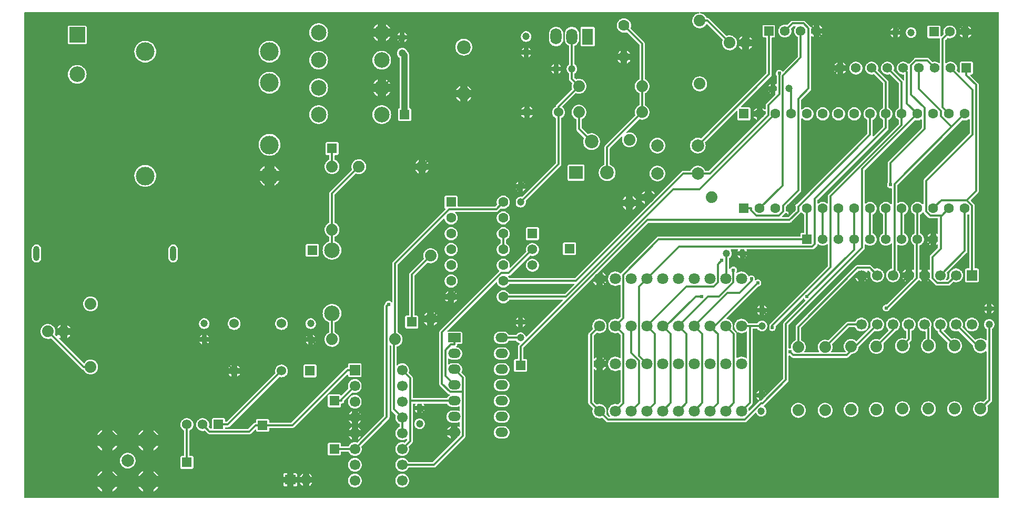
<source format=gbl>
G04 Layer: BottomLayer*
G04 EasyEDA v6.5.23, 2023-06-06 19:04:04*
G04 83315c2bc9c84c368b8d8d4557956f43,0997c0c323a540828c61b468e30a80a1,10*
G04 Gerber Generator version 0.2*
G04 Scale: 100 percent, Rotated: No, Reflected: No *
G04 Dimensions in millimeters *
G04 leading zeros omitted , absolute positions ,4 integer and 5 decimal *
%FSLAX45Y45*%
%MOMM*%

%AMMACRO1*21,1,$1,$2,0,0,$3*%
%ADD10C,1.0000*%
%ADD11C,0.3500*%
%ADD12C,1.8796*%
%ADD13C,1.1938*%
%ADD14C,2.0000*%
%ADD15C,3.2000*%
%ADD16R,1.7000X1.5748*%
%ADD17C,1.7000*%
%ADD18C,2.5000*%
%ADD19R,2.5000X2.5000*%
%ADD20C,1.5748*%
%ADD21R,1.5748X1.5748*%
%ADD22C,3.0000*%
%ADD23C,1.8000*%
%ADD24R,1.6002X1.6002*%
%ADD25C,1.6002*%
%ADD26R,1.6000X1.6000*%
%ADD27C,1.6000*%
%ADD28C,2.2000*%
%ADD29C,1.7780*%
%ADD30C,1.5240*%
%ADD31O,0.9999979999999999X2.400046*%
%ADD32MACRO1,2.1996X2.1008X0.0000*%
%ADD33R,1.7000X1.7000*%
%ADD34R,2.0000X1.5000*%
%ADD35O,1.9999959999999999X1.499997*%
%ADD36O,1.7999964X2.5999948*%
%ADD37R,1.8000X2.6000*%
%ADD38C,0.6100*%
%ADD39C,0.0157*%

%LPD*%
G36*
X798068Y4851908D02*
G01*
X794156Y4852670D01*
X790905Y4854905D01*
X788670Y4858156D01*
X787908Y4862068D01*
X787908Y12663932D01*
X788670Y12667843D01*
X790905Y12671094D01*
X794156Y12673330D01*
X798068Y12674092D01*
X11644223Y12674092D01*
X11648490Y12673126D01*
X11651945Y12670536D01*
X11654028Y12666675D01*
X11654282Y12662357D01*
X11652707Y12658293D01*
X11649608Y12655296D01*
X11645493Y12653822D01*
X11636552Y12652705D01*
X11622278Y12649149D01*
X11608511Y12643815D01*
X11595506Y12636804D01*
X11583466Y12628270D01*
X11572544Y12618364D01*
X11562943Y12607137D01*
X11554815Y12594844D01*
X11548211Y12581636D01*
X11543284Y12567716D01*
X11540134Y12553289D01*
X11538813Y12538608D01*
X11539220Y12523825D01*
X11541506Y12509246D01*
X11545570Y12495072D01*
X11551310Y12481458D01*
X11558676Y12468707D01*
X11567566Y12456922D01*
X11577828Y12446304D01*
X11589359Y12437059D01*
X11601907Y12429286D01*
X11615318Y12423140D01*
X11629339Y12418669D01*
X11643868Y12415926D01*
X11658600Y12415012D01*
X11673332Y12415926D01*
X11687860Y12418669D01*
X11701881Y12423140D01*
X11715292Y12429286D01*
X11727840Y12437059D01*
X11739372Y12446304D01*
X11749633Y12456922D01*
X11758523Y12468707D01*
X11763603Y12477445D01*
X11765991Y12480239D01*
X11769242Y12482017D01*
X11772900Y12482525D01*
X11776506Y12481661D01*
X11779554Y12479528D01*
X12026900Y12232233D01*
X12029084Y12228982D01*
X12029897Y12225172D01*
X12029186Y12221362D01*
X12026950Y12215622D01*
X12023394Y12201347D01*
X12021566Y12186666D01*
X12021566Y12171934D01*
X12023394Y12157252D01*
X12026950Y12142978D01*
X12032284Y12129211D01*
X12039295Y12116206D01*
X12047829Y12104166D01*
X12057735Y12093244D01*
X12068962Y12083643D01*
X12081256Y12075515D01*
X12094464Y12068911D01*
X12108383Y12063984D01*
X12122810Y12060834D01*
X12137491Y12059462D01*
X12152274Y12059920D01*
X12166854Y12062206D01*
X12181027Y12066270D01*
X12194641Y12072010D01*
X12207392Y12079376D01*
X12219178Y12088266D01*
X12229795Y12098528D01*
X12239040Y12110059D01*
X12246813Y12122607D01*
X12252960Y12136018D01*
X12257430Y12150039D01*
X12260173Y12164568D01*
X12261088Y12179300D01*
X12260173Y12194032D01*
X12257430Y12208560D01*
X12252960Y12222581D01*
X12246813Y12235992D01*
X12239040Y12248540D01*
X12229795Y12260072D01*
X12219178Y12270333D01*
X12207392Y12279223D01*
X12194641Y12286589D01*
X12181027Y12292330D01*
X12166854Y12296394D01*
X12152274Y12298680D01*
X12137491Y12299086D01*
X12122810Y12297765D01*
X12108383Y12294616D01*
X12098832Y12291212D01*
X12095073Y12290653D01*
X12091416Y12291466D01*
X12088266Y12293600D01*
X11815114Y12566751D01*
X11808409Y12571780D01*
X11801246Y12575336D01*
X11793474Y12577572D01*
X11787479Y12578232D01*
X11776862Y12578334D01*
X11773204Y12578994D01*
X11770055Y12580975D01*
X11767820Y12583922D01*
X11762384Y12594844D01*
X11754256Y12607137D01*
X11744655Y12618364D01*
X11733733Y12628270D01*
X11721693Y12636804D01*
X11708688Y12643815D01*
X11694922Y12649149D01*
X11680647Y12652705D01*
X11671706Y12653822D01*
X11667591Y12655296D01*
X11664492Y12658293D01*
X11662918Y12662357D01*
X11663172Y12666675D01*
X11665254Y12670536D01*
X11668709Y12673126D01*
X11672976Y12674092D01*
X16463873Y12674041D01*
X16467785Y12673279D01*
X16471087Y12671094D01*
X16473271Y12667792D01*
X16474033Y12663881D01*
X16471392Y4862068D01*
X16470630Y4858156D01*
X16468445Y4854905D01*
X16465143Y4852670D01*
X16461232Y4851908D01*
G37*

%LPC*%
G36*
X2034743Y4953914D02*
G01*
X2034743Y5031943D01*
X1956663Y5031943D01*
X1958543Y5028082D01*
X1968500Y5012080D01*
X1980031Y4997196D01*
X1993036Y4983581D01*
X2007311Y4971288D01*
X2022754Y4960518D01*
G37*
G36*
X2867456Y4953914D02*
G01*
X2879445Y4960518D01*
X2894888Y4971288D01*
X2909163Y4983581D01*
X2922168Y4997196D01*
X2933700Y5012080D01*
X2943656Y5028082D01*
X2945536Y5031943D01*
X2867456Y5031943D01*
G37*
G36*
X2694736Y4953914D02*
G01*
X2694736Y5031943D01*
X2616657Y5031943D01*
X2618587Y5028082D01*
X2628544Y5012080D01*
X2640025Y4997196D01*
X2653030Y4983581D01*
X2667304Y4971288D01*
X2682748Y4960518D01*
G37*
G36*
X2207463Y4953914D02*
G01*
X2219452Y4960518D01*
X2234895Y4971288D01*
X2249170Y4983581D01*
X2262174Y4997196D01*
X2273655Y5012080D01*
X2283612Y5028082D01*
X2285542Y5031943D01*
X2207463Y5031943D01*
G37*
G36*
X6112256Y5019954D02*
G01*
X6126378Y5021326D01*
X6140246Y5024475D01*
X6153556Y5029403D01*
X6166154Y5035956D01*
X6177838Y5044084D01*
X6188354Y5053634D01*
X6197549Y5064455D01*
X6205321Y5076393D01*
X6211468Y5089194D01*
X6215938Y5102656D01*
X6218682Y5116626D01*
X6219596Y5130800D01*
X6218682Y5144973D01*
X6215938Y5158943D01*
X6211468Y5172405D01*
X6205321Y5185206D01*
X6197549Y5197144D01*
X6188354Y5207965D01*
X6177838Y5217515D01*
X6166154Y5225643D01*
X6153556Y5232196D01*
X6140246Y5237124D01*
X6126378Y5240274D01*
X6112256Y5241645D01*
X6098032Y5241188D01*
X6084011Y5238902D01*
X6070396Y5234838D01*
X6057392Y5229098D01*
X6045250Y5221732D01*
X6034125Y5212892D01*
X6024270Y5202682D01*
X6015736Y5191302D01*
X6008776Y5178907D01*
X6003442Y5165750D01*
X5999835Y5151983D01*
X5998057Y5137912D01*
X5998057Y5123688D01*
X5999835Y5109616D01*
X6003442Y5095849D01*
X6008776Y5082692D01*
X6015736Y5070297D01*
X6024270Y5058918D01*
X6034125Y5048707D01*
X6045250Y5039868D01*
X6057392Y5032502D01*
X6070396Y5026710D01*
X6084011Y5022697D01*
X6098032Y5020411D01*
G37*
G36*
X6874256Y5019954D02*
G01*
X6888429Y5021326D01*
X6902246Y5024475D01*
X6915607Y5029403D01*
X6928205Y5035956D01*
X6939838Y5044084D01*
X6950354Y5053634D01*
X6959549Y5064455D01*
X6967321Y5076393D01*
X6973468Y5089194D01*
X6977989Y5102656D01*
X6980681Y5116626D01*
X6981596Y5130800D01*
X6980681Y5144973D01*
X6977989Y5158943D01*
X6973468Y5172405D01*
X6967321Y5185206D01*
X6959549Y5197144D01*
X6950354Y5207965D01*
X6939838Y5217515D01*
X6928205Y5225643D01*
X6915607Y5232196D01*
X6902246Y5237124D01*
X6888429Y5240274D01*
X6874256Y5241645D01*
X6860082Y5241188D01*
X6846011Y5238902D01*
X6832396Y5234838D01*
X6819442Y5229098D01*
X6807250Y5221732D01*
X6796176Y5212892D01*
X6786270Y5202682D01*
X6777786Y5191302D01*
X6770827Y5178907D01*
X6765493Y5165750D01*
X6761886Y5151983D01*
X6760057Y5137912D01*
X6760057Y5123688D01*
X6761886Y5109616D01*
X6765493Y5095849D01*
X6770827Y5082692D01*
X6777786Y5070297D01*
X6786270Y5058918D01*
X6796176Y5048707D01*
X6807250Y5039868D01*
X6819442Y5032502D01*
X6832396Y5026710D01*
X6846011Y5022697D01*
X6860082Y5020411D01*
G37*
G36*
X5116169Y5038852D02*
G01*
X5151729Y5038852D01*
X5158028Y5039563D01*
X5163515Y5041493D01*
X5168392Y5044541D01*
X5172506Y5048656D01*
X5175605Y5053533D01*
X5177485Y5059019D01*
X5178196Y5065318D01*
X5178196Y5097780D01*
X5116169Y5097780D01*
G37*
G36*
X4982870Y5038852D02*
G01*
X5018430Y5038852D01*
X5018430Y5097780D01*
X4956403Y5097780D01*
X4956403Y5065318D01*
X4957114Y5059019D01*
X4958994Y5053533D01*
X4962093Y5048656D01*
X4966208Y5044541D01*
X4971084Y5041493D01*
X4976571Y5039563D01*
G37*
G36*
X5272430Y5044084D02*
G01*
X5272430Y5094630D01*
X5221833Y5094630D01*
X5228386Y5082997D01*
X5236870Y5071618D01*
X5246725Y5061407D01*
X5257850Y5052568D01*
X5269992Y5045202D01*
G37*
G36*
X5370169Y5044186D02*
G01*
X5378805Y5048656D01*
X5390438Y5056784D01*
X5400954Y5066334D01*
X5410149Y5077155D01*
X5417921Y5089093D01*
X5420614Y5094630D01*
X5370169Y5094630D01*
G37*
G36*
X5116169Y5189220D02*
G01*
X5178196Y5189220D01*
X5178196Y5221681D01*
X5177485Y5227980D01*
X5175605Y5233466D01*
X5172506Y5238343D01*
X5168392Y5242458D01*
X5163515Y5245506D01*
X5158028Y5247436D01*
X5151729Y5248148D01*
X5116169Y5248148D01*
G37*
G36*
X4956403Y5189220D02*
G01*
X5018430Y5189220D01*
X5018430Y5248148D01*
X4982870Y5248148D01*
X4976571Y5247436D01*
X4971084Y5245506D01*
X4966208Y5242458D01*
X4962093Y5238343D01*
X4958994Y5233466D01*
X4957114Y5227980D01*
X4956403Y5221681D01*
G37*
G36*
X5370169Y5192369D02*
G01*
X5420614Y5192369D01*
X5417921Y5197906D01*
X5410149Y5209844D01*
X5400954Y5220665D01*
X5390438Y5230215D01*
X5378805Y5238343D01*
X5370169Y5242814D01*
G37*
G36*
X5221833Y5192369D02*
G01*
X5272430Y5192369D01*
X5272430Y5242915D01*
X5269992Y5241798D01*
X5257850Y5234432D01*
X5246725Y5225592D01*
X5236870Y5215382D01*
X5228386Y5204002D01*
G37*
G36*
X2616657Y5204663D02*
G01*
X2694736Y5204663D01*
X2694736Y5282692D01*
X2682748Y5276037D01*
X2667304Y5265318D01*
X2653030Y5253024D01*
X2640025Y5239410D01*
X2628544Y5224475D01*
X2618587Y5208524D01*
G37*
G36*
X1956663Y5204663D02*
G01*
X2034743Y5204663D01*
X2034743Y5282692D01*
X2022754Y5276037D01*
X2007311Y5265318D01*
X1993036Y5253024D01*
X1980031Y5239410D01*
X1968500Y5224475D01*
X1958543Y5208524D01*
G37*
G36*
X2207463Y5204663D02*
G01*
X2285542Y5204663D01*
X2283612Y5208524D01*
X2273655Y5224475D01*
X2262174Y5239410D01*
X2249170Y5253024D01*
X2234895Y5265318D01*
X2219452Y5276037D01*
X2207463Y5282692D01*
G37*
G36*
X2867456Y5204663D02*
G01*
X2945536Y5204663D01*
X2943656Y5208524D01*
X2933700Y5224475D01*
X2922168Y5239410D01*
X2909163Y5253024D01*
X2894888Y5265318D01*
X2879445Y5276037D01*
X2867456Y5282692D01*
G37*
G36*
X6112256Y5273954D02*
G01*
X6126378Y5275326D01*
X6140246Y5278475D01*
X6153556Y5283403D01*
X6166154Y5289956D01*
X6177838Y5298084D01*
X6188354Y5307634D01*
X6197549Y5318455D01*
X6205321Y5330393D01*
X6211468Y5343194D01*
X6215938Y5356656D01*
X6218682Y5370626D01*
X6219596Y5384800D01*
X6218682Y5398973D01*
X6215938Y5412943D01*
X6211468Y5426405D01*
X6205321Y5439206D01*
X6197549Y5451144D01*
X6188354Y5461965D01*
X6177838Y5471515D01*
X6166154Y5479643D01*
X6153556Y5486196D01*
X6140246Y5491124D01*
X6126378Y5494274D01*
X6112256Y5495645D01*
X6098032Y5495188D01*
X6084011Y5492902D01*
X6070396Y5488838D01*
X6057392Y5483098D01*
X6045250Y5475732D01*
X6034125Y5466892D01*
X6024270Y5456682D01*
X6015736Y5445302D01*
X6008776Y5432907D01*
X6003442Y5419750D01*
X5999835Y5405983D01*
X5998057Y5391912D01*
X5998057Y5377688D01*
X5999835Y5363616D01*
X6003442Y5349849D01*
X6008776Y5336692D01*
X6015736Y5324297D01*
X6024270Y5312918D01*
X6034125Y5302707D01*
X6045250Y5293868D01*
X6057392Y5286502D01*
X6070396Y5280710D01*
X6084011Y5276697D01*
X6098032Y5274411D01*
G37*
G36*
X6874256Y5273954D02*
G01*
X6888429Y5275326D01*
X6902246Y5278475D01*
X6915607Y5283403D01*
X6928205Y5289956D01*
X6939838Y5298084D01*
X6950354Y5307634D01*
X6959549Y5318455D01*
X6967321Y5330393D01*
X6969861Y5335625D01*
X6972096Y5338673D01*
X6975297Y5340705D01*
X6979005Y5341366D01*
X7382002Y5341416D01*
X7390282Y5342585D01*
X7397851Y5345125D01*
X7404862Y5349036D01*
X7411364Y5354421D01*
X7874457Y5817565D01*
X7879486Y5824270D01*
X7883093Y5831433D01*
X7885277Y5839104D01*
X7886039Y5847537D01*
X7885988Y6789420D01*
X7884820Y6797700D01*
X7882280Y6805269D01*
X7878419Y6812280D01*
X7872984Y6818782D01*
X7826248Y6865569D01*
X7823962Y6869074D01*
X7823250Y6873189D01*
X7824317Y6877202D01*
X7827111Y6882892D01*
X7831328Y6895388D01*
X7833918Y6908342D01*
X7834782Y6921500D01*
X7833918Y6934657D01*
X7831328Y6947611D01*
X7827111Y6960108D01*
X7821269Y6971944D01*
X7813954Y6982917D01*
X7805216Y6992823D01*
X7795310Y7001560D01*
X7784338Y7008875D01*
X7772501Y7014718D01*
X7760004Y7018934D01*
X7747050Y7021525D01*
X7733588Y7022388D01*
X7684211Y7022388D01*
X7670749Y7021525D01*
X7657795Y7018934D01*
X7645298Y7014718D01*
X7633462Y7008875D01*
X7622031Y7001205D01*
X7617968Y6999630D01*
X7613599Y6999884D01*
X7609789Y7001967D01*
X7607147Y7005421D01*
X7606233Y7009688D01*
X7606233Y7087311D01*
X7607147Y7091578D01*
X7609789Y7095032D01*
X7613599Y7097115D01*
X7617968Y7097369D01*
X7622031Y7095794D01*
X7633462Y7088124D01*
X7645298Y7082281D01*
X7657795Y7078065D01*
X7670749Y7075474D01*
X7684211Y7074611D01*
X7733588Y7074611D01*
X7747050Y7075474D01*
X7760004Y7078065D01*
X7772501Y7082281D01*
X7784338Y7088124D01*
X7795310Y7095439D01*
X7805216Y7104176D01*
X7813954Y7114082D01*
X7821269Y7125055D01*
X7827111Y7136892D01*
X7831328Y7149388D01*
X7833918Y7162342D01*
X7834782Y7175500D01*
X7833918Y7188657D01*
X7831328Y7201611D01*
X7827111Y7214108D01*
X7821269Y7225944D01*
X7813954Y7236917D01*
X7805216Y7246823D01*
X7795310Y7255560D01*
X7784338Y7262875D01*
X7772501Y7268718D01*
X7760004Y7272934D01*
X7748117Y7275322D01*
X7744409Y7276896D01*
X7741564Y7279792D01*
X7740091Y7283551D01*
X7740192Y7287615D01*
X7741920Y7291273D01*
X7745882Y7296708D01*
X7747762Y7300061D01*
X7749387Y7303719D01*
X7750657Y7307529D01*
X7751572Y7311440D01*
X7752080Y7315352D01*
X7752232Y7318806D01*
X7753096Y7322566D01*
X7755331Y7325715D01*
X7758582Y7327849D01*
X7762392Y7328611D01*
X7808315Y7328611D01*
X7814665Y7329322D01*
X7820101Y7331202D01*
X7825028Y7334300D01*
X7829092Y7338364D01*
X7832191Y7343292D01*
X7834071Y7348728D01*
X7834833Y7355078D01*
X7834833Y7503922D01*
X7834071Y7510272D01*
X7832191Y7515707D01*
X7829092Y7520635D01*
X7825028Y7524699D01*
X7820101Y7527798D01*
X7814665Y7529677D01*
X7808315Y7530388D01*
X7609484Y7530388D01*
X7606588Y7530084D01*
X7602474Y7530490D01*
X7598867Y7532471D01*
X7596327Y7535773D01*
X7595311Y7539786D01*
X7596022Y7543901D01*
X7598308Y7547356D01*
X8376920Y8325967D01*
X8380577Y8328355D01*
X8384895Y8328914D01*
X8389061Y8327644D01*
X8392312Y8324748D01*
X8394039Y8320786D01*
X8394903Y8316468D01*
X8399373Y8303361D01*
X8405469Y8290966D01*
X8413191Y8279434D01*
X8422335Y8269020D01*
X8432749Y8259876D01*
X8444230Y8252206D01*
X8456676Y8246059D01*
X8469782Y8241588D01*
X8483396Y8238896D01*
X8497214Y8237981D01*
X8511032Y8238896D01*
X8524595Y8241588D01*
X8537702Y8246059D01*
X8550148Y8252206D01*
X8561679Y8259876D01*
X8572093Y8269020D01*
X8581237Y8279434D01*
X8588908Y8290966D01*
X8590838Y8294827D01*
X8593074Y8297824D01*
X8596223Y8299805D01*
X8599932Y8300466D01*
X9631273Y8300466D01*
X9635134Y8299703D01*
X9638436Y8297519D01*
X9640620Y8294217D01*
X9641433Y8290306D01*
X9640620Y8286445D01*
X9638436Y8283143D01*
X9491573Y8136280D01*
X9488271Y8134096D01*
X9484410Y8133283D01*
X8599932Y8133283D01*
X8596223Y8133994D01*
X8593074Y8135975D01*
X8590838Y8138972D01*
X8588908Y8142833D01*
X8581237Y8154365D01*
X8572093Y8164779D01*
X8561679Y8173923D01*
X8550148Y8181594D01*
X8537702Y8187740D01*
X8524595Y8192211D01*
X8511032Y8194903D01*
X8497214Y8195818D01*
X8483396Y8194903D01*
X8469782Y8192211D01*
X8456676Y8187740D01*
X8444230Y8181594D01*
X8432749Y8173923D01*
X8422335Y8164779D01*
X8413191Y8154365D01*
X8405469Y8142833D01*
X8399373Y8130438D01*
X8394903Y8117331D01*
X8392210Y8103717D01*
X8391296Y8089900D01*
X8392210Y8076082D01*
X8394903Y8062468D01*
X8399373Y8049361D01*
X8405469Y8036966D01*
X8413191Y8025434D01*
X8422335Y8015020D01*
X8432749Y8005876D01*
X8444230Y7998206D01*
X8456676Y7992059D01*
X8469782Y7987588D01*
X8483396Y7984896D01*
X8497214Y7983981D01*
X8511032Y7984896D01*
X8524595Y7987588D01*
X8537702Y7992059D01*
X8550148Y7998206D01*
X8561679Y8005876D01*
X8572093Y8015020D01*
X8581237Y8025434D01*
X8588908Y8036966D01*
X8590838Y8040827D01*
X8593074Y8043824D01*
X8596223Y8045805D01*
X8599932Y8046466D01*
X9448749Y8046466D01*
X9452660Y8045703D01*
X9455962Y8043519D01*
X9458147Y8040217D01*
X9458909Y8036306D01*
X9458147Y8032445D01*
X9455962Y8029143D01*
X8875014Y7448194D01*
X8871356Y7445857D01*
X8867089Y7445248D01*
X8862923Y7446467D01*
X8859672Y7449312D01*
X8857792Y7453630D01*
X8853525Y7465059D01*
X8847683Y7475778D01*
X8840368Y7485532D01*
X8831732Y7494168D01*
X8821978Y7501483D01*
X8811260Y7507325D01*
X8799830Y7511592D01*
X8787892Y7514183D01*
X8775700Y7515047D01*
X8763508Y7514183D01*
X8751570Y7511592D01*
X8740140Y7507325D01*
X8729421Y7501483D01*
X8719667Y7494168D01*
X8711031Y7485532D01*
X8704630Y7476998D01*
X8702395Y7474813D01*
X8699601Y7473391D01*
X8696502Y7472883D01*
X8593074Y7472883D01*
X8589365Y7473594D01*
X8586216Y7475575D01*
X8575954Y7490917D01*
X8567216Y7500823D01*
X8557310Y7509560D01*
X8546338Y7516875D01*
X8534501Y7522718D01*
X8522004Y7526934D01*
X8509050Y7529525D01*
X8495588Y7530388D01*
X8446211Y7530388D01*
X8432749Y7529525D01*
X8419795Y7526934D01*
X8407298Y7522718D01*
X8395462Y7516875D01*
X8384489Y7509560D01*
X8374583Y7500823D01*
X8365845Y7490917D01*
X8358530Y7479944D01*
X8352688Y7468108D01*
X8348472Y7455611D01*
X8345881Y7442657D01*
X8345017Y7429500D01*
X8345881Y7416342D01*
X8348472Y7403388D01*
X8352688Y7390892D01*
X8358530Y7379055D01*
X8365845Y7368082D01*
X8374583Y7358176D01*
X8384489Y7349439D01*
X8395462Y7342124D01*
X8407298Y7336281D01*
X8419795Y7332065D01*
X8432749Y7329474D01*
X8446211Y7328611D01*
X8495588Y7328611D01*
X8509050Y7329474D01*
X8522004Y7332065D01*
X8534501Y7336281D01*
X8546338Y7342124D01*
X8557310Y7349439D01*
X8567216Y7358176D01*
X8575954Y7368082D01*
X8586216Y7383424D01*
X8589365Y7385405D01*
X8593074Y7386066D01*
X8696502Y7386066D01*
X8699601Y7385608D01*
X8702395Y7384186D01*
X8704630Y7382002D01*
X8711031Y7373467D01*
X8719667Y7364831D01*
X8729421Y7357516D01*
X8740140Y7351674D01*
X8751976Y7347305D01*
X8755888Y7345527D01*
X8758732Y7342276D01*
X8759952Y7338110D01*
X8759342Y7333843D01*
X8757005Y7330236D01*
X8743797Y7316927D01*
X8738819Y7310323D01*
X8735263Y7303160D01*
X8733078Y7295489D01*
X8732316Y7287056D01*
X8732316Y7099808D01*
X8731504Y7095896D01*
X8729319Y7092645D01*
X8726017Y7090409D01*
X8722156Y7089648D01*
X8697518Y7089648D01*
X8691219Y7088936D01*
X8685733Y7087006D01*
X8680856Y7083958D01*
X8676741Y7079843D01*
X8673693Y7074966D01*
X8671763Y7069480D01*
X8671052Y7063181D01*
X8671052Y6906818D01*
X8671763Y6900519D01*
X8673693Y6895033D01*
X8676741Y6890156D01*
X8680856Y6886041D01*
X8685733Y6882993D01*
X8691219Y6881063D01*
X8697518Y6880352D01*
X8853881Y6880352D01*
X8860180Y6881063D01*
X8865666Y6882993D01*
X8870543Y6886041D01*
X8874658Y6890156D01*
X8877706Y6895033D01*
X8879636Y6900519D01*
X8880348Y6906818D01*
X8880348Y7063181D01*
X8879636Y7069480D01*
X8877706Y7074966D01*
X8874658Y7079843D01*
X8870543Y7083958D01*
X8865666Y7087006D01*
X8860180Y7088936D01*
X8853881Y7089648D01*
X8829294Y7089648D01*
X8825382Y7090409D01*
X8822080Y7092645D01*
X8819896Y7095896D01*
X8819134Y7099808D01*
X8819134Y7265314D01*
X8819896Y7269225D01*
X8822080Y7272528D01*
X9979964Y8430361D01*
X9983266Y8432596D01*
X9987127Y8433358D01*
X9994341Y8433358D01*
X9994341Y8440572D01*
X9995103Y8444433D01*
X9997338Y8447735D01*
X10829442Y9279890D01*
X10832744Y9282074D01*
X10836656Y9282836D01*
X13107060Y9282887D01*
X13115340Y9284055D01*
X13122910Y9286595D01*
X13129920Y9290507D01*
X13136422Y9295892D01*
X13276529Y9436049D01*
X13281558Y9442704D01*
X13283844Y9447326D01*
X13286486Y9450628D01*
X13290194Y9452559D01*
X13294410Y9452813D01*
X13298373Y9451390D01*
X13301726Y9447885D01*
X13310869Y9437471D01*
X13321284Y9428327D01*
X13332815Y9420656D01*
X13336727Y9418726D01*
X13339724Y9416440D01*
X13341705Y9413290D01*
X13342416Y9409582D01*
X13342416Y9131808D01*
X13341604Y9127896D01*
X13339419Y9124645D01*
X13336117Y9122410D01*
X13332256Y9121648D01*
X13307618Y9121648D01*
X13301319Y9120936D01*
X13295833Y9119006D01*
X13290956Y9115958D01*
X13286841Y9111843D01*
X13283793Y9106966D01*
X13281863Y9101480D01*
X13281151Y9095181D01*
X13281151Y9070543D01*
X13280390Y9066682D01*
X13278154Y9063380D01*
X13274903Y9061196D01*
X13270992Y9060383D01*
X10996930Y9060383D01*
X10988649Y9059214D01*
X10981080Y9056674D01*
X10974070Y9052763D01*
X10967567Y9047378D01*
X10396067Y8475878D01*
X10391394Y8469985D01*
X10388193Y8467242D01*
X10384129Y8465972D01*
X10379913Y8466531D01*
X10376306Y8468715D01*
X10373563Y8471306D01*
X10361777Y8479840D01*
X10349026Y8486851D01*
X10335514Y8492236D01*
X10321391Y8495842D01*
X10306964Y8497671D01*
X10292435Y8497671D01*
X10278008Y8495842D01*
X10263886Y8492236D01*
X10250373Y8486851D01*
X10237622Y8479840D01*
X10225836Y8471306D01*
X10215219Y8461349D01*
X10205923Y8450122D01*
X10198150Y8437829D01*
X10191953Y8424672D01*
X10187432Y8410803D01*
X10184739Y8396528D01*
X10183825Y8382000D01*
X10184739Y8367471D01*
X10187432Y8353196D01*
X10191953Y8339328D01*
X10198150Y8326170D01*
X10205923Y8313877D01*
X10215219Y8302650D01*
X10225836Y8292693D01*
X10237622Y8284159D01*
X10250373Y8277148D01*
X10263886Y8271764D01*
X10278008Y8268157D01*
X10292435Y8266328D01*
X10306964Y8266328D01*
X10321391Y8268157D01*
X10335514Y8271764D01*
X10349026Y8277148D01*
X10361777Y8284159D01*
X10367162Y8288070D01*
X10371226Y8289798D01*
X10375646Y8289645D01*
X10379608Y8287664D01*
X10382300Y8284159D01*
X10383316Y8279841D01*
X10383316Y7769199D01*
X10382504Y7765288D01*
X10380319Y7761986D01*
X10349534Y7731252D01*
X10346283Y7729067D01*
X10342473Y7728254D01*
X10338612Y7728966D01*
X10335514Y7730236D01*
X10321391Y7733842D01*
X10306964Y7735671D01*
X10292435Y7735671D01*
X10278008Y7733842D01*
X10263886Y7730236D01*
X10250373Y7724851D01*
X10237622Y7717840D01*
X10225836Y7709306D01*
X10215219Y7699349D01*
X10205923Y7688122D01*
X10198150Y7675829D01*
X10191953Y7662672D01*
X10187432Y7648803D01*
X10184739Y7634528D01*
X10183825Y7620000D01*
X10184739Y7605471D01*
X10187432Y7591196D01*
X10191953Y7577328D01*
X10198150Y7564170D01*
X10205923Y7551877D01*
X10215219Y7540650D01*
X10225836Y7530693D01*
X10237622Y7522159D01*
X10250373Y7515148D01*
X10263886Y7509764D01*
X10278008Y7506157D01*
X10292435Y7504328D01*
X10306964Y7504328D01*
X10321391Y7506157D01*
X10335514Y7509764D01*
X10338612Y7511034D01*
X10342473Y7511745D01*
X10346283Y7510932D01*
X10349534Y7508748D01*
X10380319Y7478014D01*
X10382504Y7474712D01*
X10383316Y7470800D01*
X10383316Y7112558D01*
X10382300Y7108240D01*
X10379608Y7104735D01*
X10375646Y7102703D01*
X10371226Y7102602D01*
X10367162Y7104329D01*
X10361777Y7108240D01*
X10349026Y7115251D01*
X10335514Y7120636D01*
X10321391Y7124242D01*
X10306964Y7126071D01*
X10292435Y7126071D01*
X10278008Y7124242D01*
X10263886Y7120636D01*
X10250373Y7115251D01*
X10237622Y7108240D01*
X10225836Y7099706D01*
X10215219Y7089749D01*
X10205923Y7078522D01*
X10198150Y7066229D01*
X10191953Y7053072D01*
X10187432Y7039203D01*
X10184739Y7024928D01*
X10183825Y7010400D01*
X10184739Y6995871D01*
X10187432Y6981596D01*
X10191953Y6967728D01*
X10198150Y6954570D01*
X10205923Y6942277D01*
X10215219Y6931050D01*
X10225836Y6921093D01*
X10237622Y6912559D01*
X10250373Y6905548D01*
X10263886Y6900164D01*
X10278008Y6896557D01*
X10292435Y6894728D01*
X10306964Y6894728D01*
X10321391Y6896557D01*
X10335514Y6900164D01*
X10349026Y6905548D01*
X10361777Y6912559D01*
X10367162Y6916470D01*
X10371226Y6918198D01*
X10375646Y6918045D01*
X10379608Y6916064D01*
X10382300Y6912559D01*
X10383316Y6908241D01*
X10383316Y6397599D01*
X10382504Y6393688D01*
X10380319Y6390386D01*
X10349534Y6359652D01*
X10346283Y6357467D01*
X10342473Y6356654D01*
X10338612Y6357366D01*
X10335514Y6358636D01*
X10321391Y6362242D01*
X10306964Y6364071D01*
X10292435Y6364071D01*
X10278008Y6362242D01*
X10263886Y6358636D01*
X10250373Y6353251D01*
X10237622Y6346240D01*
X10225836Y6337706D01*
X10215219Y6327749D01*
X10205923Y6316522D01*
X10198150Y6304229D01*
X10191953Y6291072D01*
X10187432Y6277203D01*
X10184739Y6262928D01*
X10183825Y6248400D01*
X10184739Y6233871D01*
X10187432Y6219596D01*
X10191953Y6205728D01*
X10198150Y6192570D01*
X10205923Y6180277D01*
X10211460Y6173622D01*
X10213289Y6170269D01*
X10213746Y6166510D01*
X10212832Y6162802D01*
X10210596Y6159754D01*
X10207345Y6157722D01*
X10202722Y6156960D01*
X10198811Y6157772D01*
X10195509Y6159957D01*
X10156952Y6198565D01*
X10154869Y6201613D01*
X10154005Y6205220D01*
X10154462Y6208877D01*
X10157968Y6219596D01*
X10160660Y6233871D01*
X10161574Y6248400D01*
X10160660Y6262928D01*
X10157968Y6277203D01*
X10153446Y6291072D01*
X10147249Y6304229D01*
X10139476Y6316522D01*
X10130180Y6327749D01*
X10119563Y6337706D01*
X10107777Y6346240D01*
X10095026Y6353251D01*
X10081514Y6358636D01*
X10067391Y6362242D01*
X10052964Y6364071D01*
X10038435Y6364071D01*
X10024008Y6362242D01*
X10009886Y6358636D01*
X10006787Y6357366D01*
X10002926Y6356654D01*
X9999116Y6357467D01*
X9995865Y6359652D01*
X9954920Y6400546D01*
X9952736Y6403848D01*
X9951974Y6407759D01*
X9951974Y6916318D01*
X9952685Y6920128D01*
X9954869Y6923430D01*
X9958070Y6925614D01*
X9961880Y6926478D01*
X9965740Y6925767D01*
X9969042Y6923684D01*
X9971836Y6921093D01*
X9983622Y6912559D01*
X9994341Y6906666D01*
X9994341Y6959041D01*
X9962134Y6959041D01*
X9958222Y6959803D01*
X9954920Y6962038D01*
X9952736Y6965340D01*
X9951974Y6969201D01*
X9951974Y7051598D01*
X9952736Y7055459D01*
X9954920Y7058761D01*
X9958222Y7060996D01*
X9962134Y7061758D01*
X9994341Y7061758D01*
X9994341Y7114133D01*
X9983622Y7108240D01*
X9971836Y7099706D01*
X9969042Y7097115D01*
X9965740Y7095032D01*
X9961880Y7094321D01*
X9958070Y7095185D01*
X9954869Y7097369D01*
X9952685Y7100671D01*
X9951974Y7104481D01*
X9951974Y7460640D01*
X9952736Y7464552D01*
X9954920Y7467853D01*
X9995865Y7508748D01*
X9999116Y7510932D01*
X10002926Y7511745D01*
X10006787Y7511034D01*
X10009886Y7509764D01*
X10024008Y7506157D01*
X10038435Y7504328D01*
X10052964Y7504328D01*
X10067391Y7506157D01*
X10081514Y7509764D01*
X10095026Y7515148D01*
X10107777Y7522159D01*
X10119563Y7530693D01*
X10130180Y7540650D01*
X10139476Y7551877D01*
X10147249Y7564170D01*
X10153446Y7577328D01*
X10157968Y7591196D01*
X10160660Y7605471D01*
X10161574Y7620000D01*
X10160660Y7634528D01*
X10157968Y7648803D01*
X10153446Y7662672D01*
X10147249Y7675829D01*
X10139476Y7688122D01*
X10130180Y7699349D01*
X10119563Y7709306D01*
X10107777Y7717840D01*
X10095026Y7724851D01*
X10081514Y7730236D01*
X10067391Y7733842D01*
X10052964Y7735671D01*
X10038435Y7735671D01*
X10024008Y7733842D01*
X10009886Y7730236D01*
X9996373Y7724851D01*
X9983622Y7717840D01*
X9971836Y7709306D01*
X9961219Y7699349D01*
X9951923Y7688122D01*
X9944150Y7675829D01*
X9937953Y7662672D01*
X9933432Y7648803D01*
X9930739Y7634528D01*
X9929825Y7620000D01*
X9930739Y7605471D01*
X9933432Y7591196D01*
X9936937Y7580477D01*
X9937394Y7576820D01*
X9936530Y7573213D01*
X9934448Y7570165D01*
X9876688Y7512354D01*
X9871659Y7505649D01*
X9868103Y7498486D01*
X9865918Y7490815D01*
X9865156Y7482382D01*
X9865156Y6383883D01*
X9866325Y6375654D01*
X9868865Y6368034D01*
X9872776Y6361074D01*
X9878161Y6354521D01*
X9934448Y6298234D01*
X9936530Y6295186D01*
X9937394Y6291580D01*
X9936937Y6287922D01*
X9933432Y6277203D01*
X9930739Y6262928D01*
X9929825Y6248400D01*
X9930739Y6233871D01*
X9933432Y6219596D01*
X9937953Y6205728D01*
X9944150Y6192570D01*
X9951923Y6180277D01*
X9961219Y6169050D01*
X9971836Y6159093D01*
X9983622Y6150559D01*
X9996373Y6143548D01*
X10009886Y6138164D01*
X10024008Y6134557D01*
X10038435Y6132728D01*
X10052964Y6132728D01*
X10067391Y6134557D01*
X10081514Y6138164D01*
X10084612Y6139434D01*
X10088473Y6140145D01*
X10092283Y6139332D01*
X10095534Y6137148D01*
X10151008Y6081725D01*
X10157714Y6076696D01*
X10164876Y6073140D01*
X10172547Y6070955D01*
X10180980Y6070142D01*
X12385090Y6070193D01*
X12393371Y6071362D01*
X12400940Y6073902D01*
X12407950Y6077813D01*
X12414453Y6083198D01*
X12552781Y6221526D01*
X12556134Y6223762D01*
X12560096Y6224524D01*
X12564059Y6223660D01*
X12567361Y6221323D01*
X12569494Y6217869D01*
X12571374Y6212840D01*
X12577216Y6202121D01*
X12584531Y6192367D01*
X12593167Y6183731D01*
X12602921Y6176416D01*
X12613640Y6170574D01*
X12625070Y6166307D01*
X12637008Y6163716D01*
X12649200Y6162852D01*
X12661392Y6163716D01*
X12673330Y6166307D01*
X12684760Y6170574D01*
X12695478Y6176416D01*
X12705232Y6183731D01*
X12713868Y6192367D01*
X12721183Y6202121D01*
X12727025Y6212840D01*
X12731292Y6224270D01*
X12733883Y6236208D01*
X12734747Y6248400D01*
X12733883Y6260592D01*
X12731292Y6272530D01*
X12727025Y6283960D01*
X12721183Y6294678D01*
X12713868Y6304432D01*
X12705232Y6313068D01*
X12695478Y6320383D01*
X12693192Y6321653D01*
X12689941Y6324447D01*
X12688112Y6328359D01*
X12688112Y6332677D01*
X12689890Y6336588D01*
X12699949Y6345021D01*
X13079730Y6724853D01*
X13084759Y6731508D01*
X13088315Y6738670D01*
X13090499Y6746392D01*
X13091312Y6754825D01*
X13091312Y7137450D01*
X13092074Y7141311D01*
X13094258Y7144613D01*
X13097560Y7146798D01*
X13101472Y7147610D01*
X13105333Y7146798D01*
X13108635Y7144613D01*
X13134898Y7118400D01*
X13141604Y7113371D01*
X13148767Y7109764D01*
X13156438Y7107580D01*
X13164870Y7106818D01*
X14025880Y7106869D01*
X14034160Y7108037D01*
X14041729Y7110577D01*
X14048740Y7114438D01*
X14055242Y7119874D01*
X14103248Y7167829D01*
X14105991Y7169810D01*
X14109192Y7170775D01*
X14119047Y7171994D01*
X14133322Y7175550D01*
X14147088Y7180884D01*
X14160093Y7187895D01*
X14172133Y7196429D01*
X14183055Y7206335D01*
X14192656Y7217562D01*
X14200784Y7229856D01*
X14207388Y7243064D01*
X14212316Y7256983D01*
X14215465Y7271410D01*
X14215973Y7277303D01*
X14216938Y7280656D01*
X14218919Y7283551D01*
X14470227Y7534808D01*
X14473275Y7536942D01*
X14476882Y7537805D01*
X14480590Y7537297D01*
X14487956Y7534808D01*
X14501926Y7532116D01*
X14516100Y7531201D01*
X14530273Y7532116D01*
X14544243Y7534808D01*
X14557705Y7539329D01*
X14570506Y7545476D01*
X14582444Y7553248D01*
X14593265Y7562443D01*
X14602815Y7572959D01*
X14610943Y7584592D01*
X14617496Y7597190D01*
X14622424Y7610551D01*
X14625574Y7624368D01*
X14626945Y7638542D01*
X14626488Y7652715D01*
X14624202Y7666786D01*
X14620189Y7680401D01*
X14614398Y7693355D01*
X14607032Y7705547D01*
X14598192Y7716621D01*
X14587982Y7726527D01*
X14576602Y7735011D01*
X14564207Y7741970D01*
X14551050Y7747304D01*
X14537283Y7750911D01*
X14523212Y7752740D01*
X14508988Y7752740D01*
X14494916Y7750911D01*
X14481149Y7747304D01*
X14467992Y7741970D01*
X14455597Y7735011D01*
X14444218Y7726527D01*
X14434007Y7716621D01*
X14425168Y7705547D01*
X14417801Y7693355D01*
X14412061Y7680401D01*
X14407997Y7666786D01*
X14405711Y7652715D01*
X14405254Y7638542D01*
X14406626Y7624368D01*
X14409775Y7610551D01*
X14411147Y7606893D01*
X14411756Y7603083D01*
X14410944Y7599375D01*
X14408810Y7596174D01*
X14191538Y7378903D01*
X14188490Y7376820D01*
X14184884Y7375956D01*
X14181226Y7376464D01*
X14177975Y7378192D01*
X14166240Y7387640D01*
X14153692Y7395413D01*
X14140281Y7401559D01*
X14126260Y7406030D01*
X14111732Y7408773D01*
X14097000Y7409688D01*
X14082268Y7408773D01*
X14067739Y7406030D01*
X14053718Y7401559D01*
X14040307Y7395413D01*
X14027759Y7387640D01*
X14016228Y7378395D01*
X14005966Y7367778D01*
X13997076Y7355992D01*
X13989710Y7343241D01*
X13983969Y7329627D01*
X13979906Y7315453D01*
X13977619Y7300874D01*
X13977213Y7286091D01*
X13978534Y7271410D01*
X13981684Y7256983D01*
X13986611Y7243064D01*
X13993215Y7229856D01*
X14001343Y7217562D01*
X14007490Y7210399D01*
X14009369Y7207097D01*
X14009928Y7203287D01*
X14009014Y7199528D01*
X14006779Y7196429D01*
X14003528Y7194346D01*
X13999768Y7193635D01*
X13785037Y7193635D01*
X13780769Y7194550D01*
X13777315Y7197191D01*
X13775283Y7201001D01*
X13774978Y7205370D01*
X13776553Y7209383D01*
X13781684Y7217156D01*
X13788288Y7230364D01*
X13793216Y7244283D01*
X13796365Y7258710D01*
X13797737Y7273391D01*
X13797280Y7288174D01*
X13794994Y7302753D01*
X13790930Y7316927D01*
X13790117Y7318959D01*
X13789304Y7322870D01*
X13790066Y7326782D01*
X13792301Y7330084D01*
X14057884Y7595717D01*
X14061186Y7597902D01*
X14065097Y7598664D01*
X14153794Y7598664D01*
X14157401Y7598003D01*
X14160500Y7596124D01*
X14162786Y7593228D01*
X14167256Y7584592D01*
X14175384Y7572959D01*
X14184934Y7562443D01*
X14195755Y7553248D01*
X14207693Y7545476D01*
X14220494Y7539329D01*
X14233956Y7534808D01*
X14247926Y7532116D01*
X14262100Y7531201D01*
X14276273Y7532116D01*
X14290243Y7534808D01*
X14303705Y7539329D01*
X14316506Y7545476D01*
X14328444Y7553248D01*
X14339265Y7562443D01*
X14348815Y7572959D01*
X14356943Y7584592D01*
X14363496Y7597190D01*
X14368424Y7610551D01*
X14371574Y7624368D01*
X14372945Y7638542D01*
X14372488Y7652715D01*
X14370202Y7666786D01*
X14366189Y7680401D01*
X14360398Y7693355D01*
X14353032Y7705547D01*
X14344192Y7716621D01*
X14333982Y7726527D01*
X14322602Y7735011D01*
X14310207Y7741970D01*
X14297050Y7747304D01*
X14283283Y7750911D01*
X14269212Y7752740D01*
X14254988Y7752740D01*
X14240916Y7750911D01*
X14227149Y7747304D01*
X14213992Y7741970D01*
X14201597Y7735011D01*
X14190218Y7726527D01*
X14180007Y7716621D01*
X14171168Y7705547D01*
X14163801Y7693355D01*
X14162989Y7691577D01*
X14160754Y7688376D01*
X14157502Y7686243D01*
X14153692Y7685481D01*
X14041221Y7685481D01*
X14032992Y7684312D01*
X14025372Y7681772D01*
X14018412Y7677861D01*
X14011859Y7672476D01*
X13730935Y7391552D01*
X13727938Y7389469D01*
X13724331Y7388555D01*
X13720673Y7389063D01*
X13707160Y7393330D01*
X13692632Y7396073D01*
X13677900Y7396988D01*
X13663168Y7396073D01*
X13648639Y7393330D01*
X13634618Y7388859D01*
X13621207Y7382713D01*
X13608659Y7374940D01*
X13597128Y7365695D01*
X13586866Y7355078D01*
X13577976Y7343292D01*
X13570610Y7330541D01*
X13564869Y7316927D01*
X13560806Y7302753D01*
X13558519Y7288174D01*
X13558113Y7273391D01*
X13559434Y7258710D01*
X13562584Y7244283D01*
X13567511Y7230364D01*
X13574115Y7217156D01*
X13579246Y7209383D01*
X13580821Y7205370D01*
X13580516Y7201001D01*
X13578484Y7197191D01*
X13575030Y7194550D01*
X13570762Y7193635D01*
X13353237Y7193635D01*
X13348969Y7194550D01*
X13345515Y7197191D01*
X13343483Y7201001D01*
X13343178Y7205370D01*
X13344753Y7209383D01*
X13349884Y7217156D01*
X13356488Y7230364D01*
X13361416Y7244283D01*
X13364565Y7258710D01*
X13365937Y7273391D01*
X13365480Y7288174D01*
X13363194Y7302753D01*
X13359130Y7316927D01*
X13353389Y7330541D01*
X13346023Y7343292D01*
X13337133Y7355078D01*
X13326872Y7365695D01*
X13315340Y7374940D01*
X13302792Y7382713D01*
X13295426Y7386116D01*
X13292277Y7388352D01*
X13290245Y7391552D01*
X13289534Y7395311D01*
X13289534Y7583220D01*
X13290296Y7587081D01*
X13292480Y7590383D01*
X14184122Y8482025D01*
X14187373Y8484209D01*
X14191284Y8484971D01*
X14213230Y8484971D01*
X14213230Y8502650D01*
X14214043Y8506561D01*
X14216227Y8509863D01*
X14219529Y8512048D01*
X14223390Y8512810D01*
X14300809Y8512810D01*
X14304670Y8512048D01*
X14307972Y8509863D01*
X14310156Y8506561D01*
X14310969Y8502650D01*
X14310969Y8484971D01*
X14361515Y8484971D01*
X14360398Y8487410D01*
X14354352Y8497417D01*
X14352981Y8501430D01*
X14353336Y8505698D01*
X14355419Y8509406D01*
X14358874Y8511946D01*
X14363039Y8512810D01*
X14373758Y8512810D01*
X14377669Y8512048D01*
X14380972Y8509863D01*
X14408759Y8482076D01*
X14410791Y8479078D01*
X14411706Y8475573D01*
X14411299Y8471966D01*
X14407997Y8460790D01*
X14405711Y8446770D01*
X14405254Y8432596D01*
X14406626Y8418423D01*
X14409775Y8404555D01*
X14414703Y8391245D01*
X14421256Y8378647D01*
X14429384Y8367014D01*
X14438934Y8356498D01*
X14449755Y8347252D01*
X14461693Y8339531D01*
X14474494Y8333333D01*
X14487956Y8328863D01*
X14501926Y8326170D01*
X14516100Y8325256D01*
X14530273Y8326170D01*
X14544243Y8328863D01*
X14557705Y8333333D01*
X14570506Y8339531D01*
X14582444Y8347252D01*
X14593265Y8356498D01*
X14602815Y8367014D01*
X14610943Y8378647D01*
X14617496Y8391245D01*
X14622424Y8404555D01*
X14625574Y8418423D01*
X14626945Y8432596D01*
X14626488Y8446770D01*
X14624202Y8460790D01*
X14620189Y8474405D01*
X14614398Y8487410D01*
X14607032Y8499551D01*
X14598192Y8510676D01*
X14587982Y8520582D01*
X14576602Y8529066D01*
X14564207Y8536025D01*
X14551050Y8541359D01*
X14537283Y8544966D01*
X14523212Y8546795D01*
X14508988Y8546795D01*
X14494916Y8544966D01*
X14481048Y8541308D01*
X14477187Y8540597D01*
X14473326Y8541359D01*
X14470024Y8543544D01*
X14425472Y8588095D01*
X14418767Y8593124D01*
X14411604Y8596680D01*
X14403933Y8598865D01*
X14395500Y8599627D01*
X14195298Y8599627D01*
X14187017Y8598458D01*
X14179448Y8595918D01*
X14172438Y8592007D01*
X14165935Y8586622D01*
X13214248Y7634884D01*
X13209219Y7628229D01*
X13205663Y7621066D01*
X13203478Y7613345D01*
X13202716Y7604912D01*
X13202716Y7395311D01*
X13201954Y7391552D01*
X13199922Y7388352D01*
X13196773Y7386116D01*
X13189407Y7382713D01*
X13176859Y7374940D01*
X13165328Y7365695D01*
X13155066Y7355078D01*
X13146176Y7343292D01*
X13138810Y7330541D01*
X13133069Y7316927D01*
X13129006Y7302753D01*
X13126719Y7288174D01*
X13126313Y7273391D01*
X13126567Y7270445D01*
X13126008Y7266076D01*
X13123672Y7262317D01*
X13119912Y7259980D01*
X13115544Y7259370D01*
X13111276Y7259777D01*
X13102336Y7258964D01*
X13098170Y7259472D01*
X13094563Y7261606D01*
X13092125Y7265009D01*
X13091312Y7269124D01*
X13091312Y7633665D01*
X13092074Y7637525D01*
X13094258Y7640828D01*
X14306651Y8853271D01*
X14311680Y8859926D01*
X14315236Y8867089D01*
X14317421Y8874810D01*
X14318234Y8883243D01*
X14318234Y8929014D01*
X14318945Y8932824D01*
X14321028Y8936024D01*
X14324177Y8938260D01*
X14327936Y8939174D01*
X14331746Y8938615D01*
X14335048Y8936685D01*
X14338096Y8933992D01*
X14349476Y8926372D01*
X14361769Y8920327D01*
X14374723Y8915958D01*
X14388134Y8913266D01*
X14401800Y8912352D01*
X14415465Y8913266D01*
X14428876Y8915958D01*
X14441830Y8920327D01*
X14454124Y8926372D01*
X14465503Y8933992D01*
X14475764Y8943035D01*
X14484807Y8953296D01*
X14492427Y8964676D01*
X14498472Y8976969D01*
X14502841Y8989923D01*
X14505533Y9003334D01*
X14506448Y9017000D01*
X14505533Y9030665D01*
X14502841Y9044076D01*
X14498472Y9057030D01*
X14492427Y9069324D01*
X14484807Y9080703D01*
X14475764Y9090964D01*
X14465503Y9100007D01*
X14454124Y9107627D01*
X14450872Y9109202D01*
X14447875Y9111437D01*
X14445894Y9114637D01*
X14445234Y9118295D01*
X14445234Y9409633D01*
X14445894Y9413341D01*
X14447875Y9416491D01*
X14450872Y9418777D01*
X14454682Y9420656D01*
X14466214Y9428327D01*
X14476628Y9437471D01*
X14485772Y9447885D01*
X14493443Y9459417D01*
X14499590Y9471812D01*
X14504009Y9484918D01*
X14506752Y9498533D01*
X14507616Y9512350D01*
X14506752Y9526168D01*
X14504009Y9539732D01*
X14499590Y9552889D01*
X14493443Y9565284D01*
X14485772Y9576816D01*
X14476628Y9587230D01*
X14466214Y9596374D01*
X14454682Y9604044D01*
X14442287Y9610191D01*
X14429130Y9614611D01*
X14415566Y9617303D01*
X14401749Y9618218D01*
X14387931Y9617303D01*
X14374368Y9614611D01*
X14361210Y9610191D01*
X14348815Y9604044D01*
X14337284Y9596374D01*
X14335048Y9594392D01*
X14331746Y9592462D01*
X14327936Y9591903D01*
X14324177Y9592767D01*
X14321028Y9595002D01*
X14318945Y9598253D01*
X14318234Y9602063D01*
X14318234Y10125100D01*
X14318996Y10129012D01*
X14321180Y10132314D01*
X15121890Y10933023D01*
X15124988Y10935157D01*
X15128646Y10935970D01*
X15132354Y10935462D01*
X15136469Y10934090D01*
X15150033Y10931347D01*
X15163850Y10930483D01*
X15177668Y10931347D01*
X15191282Y10934090D01*
X15204389Y10938510D01*
X15216784Y10944656D01*
X15218257Y10945622D01*
X15222321Y10947196D01*
X15226639Y10946942D01*
X15230500Y10944910D01*
X15233142Y10941405D01*
X15234056Y10937189D01*
X15234056Y10813796D01*
X15233294Y10809884D01*
X15231059Y10806582D01*
X14700148Y10275620D01*
X14695119Y10268915D01*
X14691563Y10261752D01*
X14689328Y10254081D01*
X14688566Y10245648D01*
X14688566Y9933381D01*
X14688108Y9930333D01*
X14686737Y9927539D01*
X14683181Y9922459D01*
X14679015Y9913569D01*
X14676475Y9904069D01*
X14675612Y9894265D01*
X14676475Y9884460D01*
X14679015Y9874961D01*
X14683181Y9866071D01*
X14688769Y9858044D01*
X14695728Y9851085D01*
X14703806Y9845446D01*
X14712696Y9841280D01*
X14722195Y9838740D01*
X14732000Y9837877D01*
X14740890Y9838690D01*
X14745055Y9838182D01*
X14748662Y9836048D01*
X14751100Y9832644D01*
X14751964Y9828530D01*
X14751964Y9589922D01*
X14751100Y9585909D01*
X14748814Y9582556D01*
X14745360Y9580422D01*
X14741347Y9579762D01*
X14737384Y9580727D01*
X14734133Y9583216D01*
X14730679Y9587179D01*
X14720265Y9596323D01*
X14708733Y9603994D01*
X14696338Y9610140D01*
X14683181Y9614560D01*
X14669617Y9617252D01*
X14655800Y9618167D01*
X14641982Y9617252D01*
X14628368Y9614560D01*
X14615261Y9610140D01*
X14602866Y9603994D01*
X14591334Y9596323D01*
X14580920Y9587179D01*
X14571776Y9576765D01*
X14564106Y9565233D01*
X14557959Y9552838D01*
X14553539Y9539681D01*
X14550796Y9526117D01*
X14549932Y9512300D01*
X14550796Y9498482D01*
X14553539Y9484868D01*
X14557959Y9471761D01*
X14564106Y9459366D01*
X14571776Y9447834D01*
X14580920Y9437420D01*
X14591334Y9428276D01*
X14602866Y9420606D01*
X14606727Y9418675D01*
X14609724Y9416440D01*
X14611705Y9413240D01*
X14612416Y9409582D01*
X14612416Y9118295D01*
X14611705Y9114637D01*
X14609724Y9111437D01*
X14606727Y9109202D01*
X14603476Y9107627D01*
X14592096Y9100007D01*
X14581835Y9090964D01*
X14572792Y9080703D01*
X14565172Y9069324D01*
X14559127Y9057030D01*
X14554758Y9044076D01*
X14552066Y9030665D01*
X14551151Y9017000D01*
X14552066Y9003334D01*
X14554758Y8989923D01*
X14559127Y8976969D01*
X14565172Y8964676D01*
X14572792Y8953296D01*
X14581835Y8943035D01*
X14592096Y8933992D01*
X14603476Y8926372D01*
X14615769Y8920327D01*
X14628723Y8915958D01*
X14642134Y8913266D01*
X14655800Y8912352D01*
X14669465Y8913266D01*
X14682876Y8915958D01*
X14695830Y8920327D01*
X14708124Y8926372D01*
X14719503Y8933992D01*
X14729764Y8943035D01*
X14734133Y8947962D01*
X14737384Y8950452D01*
X14741347Y8951417D01*
X14745360Y8950807D01*
X14748814Y8948623D01*
X14751100Y8945270D01*
X14751964Y8941308D01*
X14751964Y8553602D01*
X14750999Y8549284D01*
X14748306Y8545779D01*
X14744344Y8543798D01*
X14735149Y8541359D01*
X14721992Y8536025D01*
X14709597Y8529066D01*
X14698218Y8520582D01*
X14688007Y8510676D01*
X14679168Y8499551D01*
X14671801Y8487410D01*
X14666061Y8474405D01*
X14661997Y8460790D01*
X14659711Y8446770D01*
X14659254Y8432596D01*
X14660626Y8418423D01*
X14663775Y8404555D01*
X14668703Y8391245D01*
X14675256Y8378647D01*
X14683384Y8367014D01*
X14692934Y8356498D01*
X14703755Y8347252D01*
X14715693Y8339531D01*
X14728494Y8333333D01*
X14741956Y8328863D01*
X14755926Y8326170D01*
X14770100Y8325256D01*
X14784273Y8326170D01*
X14798243Y8328863D01*
X14811705Y8333333D01*
X14824506Y8339531D01*
X14836444Y8347252D01*
X14847265Y8356498D01*
X14856815Y8367014D01*
X14864943Y8378647D01*
X14871496Y8391245D01*
X14876424Y8404555D01*
X14879574Y8418423D01*
X14880945Y8432596D01*
X14880488Y8446770D01*
X14878202Y8460790D01*
X14874189Y8474405D01*
X14868398Y8487410D01*
X14861032Y8499551D01*
X14852192Y8510676D01*
X14841829Y8520684D01*
X14839543Y8524036D01*
X14838781Y8527999D01*
X14838781Y8919921D01*
X14839696Y8924137D01*
X14842337Y8927642D01*
X14846147Y8929674D01*
X14850516Y8929928D01*
X14854580Y8928354D01*
X14857476Y8926372D01*
X14869769Y8920327D01*
X14882723Y8915958D01*
X14896134Y8913266D01*
X14909800Y8912352D01*
X14923465Y8913266D01*
X14936876Y8915958D01*
X14949830Y8920327D01*
X14962124Y8926372D01*
X14973503Y8933992D01*
X14983764Y8943035D01*
X14992807Y8953296D01*
X15000427Y8964676D01*
X15006472Y8976969D01*
X15010841Y8989923D01*
X15013533Y9003334D01*
X15014448Y9017000D01*
X15013533Y9030665D01*
X15010841Y9044076D01*
X15006472Y9057030D01*
X15000427Y9069324D01*
X14992807Y9080703D01*
X14983764Y9090964D01*
X14973503Y9100007D01*
X14962124Y9107627D01*
X14958872Y9109202D01*
X14955875Y9111437D01*
X14953894Y9114637D01*
X14953234Y9118295D01*
X14953234Y9409633D01*
X14953894Y9413341D01*
X14955875Y9416491D01*
X14958872Y9418777D01*
X14962682Y9420656D01*
X14974214Y9428327D01*
X14984628Y9437471D01*
X14993772Y9447885D01*
X15001443Y9459417D01*
X15007590Y9471812D01*
X15012009Y9484918D01*
X15014752Y9498533D01*
X15015616Y9512350D01*
X15014752Y9526168D01*
X15012009Y9539732D01*
X15007590Y9552889D01*
X15001443Y9565284D01*
X14993772Y9576816D01*
X14984628Y9587230D01*
X14974214Y9596374D01*
X14962682Y9604044D01*
X14950287Y9610191D01*
X14937130Y9614611D01*
X14923566Y9617303D01*
X14909749Y9618218D01*
X14895931Y9617303D01*
X14882368Y9614611D01*
X14869210Y9610191D01*
X14856815Y9604044D01*
X14854580Y9602520D01*
X14850516Y9600946D01*
X14846147Y9601200D01*
X14842337Y9603282D01*
X14839696Y9606737D01*
X14838781Y9611004D01*
X14838781Y9883648D01*
X14839543Y9887559D01*
X14841728Y9890861D01*
X15883839Y10932972D01*
X15886938Y10935106D01*
X15890595Y10935919D01*
X15894304Y10935411D01*
X15898418Y10934039D01*
X15911982Y10931296D01*
X15925800Y10930432D01*
X15939617Y10931296D01*
X15953232Y10934039D01*
X15966338Y10938459D01*
X15978733Y10944606D01*
X15989655Y10951921D01*
X15993719Y10953496D01*
X15998088Y10953242D01*
X16001898Y10951159D01*
X16004540Y10947704D01*
X16005505Y10943437D01*
X16005505Y10726928D01*
X16004692Y10723016D01*
X16002507Y10719714D01*
X15272816Y9989972D01*
X15267787Y9983317D01*
X15264231Y9976154D01*
X15261996Y9968433D01*
X15261234Y9960000D01*
X15261234Y9588449D01*
X15260421Y9584436D01*
X15258084Y9581083D01*
X15254630Y9578949D01*
X15250617Y9578289D01*
X15246705Y9579254D01*
X15243454Y9581743D01*
X15238679Y9587179D01*
X15228265Y9596323D01*
X15216733Y9603994D01*
X15204338Y9610140D01*
X15191181Y9614560D01*
X15177617Y9617252D01*
X15163800Y9618167D01*
X15149982Y9617252D01*
X15136368Y9614560D01*
X15123261Y9610140D01*
X15110866Y9603994D01*
X15099334Y9596323D01*
X15088920Y9587179D01*
X15079776Y9576765D01*
X15072106Y9565233D01*
X15065959Y9552838D01*
X15061539Y9539681D01*
X15058796Y9526117D01*
X15057932Y9512300D01*
X15058796Y9498482D01*
X15061539Y9484868D01*
X15065959Y9471761D01*
X15072106Y9459366D01*
X15079776Y9447834D01*
X15088920Y9437420D01*
X15099334Y9428276D01*
X15110866Y9420606D01*
X15114727Y9418675D01*
X15117724Y9416440D01*
X15119705Y9413240D01*
X15120416Y9409582D01*
X15120416Y9118295D01*
X15119705Y9114637D01*
X15117724Y9111437D01*
X15114727Y9109202D01*
X15111476Y9107627D01*
X15100096Y9100007D01*
X15089835Y9090964D01*
X15080792Y9080703D01*
X15073172Y9069324D01*
X15067127Y9057030D01*
X15062758Y9044076D01*
X15060066Y9030665D01*
X15059151Y9017000D01*
X15060066Y9003334D01*
X15062758Y8989923D01*
X15067127Y8976969D01*
X15073172Y8964676D01*
X15080792Y8953296D01*
X15089835Y8943035D01*
X15100096Y8933992D01*
X15103144Y8931960D01*
X15105583Y8929674D01*
X15107107Y8926779D01*
X15107666Y8923528D01*
X15107666Y8532114D01*
X15106700Y8527745D01*
X15103957Y8524240D01*
X15099944Y8522258D01*
X15095524Y8522157D01*
X15091410Y8523935D01*
X15084602Y8529066D01*
X15072969Y8535619D01*
X15072969Y8484971D01*
X15097506Y8484971D01*
X15101417Y8484209D01*
X15104668Y8482025D01*
X15106904Y8478723D01*
X15107666Y8474811D01*
X15107666Y8410651D01*
X15106904Y8406739D01*
X15104668Y8403437D01*
X15091511Y8390280D01*
X15088209Y8388045D01*
X15084298Y8387283D01*
X15072969Y8387283D01*
X15072969Y8375903D01*
X15072156Y8372043D01*
X15069972Y8368741D01*
X14670379Y7969148D01*
X14666671Y7966760D01*
X14651380Y7965440D01*
X14641880Y7962900D01*
X14632990Y7958734D01*
X14624913Y7953095D01*
X14617954Y7946136D01*
X14612366Y7938109D01*
X14608200Y7929219D01*
X14605660Y7919720D01*
X14604796Y7909915D01*
X14605660Y7900111D01*
X14608200Y7890611D01*
X14612366Y7881721D01*
X14617954Y7873695D01*
X14624913Y7866735D01*
X14632990Y7861096D01*
X14641880Y7856931D01*
X14651380Y7854391D01*
X14661184Y7853527D01*
X14670938Y7854391D01*
X14680438Y7856931D01*
X14689328Y7861096D01*
X14697405Y7866735D01*
X14704364Y7873695D01*
X14709952Y7881721D01*
X14712899Y7888020D01*
X14714931Y7890916D01*
X15183408Y8359495D01*
X15186812Y8361883D01*
X15190876Y8362696D01*
X15194940Y8361832D01*
X15198344Y8359394D01*
X15200934Y8356498D01*
X15211755Y8347252D01*
X15223693Y8339531D01*
X15229230Y8336838D01*
X15229230Y8387283D01*
X15204643Y8387283D01*
X15200731Y8388045D01*
X15197480Y8390280D01*
X15195245Y8393531D01*
X15194483Y8397443D01*
X15194483Y8474811D01*
X15195245Y8478723D01*
X15197480Y8482025D01*
X15200731Y8484209D01*
X15204643Y8484971D01*
X15229230Y8484971D01*
X15229230Y8535619D01*
X15217597Y8529066D01*
X15210739Y8523935D01*
X15206624Y8522106D01*
X15202204Y8522208D01*
X15198191Y8524189D01*
X15195448Y8527694D01*
X15194483Y8532063D01*
X15194483Y8909862D01*
X15195346Y8913977D01*
X15197785Y8917381D01*
X15201392Y8919514D01*
X15203830Y8920327D01*
X15216124Y8926372D01*
X15227503Y8933992D01*
X15237764Y8943035D01*
X15246807Y8953296D01*
X15254427Y8964676D01*
X15260472Y8976969D01*
X15264841Y8989923D01*
X15267533Y9003334D01*
X15268448Y9017000D01*
X15267533Y9030665D01*
X15264841Y9044076D01*
X15260472Y9057030D01*
X15254427Y9069324D01*
X15246807Y9080703D01*
X15237764Y9090964D01*
X15227503Y9100007D01*
X15216124Y9107627D01*
X15212872Y9109202D01*
X15209875Y9111437D01*
X15207894Y9114637D01*
X15207234Y9118295D01*
X15207234Y9409582D01*
X15207894Y9413240D01*
X15209875Y9416440D01*
X15212872Y9418675D01*
X15216733Y9420606D01*
X15228265Y9428276D01*
X15238679Y9437420D01*
X15247721Y9447784D01*
X15251125Y9450273D01*
X15255189Y9451238D01*
X15259354Y9450425D01*
X15262809Y9448038D01*
X15268854Y9437420D01*
X15274290Y9430918D01*
X15339974Y9365284D01*
X15346629Y9360255D01*
X15353792Y9356648D01*
X15361513Y9354464D01*
X15369946Y9353702D01*
X15484906Y9353702D01*
X15488767Y9352940D01*
X15492069Y9350705D01*
X15494254Y9347454D01*
X15495066Y9343542D01*
X15495066Y9109964D01*
X15494101Y9105696D01*
X15491460Y9102242D01*
X15487650Y9100159D01*
X15483281Y9099905D01*
X15479217Y9101531D01*
X15470124Y9107627D01*
X15463519Y9110878D01*
X15463519Y9062720D01*
X15484906Y9062720D01*
X15488767Y9061958D01*
X15492069Y9059722D01*
X15494254Y9056471D01*
X15495066Y9052560D01*
X15495066Y8981440D01*
X15494254Y8977528D01*
X15492069Y8974277D01*
X15488767Y8972042D01*
X15484906Y8971280D01*
X15463519Y8971280D01*
X15463519Y8923121D01*
X15470124Y8926372D01*
X15479217Y8932468D01*
X15483281Y8934094D01*
X15487650Y8933840D01*
X15491460Y8931757D01*
X15494101Y8928303D01*
X15495066Y8924036D01*
X15495066Y8885428D01*
X15494254Y8881567D01*
X15492069Y8878265D01*
X15373248Y8759393D01*
X15368219Y8752738D01*
X15364663Y8745575D01*
X15362478Y8737854D01*
X15361716Y8729421D01*
X15361716Y8532063D01*
X15360700Y8527745D01*
X15357957Y8524240D01*
X15353995Y8522208D01*
X15349524Y8522106D01*
X15345460Y8523935D01*
X15338602Y8529066D01*
X15326969Y8535619D01*
X15326969Y8484971D01*
X15351556Y8484971D01*
X15355417Y8484209D01*
X15358719Y8482025D01*
X15360904Y8478723D01*
X15361716Y8474811D01*
X15361716Y8397443D01*
X15360904Y8393531D01*
X15358719Y8390280D01*
X15355417Y8388045D01*
X15351556Y8387283D01*
X15326969Y8387283D01*
X15326969Y8336838D01*
X15332506Y8339531D01*
X15344444Y8347252D01*
X15355265Y8356498D01*
X15359583Y8361222D01*
X15362986Y8363712D01*
X15367152Y8364575D01*
X15371318Y8363661D01*
X15374721Y8361121D01*
X15452445Y8283397D01*
X15459151Y8278368D01*
X15466313Y8274812D01*
X15473984Y8272627D01*
X15482417Y8271814D01*
X15666923Y8271865D01*
X15675152Y8273034D01*
X15682772Y8275574D01*
X15689732Y8279485D01*
X15696285Y8284870D01*
X15740227Y8328863D01*
X15743326Y8330946D01*
X15746933Y8331809D01*
X15750641Y8331301D01*
X15757956Y8328863D01*
X15771926Y8326170D01*
X15786100Y8325256D01*
X15800273Y8326170D01*
X15814243Y8328863D01*
X15827705Y8333333D01*
X15840506Y8339531D01*
X15852444Y8347252D01*
X15863265Y8356498D01*
X15872815Y8367014D01*
X15880943Y8378647D01*
X15887496Y8391245D01*
X15892424Y8404555D01*
X15895574Y8418423D01*
X15896945Y8432596D01*
X15896488Y8446770D01*
X15894202Y8460790D01*
X15890189Y8474405D01*
X15884398Y8487410D01*
X15877032Y8499551D01*
X15868192Y8510676D01*
X15857982Y8520582D01*
X15846602Y8529066D01*
X15834207Y8536025D01*
X15821050Y8541359D01*
X15807283Y8544966D01*
X15793212Y8546795D01*
X15778988Y8546795D01*
X15764916Y8544966D01*
X15751149Y8541359D01*
X15737992Y8536025D01*
X15725597Y8529066D01*
X15714218Y8520582D01*
X15704007Y8510676D01*
X15695168Y8499551D01*
X15687801Y8487410D01*
X15682061Y8474405D01*
X15677997Y8460790D01*
X15675711Y8446770D01*
X15675254Y8432596D01*
X15676626Y8418423D01*
X15679775Y8404555D01*
X15681147Y8400897D01*
X15681756Y8397087D01*
X15680944Y8393379D01*
X15678810Y8390178D01*
X15650260Y8361629D01*
X15646958Y8359444D01*
X15643047Y8358631D01*
X15632430Y8358631D01*
X15628162Y8359597D01*
X15624657Y8362289D01*
X15622625Y8366201D01*
X15622422Y8370570D01*
X15624098Y8374634D01*
X15626943Y8378647D01*
X15633496Y8391245D01*
X15638424Y8404555D01*
X15641574Y8418423D01*
X15642945Y8432596D01*
X15642488Y8446770D01*
X15640202Y8460790D01*
X15636900Y8471966D01*
X15636494Y8475573D01*
X15637408Y8479078D01*
X15639440Y8482076D01*
X15957651Y8800287D01*
X15962680Y8806992D01*
X15966236Y8814155D01*
X15968421Y8821826D01*
X15969234Y8830259D01*
X15969234Y9409582D01*
X15969894Y9413240D01*
X15971875Y9416440D01*
X15974872Y9418675D01*
X15978733Y9420606D01*
X15980867Y9422028D01*
X15984931Y9423603D01*
X15989300Y9423349D01*
X15993110Y9421317D01*
X15995751Y9417862D01*
X15996716Y9413595D01*
X15996716Y8557158D01*
X15995904Y8553297D01*
X15993719Y8549995D01*
X15990417Y8547760D01*
X15986556Y8546998D01*
X15955670Y8546998D01*
X15949371Y8546287D01*
X15943884Y8544407D01*
X15939007Y8541308D01*
X15934893Y8537194D01*
X15931794Y8532317D01*
X15929914Y8526830D01*
X15929203Y8520531D01*
X15929203Y8351672D01*
X15929914Y8345373D01*
X15931794Y8339886D01*
X15934893Y8335009D01*
X15939007Y8330895D01*
X15943884Y8327796D01*
X15949371Y8325916D01*
X15955670Y8325205D01*
X16124529Y8325205D01*
X16130828Y8325916D01*
X16136315Y8327796D01*
X16141192Y8330895D01*
X16145306Y8335009D01*
X16148405Y8339886D01*
X16150285Y8345373D01*
X16150996Y8351672D01*
X16150996Y8520531D01*
X16150285Y8526830D01*
X16148405Y8532317D01*
X16145306Y8537194D01*
X16141192Y8541308D01*
X16136315Y8544407D01*
X16130828Y8546287D01*
X16124529Y8546998D01*
X16093694Y8546998D01*
X16089782Y8547760D01*
X16086480Y8549995D01*
X16084296Y8553297D01*
X16083534Y8557158D01*
X16083483Y9562947D01*
X16082314Y9571228D01*
X16079774Y9578797D01*
X16075863Y9585807D01*
X16070478Y9592310D01*
X16025317Y9637471D01*
X16023132Y9640773D01*
X16022319Y9644634D01*
X16023132Y9648545D01*
X16025317Y9651847D01*
X16139109Y9765690D01*
X16144138Y9772345D01*
X16147694Y9779508D01*
X16149878Y9787229D01*
X16150691Y9795662D01*
X16150640Y11504676D01*
X16149472Y11512956D01*
X16146932Y11520525D01*
X16143020Y11527536D01*
X16137636Y11534038D01*
X16020745Y11650929D01*
X16018560Y11654180D01*
X16017798Y11658092D01*
X16018560Y11662003D01*
X16020745Y11665254D01*
X16024047Y11667490D01*
X16035680Y11668963D01*
X16041166Y11670893D01*
X16046043Y11673941D01*
X16050158Y11678056D01*
X16053206Y11682933D01*
X16055136Y11688419D01*
X16055848Y11694718D01*
X16055848Y11851081D01*
X16055136Y11857380D01*
X16053206Y11862866D01*
X16050158Y11867743D01*
X16046043Y11871858D01*
X16041166Y11874906D01*
X16035680Y11876836D01*
X16029381Y11877548D01*
X15873018Y11877548D01*
X15866719Y11876836D01*
X15861233Y11874906D01*
X15856356Y11871858D01*
X15852241Y11867743D01*
X15849193Y11862866D01*
X15847263Y11857380D01*
X15846551Y11851081D01*
X15846551Y11709450D01*
X15845790Y11705590D01*
X15843554Y11702288D01*
X15840303Y11700103D01*
X15836392Y11699290D01*
X15832480Y11700103D01*
X15829229Y11702288D01*
X15799562Y11731955D01*
X15797428Y11735054D01*
X15796564Y11738711D01*
X15797123Y11742420D01*
X15798241Y11745823D01*
X15800933Y11759234D01*
X15801848Y11772900D01*
X15800933Y11786565D01*
X15798241Y11799976D01*
X15793872Y11812930D01*
X15787827Y11825224D01*
X15780207Y11836603D01*
X15771164Y11846864D01*
X15760903Y11855907D01*
X15749524Y11863527D01*
X15737230Y11869572D01*
X15724276Y11873941D01*
X15710865Y11876633D01*
X15697200Y11877548D01*
X15683534Y11876633D01*
X15670123Y11873941D01*
X15657169Y11869572D01*
X15644876Y11863527D01*
X15633496Y11855907D01*
X15630448Y11853214D01*
X15627146Y11851284D01*
X15623336Y11850725D01*
X15619577Y11851640D01*
X15616428Y11853875D01*
X15614345Y11857075D01*
X15613634Y11860885D01*
X15613634Y12220600D01*
X15614396Y12224512D01*
X15616580Y12227814D01*
X15643555Y12254738D01*
X15646654Y12256871D01*
X15650311Y12257735D01*
X15654019Y12257176D01*
X15657423Y12256058D01*
X15670834Y12253366D01*
X15684500Y12252452D01*
X15698165Y12253366D01*
X15711576Y12256058D01*
X15724530Y12260427D01*
X15736824Y12266472D01*
X15748203Y12274092D01*
X15758464Y12283135D01*
X15767507Y12293396D01*
X15775127Y12304776D01*
X15781172Y12317069D01*
X15785541Y12330023D01*
X15788233Y12343434D01*
X15789148Y12357100D01*
X15788233Y12370765D01*
X15785541Y12384176D01*
X15781172Y12397130D01*
X15775127Y12409424D01*
X15767507Y12420803D01*
X15758464Y12431064D01*
X15748203Y12440107D01*
X15736824Y12447727D01*
X15724530Y12453772D01*
X15711576Y12458141D01*
X15698165Y12460833D01*
X15684500Y12461748D01*
X15670834Y12460833D01*
X15657423Y12458141D01*
X15644469Y12453772D01*
X15632176Y12447727D01*
X15620796Y12440107D01*
X15610535Y12431064D01*
X15601492Y12420803D01*
X15593872Y12409424D01*
X15587827Y12397130D01*
X15583458Y12384176D01*
X15580766Y12370765D01*
X15579851Y12357100D01*
X15580766Y12343434D01*
X15583458Y12330023D01*
X15584576Y12326620D01*
X15585135Y12322911D01*
X15584271Y12319254D01*
X15582138Y12316155D01*
X15552470Y12286488D01*
X15549219Y12284303D01*
X15545307Y12283490D01*
X15541396Y12284303D01*
X15538145Y12286488D01*
X15535910Y12289790D01*
X15535148Y12293650D01*
X15535148Y12435281D01*
X15534436Y12441580D01*
X15532506Y12447066D01*
X15529458Y12451943D01*
X15525343Y12456058D01*
X15520466Y12459106D01*
X15514980Y12461036D01*
X15508681Y12461748D01*
X15352318Y12461748D01*
X15346019Y12461036D01*
X15340533Y12459106D01*
X15335656Y12456058D01*
X15331541Y12451943D01*
X15328493Y12447066D01*
X15326563Y12441580D01*
X15325851Y12435281D01*
X15325851Y12278918D01*
X15326563Y12272619D01*
X15328493Y12267133D01*
X15331541Y12262256D01*
X15335656Y12258141D01*
X15340533Y12255093D01*
X15346019Y12253163D01*
X15352318Y12252452D01*
X15508681Y12252452D01*
X15515539Y12253214D01*
X15519958Y12252756D01*
X15523718Y12250420D01*
X15526156Y12246711D01*
X15526816Y12242342D01*
X15526816Y11860885D01*
X15526054Y11857075D01*
X15523972Y11853875D01*
X15520822Y11851640D01*
X15517063Y11850725D01*
X15513253Y11851284D01*
X15509951Y11853214D01*
X15506903Y11855907D01*
X15495524Y11863527D01*
X15483230Y11869572D01*
X15470276Y11873941D01*
X15456865Y11876633D01*
X15443200Y11877548D01*
X15429534Y11876633D01*
X15416123Y11873941D01*
X15412719Y11872823D01*
X15409011Y11872264D01*
X15405354Y11873128D01*
X15402255Y11875262D01*
X15351556Y11925858D01*
X15344901Y11930888D01*
X15337739Y11934444D01*
X15330017Y11936679D01*
X15321584Y11937441D01*
X15136723Y11937390D01*
X15128443Y11936222D01*
X15120874Y11933682D01*
X15113863Y11929821D01*
X15107361Y11924385D01*
X15031567Y11848642D01*
X15027910Y11844070D01*
X15024455Y11841175D01*
X15020137Y11840057D01*
X15015768Y11840870D01*
X15012162Y11843512D01*
X15009164Y11846864D01*
X14998903Y11855907D01*
X14987524Y11863527D01*
X14975230Y11869572D01*
X14962276Y11873941D01*
X14948865Y11876633D01*
X14935200Y11877548D01*
X14921534Y11876633D01*
X14908123Y11873941D01*
X14895169Y11869572D01*
X14882876Y11863527D01*
X14871496Y11855907D01*
X14861235Y11846864D01*
X14852192Y11836603D01*
X14844572Y11825224D01*
X14838527Y11812930D01*
X14834158Y11799976D01*
X14831466Y11786565D01*
X14830551Y11772900D01*
X14831466Y11759234D01*
X14834158Y11745823D01*
X14838527Y11732869D01*
X14844572Y11720576D01*
X14852192Y11709196D01*
X14861235Y11698935D01*
X14871496Y11689892D01*
X14882876Y11682272D01*
X14895169Y11676227D01*
X14908123Y11671858D01*
X14921534Y11669166D01*
X14935200Y11668252D01*
X14942210Y11668709D01*
X14946274Y11668150D01*
X14949830Y11666016D01*
X14952218Y11662613D01*
X14953030Y11658600D01*
X14953030Y11586972D01*
X14952268Y11583111D01*
X14950033Y11579809D01*
X14946782Y11577624D01*
X14942870Y11576812D01*
X14938959Y11577624D01*
X14935707Y11579809D01*
X14783562Y11731955D01*
X14781428Y11735054D01*
X14780564Y11738711D01*
X14781123Y11742420D01*
X14782241Y11745823D01*
X14784933Y11759234D01*
X14785848Y11772900D01*
X14784933Y11786565D01*
X14782241Y11799976D01*
X14777872Y11812930D01*
X14771827Y11825224D01*
X14764207Y11836603D01*
X14755164Y11846864D01*
X14744903Y11855907D01*
X14733524Y11863527D01*
X14721230Y11869572D01*
X14708276Y11873941D01*
X14694865Y11876633D01*
X14681200Y11877548D01*
X14667534Y11876633D01*
X14654123Y11873941D01*
X14641169Y11869572D01*
X14628876Y11863527D01*
X14617496Y11855907D01*
X14607235Y11846864D01*
X14598192Y11836603D01*
X14590572Y11825224D01*
X14584527Y11812930D01*
X14580158Y11799976D01*
X14577466Y11786565D01*
X14576551Y11772900D01*
X14577466Y11759234D01*
X14580158Y11745823D01*
X14584527Y11732869D01*
X14590572Y11720576D01*
X14598192Y11709196D01*
X14607235Y11698935D01*
X14617496Y11689892D01*
X14628876Y11682272D01*
X14641169Y11676227D01*
X14654123Y11671858D01*
X14667534Y11669166D01*
X14681200Y11668252D01*
X14694865Y11669166D01*
X14708276Y11671858D01*
X14711680Y11672976D01*
X14715388Y11673535D01*
X14719046Y11672671D01*
X14722144Y11670538D01*
X14863419Y11529314D01*
X14865604Y11526012D01*
X14866416Y11522100D01*
X14866416Y11139017D01*
X14865705Y11135309D01*
X14863724Y11132159D01*
X14860727Y11129924D01*
X14856866Y11127994D01*
X14845334Y11120323D01*
X14834920Y11111179D01*
X14825776Y11100765D01*
X14818106Y11089233D01*
X14811959Y11076838D01*
X14807539Y11063681D01*
X14804847Y11050117D01*
X14803932Y11036300D01*
X14804847Y11022482D01*
X14807539Y11008868D01*
X14811959Y10995761D01*
X14818106Y10983366D01*
X14825776Y10971834D01*
X14834920Y10961420D01*
X14845334Y10952276D01*
X14856866Y10944606D01*
X14860727Y10942675D01*
X14863724Y10940440D01*
X14865705Y10937240D01*
X14866416Y10933582D01*
X14866416Y10875772D01*
X14865604Y10871860D01*
X14863419Y10868558D01*
X13734948Y9740087D01*
X13729919Y9733381D01*
X13726363Y9726218D01*
X13724178Y9718548D01*
X13723416Y9710115D01*
X13723416Y9601962D01*
X13722654Y9598152D01*
X13720572Y9594900D01*
X13717422Y9592716D01*
X13713663Y9591802D01*
X13709853Y9592360D01*
X13706551Y9594291D01*
X13704265Y9596323D01*
X13692733Y9603994D01*
X13680338Y9610140D01*
X13667181Y9614560D01*
X13653617Y9617252D01*
X13639800Y9618167D01*
X13625982Y9617252D01*
X13612418Y9614560D01*
X13599261Y9610140D01*
X13586866Y9603994D01*
X13575334Y9596323D01*
X13573048Y9594291D01*
X13569746Y9592360D01*
X13565936Y9591802D01*
X13562177Y9592716D01*
X13559028Y9594900D01*
X13556945Y9598152D01*
X13556234Y9601962D01*
X13556234Y9645700D01*
X13556996Y9649612D01*
X13559180Y9652914D01*
X14687651Y10781385D01*
X14692680Y10788091D01*
X14696236Y10795254D01*
X14698421Y10802924D01*
X14699234Y10811357D01*
X14699234Y10933582D01*
X14699894Y10937290D01*
X14701875Y10940440D01*
X14704872Y10942726D01*
X14708784Y10944656D01*
X14720316Y10952327D01*
X14730730Y10961471D01*
X14739874Y10971885D01*
X14747544Y10983417D01*
X14753691Y10995812D01*
X14758111Y11008918D01*
X14760854Y11022533D01*
X14761718Y11036350D01*
X14760854Y11050168D01*
X14758111Y11063732D01*
X14753691Y11076889D01*
X14747544Y11089284D01*
X14739874Y11100816D01*
X14730730Y11111230D01*
X14720316Y11120374D01*
X14708784Y11128044D01*
X14704872Y11129975D01*
X14701875Y11132210D01*
X14699894Y11135410D01*
X14699234Y11139068D01*
X14699183Y11545976D01*
X14698014Y11554206D01*
X14695474Y11561826D01*
X14691563Y11568785D01*
X14686178Y11575338D01*
X14529562Y11731955D01*
X14527428Y11735054D01*
X14526564Y11738711D01*
X14527123Y11742420D01*
X14528241Y11745823D01*
X14530933Y11759234D01*
X14531848Y11772900D01*
X14530933Y11786565D01*
X14528241Y11799976D01*
X14523872Y11812930D01*
X14517827Y11825224D01*
X14510207Y11836603D01*
X14501164Y11846864D01*
X14490903Y11855907D01*
X14479524Y11863527D01*
X14467230Y11869572D01*
X14454276Y11873941D01*
X14440865Y11876633D01*
X14427200Y11877548D01*
X14413534Y11876633D01*
X14400123Y11873941D01*
X14387169Y11869572D01*
X14374876Y11863527D01*
X14363496Y11855907D01*
X14353235Y11846864D01*
X14344192Y11836603D01*
X14336572Y11825224D01*
X14330527Y11812930D01*
X14326158Y11799976D01*
X14323466Y11786565D01*
X14322551Y11772900D01*
X14323466Y11759234D01*
X14326158Y11745823D01*
X14330527Y11732869D01*
X14336572Y11720576D01*
X14344192Y11709196D01*
X14353235Y11698935D01*
X14363496Y11689892D01*
X14374876Y11682272D01*
X14387169Y11676227D01*
X14400123Y11671858D01*
X14413534Y11669166D01*
X14427200Y11668252D01*
X14440865Y11669166D01*
X14454276Y11671858D01*
X14457680Y11672976D01*
X14461388Y11673535D01*
X14465046Y11672671D01*
X14468144Y11670538D01*
X14609419Y11529314D01*
X14611604Y11526012D01*
X14612416Y11522100D01*
X14612416Y11139017D01*
X14611705Y11135360D01*
X14609724Y11132159D01*
X14606727Y11129924D01*
X14602917Y11128044D01*
X14591385Y11120374D01*
X14580971Y11111230D01*
X14571827Y11100816D01*
X14564156Y11089284D01*
X14558010Y11076889D01*
X14553590Y11063732D01*
X14550898Y11050168D01*
X14549983Y11036350D01*
X14550898Y11022533D01*
X14553590Y11008918D01*
X14558010Y10995812D01*
X14564156Y10983417D01*
X14571827Y10971885D01*
X14580971Y10961471D01*
X14591385Y10952327D01*
X14602917Y10944656D01*
X14606727Y10942777D01*
X14609724Y10940491D01*
X14611705Y10937341D01*
X14612416Y10933633D01*
X14612416Y10833100D01*
X14611604Y10829188D01*
X14609419Y10825886D01*
X14459407Y10675874D01*
X14455648Y10673537D01*
X14451279Y10672978D01*
X14447062Y10674299D01*
X14443811Y10677347D01*
X14442186Y10681462D01*
X14442440Y10685830D01*
X14444421Y10692841D01*
X14445234Y10701274D01*
X14445234Y10933582D01*
X14445894Y10937240D01*
X14447875Y10940440D01*
X14450872Y10942675D01*
X14454733Y10944606D01*
X14466265Y10952276D01*
X14476679Y10961420D01*
X14485823Y10971834D01*
X14493494Y10983366D01*
X14499640Y10995761D01*
X14504060Y11008868D01*
X14506803Y11022482D01*
X14507667Y11036300D01*
X14506803Y11050117D01*
X14504060Y11063681D01*
X14499640Y11076838D01*
X14493494Y11089233D01*
X14485823Y11100765D01*
X14476679Y11111179D01*
X14466265Y11120323D01*
X14454733Y11127994D01*
X14442338Y11134140D01*
X14429232Y11138560D01*
X14415617Y11141252D01*
X14401800Y11142167D01*
X14387982Y11141252D01*
X14374418Y11138560D01*
X14361261Y11134140D01*
X14348866Y11127994D01*
X14337334Y11120323D01*
X14326920Y11111179D01*
X14317776Y11100765D01*
X14310106Y11089233D01*
X14303959Y11076838D01*
X14299539Y11063681D01*
X14296847Y11050117D01*
X14295932Y11036300D01*
X14296847Y11022482D01*
X14299539Y11008868D01*
X14303959Y10995761D01*
X14310106Y10983366D01*
X14317776Y10971834D01*
X14326920Y10961420D01*
X14337334Y10952276D01*
X14348866Y10944606D01*
X14352727Y10942675D01*
X14355724Y10940440D01*
X14357705Y10937240D01*
X14358416Y10933582D01*
X14358416Y10722965D01*
X14357604Y10719104D01*
X14355419Y10715802D01*
X13223748Y9584131D01*
X13220293Y9581845D01*
X13216229Y9581134D01*
X13212216Y9582099D01*
X13208914Y9584588D01*
X13206679Y9587179D01*
X13196265Y9596323D01*
X13184733Y9603994D01*
X13178129Y9607245D01*
X13178129Y9558629D01*
X13191540Y9558629D01*
X13195655Y9557766D01*
X13199059Y9555327D01*
X13201192Y9551720D01*
X13201650Y9547555D01*
X13201294Y9543186D01*
X13201294Y9487712D01*
X13200481Y9483852D01*
X13198297Y9480550D01*
X13186663Y9468916D01*
X13183362Y9466732D01*
X13178129Y9465970D01*
X13177367Y9460738D01*
X13175183Y9457436D01*
X13090398Y9372650D01*
X13087096Y9370466D01*
X13083235Y9369653D01*
X12992760Y9369653D01*
X12988899Y9370466D01*
X12985597Y9372650D01*
X12983413Y9375952D01*
X12982600Y9379813D01*
X12983413Y9383725D01*
X12985597Y9387027D01*
X13035178Y9436608D01*
X13038531Y9440621D01*
X13041985Y9443262D01*
X13046202Y9444278D01*
X13050469Y9443364D01*
X13053974Y9440824D01*
X13056920Y9437420D01*
X13067334Y9428276D01*
X13078866Y9420606D01*
X13085470Y9417354D01*
X13085470Y9465970D01*
X13058394Y9465970D01*
X13054482Y9466732D01*
X13051180Y9468916D01*
X13048996Y9472218D01*
X13048234Y9476130D01*
X13048234Y9538614D01*
X13048996Y9542526D01*
X13051180Y9545828D01*
X13061035Y9555683D01*
X13064337Y9557867D01*
X13068249Y9558629D01*
X13085470Y9558629D01*
X13085470Y9575850D01*
X13086232Y9579762D01*
X13088416Y9583064D01*
X13281558Y9776206D01*
X13286587Y9782911D01*
X13290143Y9790074D01*
X13292328Y9797745D01*
X13293140Y9806178D01*
X13293140Y10954766D01*
X13293953Y10958728D01*
X13296239Y10962081D01*
X13299694Y10964265D01*
X13303707Y10964875D01*
X13307669Y10963910D01*
X13310920Y10961420D01*
X13321334Y10952276D01*
X13332866Y10944606D01*
X13345261Y10938459D01*
X13358418Y10934039D01*
X13371982Y10931296D01*
X13385800Y10930432D01*
X13399617Y10931296D01*
X13413232Y10934039D01*
X13426338Y10938459D01*
X13438733Y10944606D01*
X13450265Y10952276D01*
X13460679Y10961420D01*
X13469823Y10971834D01*
X13477494Y10983366D01*
X13483640Y10995761D01*
X13488060Y11008868D01*
X13490803Y11022482D01*
X13491667Y11036300D01*
X13490803Y11050117D01*
X13488060Y11063681D01*
X13483640Y11076838D01*
X13477494Y11089233D01*
X13469823Y11100765D01*
X13460679Y11111179D01*
X13450265Y11120323D01*
X13438733Y11127994D01*
X13426338Y11134140D01*
X13413232Y11138560D01*
X13399617Y11141252D01*
X13385800Y11142167D01*
X13371982Y11141252D01*
X13358418Y11138560D01*
X13345261Y11134140D01*
X13332866Y11127994D01*
X13321334Y11120323D01*
X13310920Y11111128D01*
X13307669Y11108690D01*
X13303707Y11107674D01*
X13299694Y11108334D01*
X13296239Y11110518D01*
X13293953Y11113871D01*
X13293140Y11117834D01*
X13293140Y11258905D01*
X13293902Y11262766D01*
X13296087Y11266068D01*
X13443051Y11413083D01*
X13448080Y11419738D01*
X13451636Y11426901D01*
X13453821Y11434622D01*
X13454634Y11443055D01*
X13454634Y12281814D01*
X13455345Y12285624D01*
X13457428Y12288824D01*
X13460577Y12291060D01*
X13464336Y12291974D01*
X13468146Y12291415D01*
X13471448Y12289485D01*
X13474496Y12286792D01*
X13485876Y12279172D01*
X13492480Y12275921D01*
X13492480Y12324080D01*
X13464794Y12324080D01*
X13460882Y12324842D01*
X13457580Y12327077D01*
X13455396Y12330328D01*
X13454634Y12334240D01*
X13454634Y12405360D01*
X13455396Y12409271D01*
X13457580Y12412522D01*
X13460882Y12414758D01*
X13464794Y12415520D01*
X13492480Y12415520D01*
X13492480Y12463678D01*
X13485876Y12460427D01*
X13474496Y12452807D01*
X13464235Y12443764D01*
X13459256Y12438176D01*
X13455751Y12435586D01*
X13451484Y12434671D01*
X13447268Y12435687D01*
X13443813Y12438380D01*
X13441578Y12441072D01*
X13358368Y12524232D01*
X13351662Y12529261D01*
X13344499Y12532817D01*
X13336828Y12535052D01*
X13328396Y12535814D01*
X13151154Y12535763D01*
X13142874Y12534595D01*
X13135305Y12532055D01*
X13128294Y12528194D01*
X13121792Y12522758D01*
X13071144Y12472162D01*
X13068046Y12470028D01*
X13064388Y12469164D01*
X13060680Y12469723D01*
X13057276Y12470841D01*
X13043865Y12473533D01*
X13030200Y12474448D01*
X13016534Y12473533D01*
X13003123Y12470841D01*
X12990169Y12466472D01*
X12977876Y12460427D01*
X12966496Y12452807D01*
X12956235Y12443764D01*
X12947192Y12433503D01*
X12939572Y12422124D01*
X12933527Y12409830D01*
X12929158Y12396876D01*
X12926466Y12383465D01*
X12925552Y12369800D01*
X12926466Y12356134D01*
X12929158Y12342723D01*
X12933527Y12329769D01*
X12939572Y12317476D01*
X12947192Y12306096D01*
X12956235Y12295835D01*
X12966496Y12286792D01*
X12977876Y12279172D01*
X12990169Y12273127D01*
X13003123Y12268758D01*
X13016534Y12266066D01*
X13030200Y12265152D01*
X13043865Y12266066D01*
X13057276Y12268758D01*
X13070230Y12273127D01*
X13082524Y12279172D01*
X13093903Y12286792D01*
X13104164Y12295835D01*
X13113207Y12306096D01*
X13120827Y12317476D01*
X13126872Y12329769D01*
X13131241Y12342723D01*
X13133933Y12356134D01*
X13134848Y12369800D01*
X13133933Y12383465D01*
X13131241Y12396876D01*
X13130123Y12400280D01*
X13129564Y12403988D01*
X13130428Y12407646D01*
X13132562Y12410744D01*
X13167817Y12446000D01*
X13171119Y12448235D01*
X13174980Y12448997D01*
X13192556Y12448997D01*
X13196824Y12448082D01*
X13200278Y12445441D01*
X13202310Y12441580D01*
X13202564Y12437262D01*
X13200989Y12433198D01*
X13193572Y12422124D01*
X13187527Y12409830D01*
X13183158Y12396876D01*
X13180466Y12383465D01*
X13179551Y12369800D01*
X13180466Y12356134D01*
X13183158Y12342723D01*
X13187527Y12329769D01*
X13193572Y12317476D01*
X13201192Y12306096D01*
X13210235Y12295835D01*
X13220496Y12286792D01*
X13231876Y12279172D01*
X13235127Y12277598D01*
X13238124Y12275362D01*
X13240105Y12272162D01*
X13240816Y12268504D01*
X13240816Y11964162D01*
X13240004Y11960250D01*
X13237819Y11956948D01*
X13001345Y11720525D01*
X12997637Y11718137D01*
X12993268Y11717578D01*
X12989102Y11718899D01*
X12985851Y11721846D01*
X12984022Y11724487D01*
X12977063Y11731447D01*
X12969036Y11737035D01*
X12960146Y11741200D01*
X12950647Y11743740D01*
X12940842Y11744604D01*
X12931038Y11743740D01*
X12921538Y11741200D01*
X12912648Y11737035D01*
X12904622Y11731447D01*
X12897662Y11724487D01*
X12892024Y11716410D01*
X12887858Y11707520D01*
X12885318Y11698020D01*
X12884454Y11688216D01*
X12885318Y11678462D01*
X12887858Y11668963D01*
X12892024Y11660073D01*
X12895580Y11654942D01*
X12896951Y11652199D01*
X12897459Y11649151D01*
X12897459Y11525554D01*
X12896596Y11521440D01*
X12894157Y11518087D01*
X12890550Y11515953D01*
X12886385Y11515445D01*
X12882422Y11516614D01*
X12875920Y11520170D01*
X12875920Y11478869D01*
X12887299Y11478869D01*
X12891160Y11478107D01*
X12894462Y11475923D01*
X12896646Y11472621D01*
X12897459Y11468709D01*
X12897459Y11416639D01*
X12896646Y11412778D01*
X12894462Y11409476D01*
X12891160Y11407292D01*
X12887299Y11406479D01*
X12875920Y11406479D01*
X12875920Y11351209D01*
X12875107Y11347297D01*
X12872923Y11343995D01*
X12733070Y11204092D01*
X12728041Y11197437D01*
X12724485Y11190274D01*
X12722250Y11182553D01*
X12721488Y11174120D01*
X12721488Y11112144D01*
X12720675Y11108182D01*
X12718338Y11104829D01*
X12714884Y11102644D01*
X12710871Y11101984D01*
X12706959Y11103000D01*
X12703708Y11105438D01*
X12698679Y11111179D01*
X12688265Y11120323D01*
X12676733Y11127994D01*
X12670129Y11131245D01*
X12670129Y11082629D01*
X12711328Y11082629D01*
X12715240Y11081867D01*
X12718491Y11079683D01*
X12720726Y11076381D01*
X12721488Y11072469D01*
X12721488Y11039906D01*
X12720726Y11036046D01*
X12718491Y11032744D01*
X12678714Y10992916D01*
X12675412Y10990732D01*
X12670129Y10989970D01*
X12669367Y10984687D01*
X12667183Y10981385D01*
X11806885Y10121087D01*
X11803583Y10118902D01*
X11799671Y10118090D01*
X11752834Y10118090D01*
X11749024Y10118852D01*
X11745772Y10120934D01*
X11743537Y10124084D01*
X11739473Y10133228D01*
X11731599Y10146233D01*
X11722201Y10158171D01*
X11711482Y10168940D01*
X11699494Y10178288D01*
X11686489Y10186162D01*
X11672620Y10192410D01*
X11658142Y10196931D01*
X11643156Y10199674D01*
X11628018Y10200589D01*
X11612829Y10199674D01*
X11597843Y10196931D01*
X11583365Y10192410D01*
X11569496Y10186162D01*
X11556492Y10178288D01*
X11544503Y10168940D01*
X11533784Y10158171D01*
X11524386Y10146233D01*
X11516512Y10133228D01*
X11512448Y10124084D01*
X11510213Y10120934D01*
X11506962Y10118852D01*
X11503152Y10118090D01*
X11395456Y10118090D01*
X11387226Y10116921D01*
X11379606Y10114381D01*
X11372646Y10110470D01*
X11366093Y10105085D01*
X10900765Y9639757D01*
X10897463Y9637522D01*
X10893602Y9636760D01*
X10886440Y9636760D01*
X10886440Y9629597D01*
X10885678Y9625736D01*
X10883442Y9622434D01*
X9651339Y8390280D01*
X9648037Y8388096D01*
X9644126Y8387283D01*
X8599932Y8387283D01*
X8596223Y8387994D01*
X8593074Y8389975D01*
X8590838Y8392972D01*
X8588908Y8396833D01*
X8581237Y8408365D01*
X8579205Y8410651D01*
X8577072Y8414461D01*
X8576767Y8418830D01*
X8578291Y8422894D01*
X8581440Y8425992D01*
X8585504Y8427466D01*
X8595156Y8428685D01*
X8602726Y8431225D01*
X8609685Y8435136D01*
X8616238Y8440521D01*
X8925255Y8749538D01*
X8928354Y8751671D01*
X8932011Y8752535D01*
X8935720Y8751976D01*
X8939123Y8750858D01*
X8952534Y8748166D01*
X8966200Y8747252D01*
X8979865Y8748166D01*
X8993276Y8750858D01*
X9006230Y8755227D01*
X9018524Y8761272D01*
X9029903Y8768892D01*
X9040164Y8777935D01*
X9049207Y8788196D01*
X9056827Y8799576D01*
X9062872Y8811869D01*
X9067241Y8824823D01*
X9069933Y8838234D01*
X9070848Y8851900D01*
X9069933Y8865565D01*
X9067241Y8878976D01*
X9062872Y8891930D01*
X9056827Y8904224D01*
X9049207Y8915603D01*
X9040164Y8925864D01*
X9029903Y8934907D01*
X9018524Y8942527D01*
X9006230Y8948572D01*
X8993276Y8952941D01*
X8979865Y8955633D01*
X8966200Y8956548D01*
X8952534Y8955633D01*
X8939123Y8952941D01*
X8926169Y8948572D01*
X8913876Y8942527D01*
X8902496Y8934907D01*
X8892235Y8925864D01*
X8883192Y8915603D01*
X8875572Y8904224D01*
X8869527Y8891930D01*
X8865158Y8878976D01*
X8862466Y8865565D01*
X8861552Y8851900D01*
X8862466Y8838234D01*
X8865158Y8824823D01*
X8866276Y8821420D01*
X8866835Y8817711D01*
X8865971Y8814054D01*
X8863838Y8810955D01*
X8617254Y8564321D01*
X8613648Y8561984D01*
X8609380Y8561374D01*
X8605266Y8562543D01*
X8601964Y8565337D01*
X8600135Y8569198D01*
X8600084Y8573465D01*
X8602167Y8584082D01*
X8603081Y8597900D01*
X8602167Y8611717D01*
X8599474Y8625332D01*
X8595055Y8638438D01*
X8588908Y8650833D01*
X8581237Y8662365D01*
X8572093Y8672779D01*
X8561679Y8681923D01*
X8550148Y8689594D01*
X8537702Y8695740D01*
X8524595Y8700211D01*
X8511032Y8702903D01*
X8497214Y8703818D01*
X8483396Y8702903D01*
X8469782Y8700211D01*
X8456676Y8695740D01*
X8444230Y8689594D01*
X8432749Y8681923D01*
X8422335Y8672779D01*
X8413191Y8662365D01*
X8405469Y8650833D01*
X8399373Y8638438D01*
X8394903Y8625332D01*
X8392210Y8611717D01*
X8391296Y8597900D01*
X8392210Y8584082D01*
X8394903Y8570468D01*
X8399373Y8557361D01*
X8405469Y8544966D01*
X8413191Y8533434D01*
X8422335Y8523020D01*
X8429548Y8516670D01*
X8432139Y8513165D01*
X8433003Y8508949D01*
X8432038Y8504682D01*
X8429396Y8501278D01*
X7479182Y7551013D01*
X7474153Y7544308D01*
X7470597Y7537145D01*
X7468412Y7529474D01*
X7467650Y7521041D01*
X7467650Y6686143D01*
X7468819Y6677863D01*
X7471359Y6670294D01*
X7475270Y6663283D01*
X7480655Y6656781D01*
X7610398Y6527088D01*
X7617104Y6522059D01*
X7624267Y6518452D01*
X7628077Y6517385D01*
X7631480Y6515658D01*
X7634020Y6512814D01*
X7635290Y6509207D01*
X7635189Y6505397D01*
X7633665Y6501841D01*
X7630922Y6499199D01*
X7622489Y6493560D01*
X7612583Y6484823D01*
X7603845Y6474917D01*
X7593584Y6459575D01*
X7590434Y6457594D01*
X7586725Y6456883D01*
X7049871Y6456883D01*
X7045959Y6457696D01*
X7042658Y6459880D01*
X7040473Y6463182D01*
X7039711Y6467043D01*
X7039660Y6784898D01*
X7038492Y6793128D01*
X7035952Y6800748D01*
X7032040Y6807708D01*
X7026656Y6814261D01*
X6977989Y6862927D01*
X6975856Y6865975D01*
X6974992Y6869582D01*
X6975500Y6873290D01*
X6977989Y6880656D01*
X6980681Y6894626D01*
X6981596Y6908800D01*
X6980681Y6922973D01*
X6977989Y6936943D01*
X6973468Y6950405D01*
X6967321Y6963206D01*
X6959549Y6975144D01*
X6950354Y6985965D01*
X6939838Y6995515D01*
X6928205Y7003643D01*
X6915607Y7010196D01*
X6902246Y7015124D01*
X6888429Y7018274D01*
X6874256Y7019645D01*
X6860082Y7019188D01*
X6846011Y7016902D01*
X6832396Y7012838D01*
X6819442Y7007098D01*
X6807250Y6999731D01*
X6792163Y6987895D01*
X6788251Y6987082D01*
X6784340Y6987794D01*
X6780987Y6989978D01*
X6778752Y6993331D01*
X6777990Y6997242D01*
X6777990Y7278166D01*
X6778904Y7282434D01*
X6781546Y7285888D01*
X6785356Y7287971D01*
X6796227Y7291070D01*
X6809841Y7296810D01*
X6822592Y7304176D01*
X6834378Y7313066D01*
X6844995Y7323328D01*
X6854240Y7334859D01*
X6862013Y7347407D01*
X6868159Y7360818D01*
X6872630Y7374839D01*
X6875373Y7389368D01*
X6876288Y7404100D01*
X6875373Y7418831D01*
X6872630Y7433360D01*
X6868159Y7447381D01*
X6862013Y7460792D01*
X6854240Y7473340D01*
X6844995Y7484872D01*
X6834378Y7495133D01*
X6822592Y7504023D01*
X6809841Y7511389D01*
X6806031Y7513015D01*
X6802729Y7515250D01*
X6800596Y7518501D01*
X6799834Y7522362D01*
X6799834Y8606180D01*
X6800596Y8610092D01*
X6802780Y8613394D01*
X7535976Y9346590D01*
X7539685Y9348927D01*
X7543952Y9349536D01*
X7548168Y9348266D01*
X7551420Y9345371D01*
X7553147Y9341408D01*
X7554925Y9332468D01*
X7559344Y9319361D01*
X7565491Y9306966D01*
X7573213Y9295434D01*
X7582306Y9285020D01*
X7592720Y9275876D01*
X7604252Y9268206D01*
X7616698Y9262059D01*
X7629804Y9257588D01*
X7643368Y9254896D01*
X7657185Y9253982D01*
X7671003Y9254896D01*
X7684617Y9257588D01*
X7697724Y9262059D01*
X7710170Y9268206D01*
X7721650Y9275876D01*
X7732064Y9285020D01*
X7741208Y9295434D01*
X7748930Y9306966D01*
X7755026Y9319361D01*
X7759496Y9332468D01*
X7762189Y9346082D01*
X7763103Y9359900D01*
X7762189Y9373717D01*
X7759496Y9387332D01*
X7755026Y9400438D01*
X7748930Y9412833D01*
X7741208Y9424365D01*
X7732064Y9434779D01*
X7726375Y9439808D01*
X7723886Y9443059D01*
X7722920Y9446971D01*
X7723581Y9450984D01*
X7725714Y9454438D01*
X7729067Y9456775D01*
X7733080Y9457588D01*
X8385962Y9457639D01*
X8394192Y9458807D01*
X8401812Y9461347D01*
X8408771Y9465208D01*
X8415324Y9470644D01*
X8455253Y9510572D01*
X8458352Y9512706D01*
X8462010Y9513519D01*
X8465718Y9513011D01*
X8469782Y9511588D01*
X8483396Y9508896D01*
X8497214Y9507982D01*
X8511032Y9508896D01*
X8524595Y9511588D01*
X8537702Y9516059D01*
X8550148Y9522206D01*
X8561679Y9529876D01*
X8572093Y9539020D01*
X8581237Y9549434D01*
X8588908Y9560966D01*
X8595055Y9573361D01*
X8599474Y9586468D01*
X8602167Y9600082D01*
X8603081Y9613900D01*
X8602167Y9627717D01*
X8599474Y9641332D01*
X8595055Y9654438D01*
X8588908Y9666833D01*
X8581237Y9678365D01*
X8572093Y9688779D01*
X8561679Y9697923D01*
X8550148Y9705594D01*
X8537702Y9711740D01*
X8524595Y9716211D01*
X8511032Y9718903D01*
X8497214Y9719818D01*
X8483396Y9718903D01*
X8469782Y9716211D01*
X8456676Y9711740D01*
X8444230Y9705594D01*
X8432749Y9697923D01*
X8422335Y9688779D01*
X8413191Y9678365D01*
X8405469Y9666833D01*
X8399373Y9654438D01*
X8394903Y9641332D01*
X8392210Y9627717D01*
X8391296Y9613900D01*
X8392210Y9600082D01*
X8394903Y9586468D01*
X8396274Y9582404D01*
X8396833Y9578695D01*
X8395970Y9575038D01*
X8393836Y9571939D01*
X8369300Y9547402D01*
X8365998Y9545167D01*
X8362086Y9544405D01*
X7773263Y9544405D01*
X7769402Y9545167D01*
X7766100Y9547402D01*
X7763916Y9550654D01*
X7763103Y9554565D01*
X7763103Y9693351D01*
X7762392Y9699650D01*
X7760512Y9705136D01*
X7757414Y9710013D01*
X7753299Y9714128D01*
X7748422Y9717176D01*
X7742986Y9719106D01*
X7736636Y9719818D01*
X7577785Y9719818D01*
X7571435Y9719106D01*
X7565999Y9717176D01*
X7561072Y9714128D01*
X7557008Y9710013D01*
X7553909Y9705136D01*
X7551978Y9699650D01*
X7551267Y9693351D01*
X7551267Y9534448D01*
X7551978Y9528149D01*
X7553909Y9522663D01*
X7557008Y9517786D01*
X7561072Y9513671D01*
X7564780Y9510572D01*
X7566406Y9507372D01*
X7566812Y9503765D01*
X7565948Y9500209D01*
X7563866Y9497263D01*
X6724548Y8657894D01*
X6719519Y8651189D01*
X6715963Y8644026D01*
X6713778Y8636355D01*
X6713016Y8627922D01*
X6713016Y8014208D01*
X6712203Y8010347D01*
X6710019Y8007045D01*
X6706717Y8004809D01*
X6702856Y8004048D01*
X6698945Y8004809D01*
X6695643Y8007045D01*
X6688836Y8013852D01*
X6680758Y8019491D01*
X6671868Y8023656D01*
X6662369Y8026196D01*
X6652615Y8027060D01*
X6642811Y8026196D01*
X6633311Y8023656D01*
X6624421Y8019491D01*
X6616344Y8013852D01*
X6609384Y8006892D01*
X6603796Y7998866D01*
X6599631Y7989976D01*
X6596125Y7976514D01*
X6594144Y7973618D01*
X6590385Y7969808D01*
X6585407Y7963153D01*
X6581851Y7955991D01*
X6579616Y7948320D01*
X6578853Y7939887D01*
X6578853Y6174536D01*
X6578092Y6170676D01*
X6575856Y6167374D01*
X6154623Y5746089D01*
X6151422Y5743956D01*
X6147714Y5743143D01*
X6143904Y5743752D01*
X6140246Y5745124D01*
X6126378Y5748274D01*
X6112256Y5749645D01*
X6098032Y5749188D01*
X6084011Y5746902D01*
X6070396Y5742838D01*
X6057392Y5737098D01*
X6045250Y5729732D01*
X6034125Y5720892D01*
X6024270Y5710682D01*
X6015736Y5699302D01*
X6009030Y5687364D01*
X6006795Y5684621D01*
X6003696Y5682843D01*
X6000191Y5682183D01*
X5893308Y5682183D01*
X5889396Y5682996D01*
X5886145Y5685180D01*
X5883910Y5688482D01*
X5883148Y5692343D01*
X5883148Y5716981D01*
X5882436Y5723280D01*
X5880506Y5728766D01*
X5877458Y5733643D01*
X5873343Y5737758D01*
X5868466Y5740806D01*
X5862980Y5742736D01*
X5856681Y5743448D01*
X5700318Y5743448D01*
X5694019Y5742736D01*
X5688533Y5740806D01*
X5683656Y5737758D01*
X5679541Y5733643D01*
X5676493Y5728766D01*
X5674563Y5723280D01*
X5673852Y5716981D01*
X5673852Y5560618D01*
X5674563Y5554319D01*
X5676493Y5548833D01*
X5679541Y5543956D01*
X5683656Y5539841D01*
X5688533Y5536793D01*
X5694019Y5534863D01*
X5700318Y5534152D01*
X5856681Y5534152D01*
X5862980Y5534863D01*
X5868466Y5536793D01*
X5873343Y5539841D01*
X5877458Y5543956D01*
X5880506Y5548833D01*
X5882436Y5554319D01*
X5883148Y5560618D01*
X5883148Y5585206D01*
X5883910Y5589117D01*
X5886145Y5592419D01*
X5889396Y5594604D01*
X5893308Y5595366D01*
X6000191Y5595366D01*
X6003696Y5594756D01*
X6006795Y5592978D01*
X6009030Y5590235D01*
X6015736Y5578297D01*
X6024270Y5566918D01*
X6034125Y5556707D01*
X6045250Y5547868D01*
X6057392Y5540502D01*
X6070396Y5534710D01*
X6084011Y5530697D01*
X6098032Y5528411D01*
X6112256Y5527954D01*
X6126378Y5529326D01*
X6140246Y5532475D01*
X6153556Y5537403D01*
X6166154Y5543956D01*
X6177838Y5552084D01*
X6188354Y5561634D01*
X6197549Y5572455D01*
X6205321Y5584393D01*
X6211468Y5597194D01*
X6215938Y5610656D01*
X6218682Y5624626D01*
X6219596Y5638800D01*
X6218682Y5652973D01*
X6215938Y5666943D01*
X6213500Y5674309D01*
X6212992Y5677966D01*
X6213856Y5681624D01*
X6215989Y5684672D01*
X6654088Y6122873D01*
X6659118Y6129528D01*
X6662724Y6136690D01*
X6664909Y6144412D01*
X6665671Y6152845D01*
X6665671Y7302195D01*
X6666636Y7306564D01*
X6669379Y7310069D01*
X6673392Y7312050D01*
X6677812Y7312152D01*
X6681876Y7310374D01*
X6687058Y7306513D01*
X6689293Y7304227D01*
X6690664Y7301433D01*
X6691172Y7298334D01*
X6691223Y6281267D01*
X6692392Y6272987D01*
X6694931Y6265418D01*
X6698792Y6258407D01*
X6704228Y6251905D01*
X6763258Y6192824D01*
X6765493Y6189573D01*
X6766255Y6185712D01*
X6765493Y6181750D01*
X6761886Y6167983D01*
X6760057Y6153912D01*
X6760057Y6139688D01*
X6761886Y6125616D01*
X6765493Y6111849D01*
X6770827Y6098692D01*
X6777786Y6086297D01*
X6786270Y6074918D01*
X6796176Y6064707D01*
X6807250Y6055868D01*
X6819442Y6048502D01*
X6821220Y6047689D01*
X6824421Y6045454D01*
X6826554Y6042202D01*
X6827316Y6038392D01*
X6827316Y6001207D01*
X6826554Y5997397D01*
X6824421Y5994146D01*
X6821220Y5991910D01*
X6819442Y5991098D01*
X6807250Y5983732D01*
X6796176Y5974892D01*
X6786270Y5964682D01*
X6777786Y5953302D01*
X6770827Y5940907D01*
X6765493Y5927750D01*
X6761886Y5913983D01*
X6760057Y5899912D01*
X6760057Y5885688D01*
X6761886Y5871616D01*
X6765493Y5857849D01*
X6770827Y5844692D01*
X6777786Y5832297D01*
X6786270Y5820918D01*
X6796176Y5810707D01*
X6807250Y5801868D01*
X6819442Y5794502D01*
X6832396Y5788710D01*
X6846011Y5784697D01*
X6860082Y5782411D01*
X6874256Y5781954D01*
X6888429Y5783326D01*
X6902246Y5786475D01*
X6915607Y5791403D01*
X6928205Y5797956D01*
X6936892Y5804052D01*
X6940956Y5805728D01*
X6945325Y5805525D01*
X6949236Y5803493D01*
X6951929Y5799988D01*
X6952894Y5795721D01*
X6952894Y5786577D01*
X6952081Y5782665D01*
X6949897Y5779363D01*
X6916623Y5746089D01*
X6913422Y5743956D01*
X6909714Y5743143D01*
X6905904Y5743752D01*
X6902246Y5745124D01*
X6888429Y5748274D01*
X6874256Y5749645D01*
X6860082Y5749188D01*
X6846011Y5746902D01*
X6832396Y5742838D01*
X6819442Y5737098D01*
X6807250Y5729732D01*
X6796176Y5720892D01*
X6786270Y5710682D01*
X6777786Y5699302D01*
X6770827Y5686907D01*
X6765493Y5673750D01*
X6761886Y5659983D01*
X6760057Y5645912D01*
X6760057Y5631688D01*
X6761886Y5617616D01*
X6765493Y5603849D01*
X6770827Y5590692D01*
X6777786Y5578297D01*
X6786270Y5566918D01*
X6796176Y5556707D01*
X6807250Y5547868D01*
X6819442Y5540502D01*
X6832396Y5534710D01*
X6846011Y5530697D01*
X6860082Y5528411D01*
X6874256Y5527954D01*
X6888429Y5529326D01*
X6902246Y5532475D01*
X6915607Y5537403D01*
X6928205Y5543956D01*
X6939838Y5552084D01*
X6950354Y5561634D01*
X6959549Y5572455D01*
X6967321Y5584393D01*
X6973468Y5597194D01*
X6977989Y5610656D01*
X6980681Y5624626D01*
X6981596Y5638800D01*
X6980681Y5652973D01*
X6977989Y5666943D01*
X6975500Y5674309D01*
X6974992Y5678017D01*
X6975856Y5681624D01*
X6977989Y5684672D01*
X7028129Y5734862D01*
X7033158Y5741568D01*
X7036714Y5748731D01*
X7038898Y5756402D01*
X7039711Y5764834D01*
X7039711Y6359906D01*
X7040473Y6363817D01*
X7042658Y6367119D01*
X7045959Y6369304D01*
X7049871Y6370066D01*
X7076236Y6370066D01*
X7080605Y6369100D01*
X7084110Y6366357D01*
X7086092Y6362395D01*
X7086193Y6357924D01*
X7084364Y6353860D01*
X7078116Y6345478D01*
X7072630Y6335369D01*
X7113930Y6335369D01*
X7113930Y6359906D01*
X7114692Y6363817D01*
X7116876Y6367119D01*
X7120178Y6369304D01*
X7124090Y6370066D01*
X7176160Y6370066D01*
X7180021Y6369304D01*
X7183323Y6367119D01*
X7185507Y6363817D01*
X7186320Y6359906D01*
X7186320Y6335369D01*
X7227570Y6335369D01*
X7222083Y6345478D01*
X7215835Y6353860D01*
X7214006Y6357924D01*
X7214108Y6362395D01*
X7216089Y6366357D01*
X7219594Y6369100D01*
X7223963Y6370066D01*
X7586725Y6370066D01*
X7590434Y6369405D01*
X7593584Y6367424D01*
X7603845Y6352082D01*
X7612583Y6342176D01*
X7622489Y6333439D01*
X7633462Y6326124D01*
X7645298Y6320282D01*
X7657795Y6316065D01*
X7670749Y6313474D01*
X7684211Y6312611D01*
X7733588Y6312611D01*
X7747050Y6313474D01*
X7760004Y6316065D01*
X7772501Y6320282D01*
X7784592Y6326225D01*
X7788554Y6327292D01*
X7792567Y6326682D01*
X7796072Y6324498D01*
X7798409Y6321145D01*
X7799222Y6317132D01*
X7799222Y6255867D01*
X7798409Y6251854D01*
X7796072Y6248501D01*
X7792567Y6246317D01*
X7788554Y6245707D01*
X7784592Y6246774D01*
X7772501Y6252718D01*
X7760004Y6256934D01*
X7747050Y6259525D01*
X7733588Y6260388D01*
X7684211Y6260388D01*
X7670749Y6259525D01*
X7657795Y6256934D01*
X7645298Y6252718D01*
X7633462Y6246876D01*
X7622489Y6239560D01*
X7612583Y6230823D01*
X7603845Y6220917D01*
X7596530Y6209944D01*
X7590688Y6198108D01*
X7586472Y6185611D01*
X7583881Y6172657D01*
X7583017Y6159500D01*
X7583881Y6146342D01*
X7586472Y6133388D01*
X7590688Y6120892D01*
X7596530Y6109055D01*
X7603845Y6098082D01*
X7612583Y6088176D01*
X7622489Y6079439D01*
X7633462Y6072124D01*
X7645298Y6066282D01*
X7657795Y6062065D01*
X7670749Y6059474D01*
X7684211Y6058611D01*
X7733588Y6058611D01*
X7747050Y6059474D01*
X7760004Y6062065D01*
X7772501Y6066282D01*
X7784592Y6072225D01*
X7788554Y6073292D01*
X7792567Y6072682D01*
X7796072Y6070498D01*
X7798409Y6067145D01*
X7799222Y6063132D01*
X7799222Y6001867D01*
X7798409Y5997854D01*
X7796072Y5994501D01*
X7792567Y5992317D01*
X7788554Y5991707D01*
X7784592Y5992774D01*
X7772501Y5998718D01*
X7765237Y6001156D01*
X7765237Y5949340D01*
X7789062Y5949340D01*
X7792974Y5948578D01*
X7796225Y5946394D01*
X7798460Y5943092D01*
X7799222Y5939180D01*
X7799222Y5871819D01*
X7798460Y5867908D01*
X7796225Y5864606D01*
X7792974Y5862421D01*
X7789062Y5861659D01*
X7765237Y5861659D01*
X7765237Y5835294D01*
X7764475Y5831382D01*
X7762290Y5828131D01*
X7365339Y5431180D01*
X7362037Y5428996D01*
X7358176Y5428183D01*
X6979005Y5428183D01*
X6975297Y5428894D01*
X6972096Y5430926D01*
X6969861Y5433974D01*
X6967321Y5439206D01*
X6959549Y5451144D01*
X6950354Y5461965D01*
X6939838Y5471515D01*
X6928205Y5479643D01*
X6915607Y5486196D01*
X6902246Y5491124D01*
X6888429Y5494274D01*
X6874256Y5495645D01*
X6860082Y5495188D01*
X6846011Y5492902D01*
X6832396Y5488838D01*
X6819442Y5483098D01*
X6807250Y5475732D01*
X6796176Y5466892D01*
X6786270Y5456682D01*
X6777786Y5445302D01*
X6770827Y5432907D01*
X6765493Y5419750D01*
X6761886Y5405983D01*
X6760057Y5391912D01*
X6760057Y5377688D01*
X6761886Y5363616D01*
X6765493Y5349849D01*
X6770827Y5336692D01*
X6777786Y5324297D01*
X6786270Y5312918D01*
X6796176Y5302707D01*
X6807250Y5293868D01*
X6819442Y5286502D01*
X6832396Y5280710D01*
X6846011Y5276697D01*
X6860082Y5274411D01*
G37*
G36*
X3325418Y5318252D02*
G01*
X3481781Y5318252D01*
X3488080Y5318963D01*
X3493566Y5320893D01*
X3498443Y5323941D01*
X3502558Y5328056D01*
X3505606Y5332933D01*
X3507536Y5338419D01*
X3508248Y5344718D01*
X3508248Y5501081D01*
X3507536Y5507380D01*
X3505606Y5512866D01*
X3502558Y5517743D01*
X3498443Y5521858D01*
X3493566Y5524906D01*
X3488080Y5526836D01*
X3481781Y5527548D01*
X3457194Y5527548D01*
X3453282Y5528310D01*
X3449980Y5530545D01*
X3447796Y5533796D01*
X3447034Y5537708D01*
X3447034Y5931204D01*
X3447694Y5934862D01*
X3449675Y5938062D01*
X3452672Y5940298D01*
X3455924Y5941872D01*
X3467303Y5949492D01*
X3477564Y5958535D01*
X3486607Y5968796D01*
X3494227Y5980176D01*
X3500272Y5992469D01*
X3504641Y6005423D01*
X3507333Y6018834D01*
X3508248Y6032500D01*
X3507333Y6046165D01*
X3504641Y6059576D01*
X3500272Y6072530D01*
X3494227Y6084824D01*
X3486607Y6096203D01*
X3477564Y6106464D01*
X3467303Y6115507D01*
X3455924Y6123127D01*
X3443630Y6129172D01*
X3430676Y6133541D01*
X3417265Y6136233D01*
X3403600Y6137148D01*
X3389934Y6136233D01*
X3376523Y6133541D01*
X3363569Y6129172D01*
X3351276Y6123127D01*
X3339896Y6115507D01*
X3329635Y6106464D01*
X3320592Y6096203D01*
X3312972Y6084824D01*
X3306927Y6072530D01*
X3302558Y6059576D01*
X3299866Y6046165D01*
X3298951Y6032500D01*
X3299866Y6018834D01*
X3302558Y6005423D01*
X3306927Y5992469D01*
X3312972Y5980176D01*
X3320592Y5968796D01*
X3329635Y5958535D01*
X3339896Y5949492D01*
X3351276Y5941872D01*
X3354527Y5940298D01*
X3357524Y5938062D01*
X3359505Y5934862D01*
X3360216Y5931204D01*
X3360216Y5537708D01*
X3359404Y5533796D01*
X3357219Y5530545D01*
X3353917Y5528310D01*
X3350006Y5527548D01*
X3325418Y5527548D01*
X3319119Y5526836D01*
X3313633Y5524906D01*
X3308756Y5521858D01*
X3304641Y5517743D01*
X3301593Y5512866D01*
X3299663Y5507380D01*
X3298951Y5501081D01*
X3298951Y5344718D01*
X3299663Y5338419D01*
X3301593Y5332933D01*
X3304641Y5328056D01*
X3308756Y5323941D01*
X3313633Y5320893D01*
X3319119Y5318963D01*
G37*
G36*
X2451100Y5324957D02*
G01*
X2466289Y5325872D01*
X2481224Y5328615D01*
X2495753Y5333136D01*
X2509621Y5339384D01*
X2522626Y5347258D01*
X2534564Y5356606D01*
X2545334Y5367375D01*
X2554681Y5379313D01*
X2562555Y5392318D01*
X2568803Y5406186D01*
X2573324Y5420715D01*
X2576068Y5435650D01*
X2576982Y5450840D01*
X2576068Y5466029D01*
X2573324Y5480964D01*
X2568803Y5495493D01*
X2562555Y5509361D01*
X2554681Y5522366D01*
X2545334Y5534304D01*
X2534564Y5545074D01*
X2522626Y5554421D01*
X2509621Y5562295D01*
X2495753Y5568543D01*
X2481224Y5573064D01*
X2466289Y5575808D01*
X2451100Y5576722D01*
X2435910Y5575808D01*
X2420975Y5573064D01*
X2406446Y5568543D01*
X2392578Y5562295D01*
X2379573Y5554421D01*
X2367635Y5545074D01*
X2356866Y5534304D01*
X2347518Y5522366D01*
X2339644Y5509361D01*
X2333396Y5495493D01*
X2328875Y5480964D01*
X2326132Y5466029D01*
X2325217Y5450840D01*
X2326132Y5435650D01*
X2328875Y5420715D01*
X2333396Y5406186D01*
X2339644Y5392318D01*
X2347518Y5379313D01*
X2356866Y5367375D01*
X2367635Y5356606D01*
X2379573Y5347258D01*
X2392578Y5339384D01*
X2406446Y5333136D01*
X2420975Y5328615D01*
X2435910Y5325872D01*
G37*
G36*
X2867456Y5613908D02*
G01*
X2879445Y5620562D01*
X2894888Y5631281D01*
X2909163Y5643575D01*
X2922168Y5657189D01*
X2933700Y5672124D01*
X2943656Y5688076D01*
X2945536Y5691936D01*
X2867456Y5691936D01*
G37*
G36*
X2034743Y5613908D02*
G01*
X2034743Y5691936D01*
X1956663Y5691936D01*
X1958543Y5688076D01*
X1968500Y5672124D01*
X1980031Y5657189D01*
X1993036Y5643575D01*
X2007311Y5631281D01*
X2022754Y5620562D01*
G37*
G36*
X2694736Y5613908D02*
G01*
X2694736Y5691936D01*
X2616657Y5691936D01*
X2618587Y5688076D01*
X2628544Y5672124D01*
X2640025Y5657189D01*
X2653030Y5643575D01*
X2667304Y5631281D01*
X2682748Y5620562D01*
G37*
G36*
X2207463Y5613908D02*
G01*
X2219452Y5620562D01*
X2234895Y5631281D01*
X2249170Y5643575D01*
X2262174Y5657189D01*
X2273655Y5672124D01*
X2283612Y5688076D01*
X2285542Y5691936D01*
X2207463Y5691936D01*
G37*
G36*
X6059830Y5793384D02*
G01*
X6059830Y5843930D01*
X6009182Y5843930D01*
X6015736Y5832297D01*
X6024270Y5820918D01*
X6034125Y5810707D01*
X6045250Y5801868D01*
X6057392Y5794502D01*
G37*
G36*
X6157518Y5793486D02*
G01*
X6166154Y5797956D01*
X6177838Y5806084D01*
X6188354Y5815634D01*
X6197549Y5826455D01*
X6205321Y5838393D01*
X6208014Y5843930D01*
X6157518Y5843930D01*
G37*
G36*
X8446211Y5804611D02*
G01*
X8495588Y5804611D01*
X8509050Y5805474D01*
X8522004Y5808065D01*
X8534501Y5812282D01*
X8546338Y5818124D01*
X8557310Y5825439D01*
X8567216Y5834176D01*
X8575954Y5844082D01*
X8583269Y5855055D01*
X8589111Y5866892D01*
X8593328Y5879388D01*
X8595918Y5892342D01*
X8596782Y5905500D01*
X8595918Y5918657D01*
X8593328Y5931611D01*
X8589111Y5944108D01*
X8583269Y5955944D01*
X8575954Y5966917D01*
X8567216Y5976823D01*
X8557310Y5985560D01*
X8546338Y5992876D01*
X8534501Y5998718D01*
X8522004Y6002934D01*
X8509050Y6005525D01*
X8495588Y6006388D01*
X8446211Y6006388D01*
X8432749Y6005525D01*
X8419795Y6002934D01*
X8407298Y5998718D01*
X8395462Y5992876D01*
X8384489Y5985560D01*
X8374583Y5976823D01*
X8365845Y5966917D01*
X8358530Y5955944D01*
X8352688Y5944108D01*
X8348472Y5931611D01*
X8345881Y5918657D01*
X8345017Y5905500D01*
X8345881Y5892342D01*
X8348472Y5879388D01*
X8352688Y5866892D01*
X8358530Y5855055D01*
X8365845Y5844082D01*
X8374583Y5834176D01*
X8384489Y5825439D01*
X8395462Y5818124D01*
X8407298Y5812282D01*
X8419795Y5808065D01*
X8432749Y5805474D01*
G37*
G36*
X7652562Y5809843D02*
G01*
X7652562Y5861659D01*
X7593279Y5861659D01*
X7596530Y5855055D01*
X7603845Y5844082D01*
X7612583Y5834176D01*
X7622489Y5825439D01*
X7633462Y5818124D01*
X7645298Y5812282D01*
G37*
G36*
X1956663Y5864656D02*
G01*
X2034743Y5864656D01*
X2034743Y5942685D01*
X2022754Y5936081D01*
X2007311Y5925312D01*
X1993036Y5913018D01*
X1980031Y5899404D01*
X1968500Y5884519D01*
X1958543Y5868517D01*
G37*
G36*
X2616657Y5864656D02*
G01*
X2694736Y5864656D01*
X2694736Y5942685D01*
X2682748Y5936081D01*
X2667304Y5925312D01*
X2653030Y5913018D01*
X2640025Y5899404D01*
X2628544Y5884519D01*
X2618587Y5868517D01*
G37*
G36*
X2207463Y5864656D02*
G01*
X2285542Y5864656D01*
X2283612Y5868517D01*
X2273655Y5884519D01*
X2262174Y5899404D01*
X2249170Y5913018D01*
X2234895Y5925312D01*
X2219452Y5936081D01*
X2207463Y5942685D01*
G37*
G36*
X2867456Y5864656D02*
G01*
X2945536Y5864656D01*
X2943656Y5868517D01*
X2933700Y5884519D01*
X2922168Y5899404D01*
X2909163Y5913018D01*
X2894888Y5925312D01*
X2879445Y5936081D01*
X2867456Y5942685D01*
G37*
G36*
X3769715Y5877458D02*
G01*
X4411726Y5877509D01*
X4419955Y5878677D01*
X4427575Y5881217D01*
X4434535Y5885078D01*
X4441088Y5890514D01*
X4500829Y5950254D01*
X4504080Y5952439D01*
X4507992Y5953201D01*
X4511903Y5952439D01*
X4515154Y5950254D01*
X4517390Y5946952D01*
X4518863Y5935319D01*
X4520793Y5929833D01*
X4523841Y5924956D01*
X4527956Y5920841D01*
X4532833Y5917793D01*
X4538319Y5915863D01*
X4544618Y5915152D01*
X4700981Y5915152D01*
X4707280Y5915863D01*
X4712766Y5917793D01*
X4717643Y5920841D01*
X4721758Y5924956D01*
X4724806Y5929833D01*
X4726736Y5935319D01*
X4727448Y5941618D01*
X4727448Y5966206D01*
X4728210Y5970117D01*
X4730445Y5973419D01*
X4733696Y5975604D01*
X4737608Y5976366D01*
X5101285Y5976416D01*
X5109514Y5977585D01*
X5117134Y5980125D01*
X5124094Y5984036D01*
X5130647Y5989421D01*
X5980430Y6839254D01*
X5983732Y6841439D01*
X5987643Y6842201D01*
X5991504Y6841439D01*
X5994806Y6839254D01*
X5996990Y6835952D01*
X5997803Y6832041D01*
X5997803Y6824370D01*
X5998514Y6818071D01*
X6000394Y6812584D01*
X6003493Y6807708D01*
X6007557Y6803593D01*
X6012484Y6800494D01*
X6017920Y6798614D01*
X6024270Y6797903D01*
X6193129Y6797903D01*
X6199428Y6798614D01*
X6204915Y6800494D01*
X6209792Y6803593D01*
X6213906Y6807708D01*
X6216954Y6812584D01*
X6218885Y6818071D01*
X6219596Y6824370D01*
X6219596Y6993229D01*
X6218885Y6999528D01*
X6216954Y7005015D01*
X6213906Y7009892D01*
X6209792Y7014006D01*
X6204915Y7017105D01*
X6199428Y7018985D01*
X6193129Y7019696D01*
X6024270Y7019696D01*
X6017920Y7018985D01*
X6012484Y7017105D01*
X6007557Y7014006D01*
X6003493Y7009892D01*
X6000394Y7005015D01*
X5998514Y6999528D01*
X5997803Y6993229D01*
X5997803Y6962292D01*
X5996990Y6958330D01*
X5994704Y6955028D01*
X5991352Y6952843D01*
X5978702Y6951014D01*
X5971082Y6948474D01*
X5964123Y6944563D01*
X5957570Y6939178D01*
X5084622Y6066180D01*
X5081320Y6063996D01*
X5077409Y6063183D01*
X4737608Y6063183D01*
X4733696Y6063996D01*
X4730445Y6066180D01*
X4728210Y6069482D01*
X4727448Y6073343D01*
X4727448Y6097981D01*
X4726736Y6104280D01*
X4724806Y6109766D01*
X4721758Y6114643D01*
X4717643Y6118758D01*
X4712766Y6121806D01*
X4707280Y6123736D01*
X4700981Y6124448D01*
X4544618Y6124448D01*
X4538319Y6123736D01*
X4532833Y6121806D01*
X4527956Y6118758D01*
X4523841Y6114643D01*
X4520793Y6109766D01*
X4518863Y6104280D01*
X4518152Y6097981D01*
X4518152Y6073292D01*
X4517339Y6069330D01*
X4515104Y6066028D01*
X4511700Y6063843D01*
X4499051Y6062014D01*
X4491482Y6059474D01*
X4484471Y6055563D01*
X4477969Y6050178D01*
X4395063Y5967272D01*
X4391761Y5965037D01*
X4387850Y5964275D01*
X4026408Y5964275D01*
X4022496Y5965037D01*
X4019245Y5967272D01*
X4017010Y5970524D01*
X4016248Y5974435D01*
X4016248Y5978906D01*
X4017010Y5982817D01*
X4019245Y5986119D01*
X4022496Y5988304D01*
X4026408Y5989066D01*
X4065676Y5989116D01*
X4073906Y5990285D01*
X4081526Y5992825D01*
X4088485Y5996736D01*
X4095038Y6002121D01*
X4888585Y6795719D01*
X4891430Y6797700D01*
X4894732Y6798614D01*
X4898136Y6798411D01*
X4910632Y6795414D01*
X4924196Y6794093D01*
X4937810Y6794550D01*
X4951272Y6796786D01*
X4964277Y6800850D01*
X4976672Y6806590D01*
X4988153Y6813905D01*
X4998567Y6822694D01*
X5007711Y6832853D01*
X5015433Y6844080D01*
X5021580Y6856222D01*
X5026050Y6869125D01*
X5028793Y6882485D01*
X5029708Y6896100D01*
X5028793Y6909714D01*
X5026050Y6923074D01*
X5021580Y6935978D01*
X5015433Y6948119D01*
X5007711Y6959346D01*
X4998567Y6969506D01*
X4988153Y6978294D01*
X4976672Y6985609D01*
X4964277Y6991350D01*
X4951272Y6995414D01*
X4937810Y6997649D01*
X4924196Y6998106D01*
X4910632Y6996785D01*
X4897374Y6993585D01*
X4884623Y6988708D01*
X4872685Y6982155D01*
X4861712Y6974078D01*
X4851908Y6964578D01*
X4843424Y6953859D01*
X4836464Y6942124D01*
X4831181Y6929577D01*
X4827574Y6916420D01*
X4825746Y6902907D01*
X4825746Y6889292D01*
X4827574Y6875780D01*
X4829962Y6867093D01*
X4830267Y6863537D01*
X4829352Y6860133D01*
X4827320Y6857238D01*
X4049014Y6078880D01*
X4045712Y6076696D01*
X4041800Y6075883D01*
X4026408Y6075883D01*
X4022496Y6076696D01*
X4019245Y6078880D01*
X4017010Y6082182D01*
X4016248Y6086043D01*
X4016248Y6110681D01*
X4015536Y6116980D01*
X4013606Y6122466D01*
X4010558Y6127343D01*
X4006443Y6131458D01*
X4001566Y6134506D01*
X3996080Y6136436D01*
X3989781Y6137148D01*
X3833418Y6137148D01*
X3827119Y6136436D01*
X3821633Y6134506D01*
X3816756Y6131458D01*
X3812641Y6127343D01*
X3809593Y6122466D01*
X3807663Y6116980D01*
X3806951Y6110681D01*
X3806951Y5974435D01*
X3806190Y5970524D01*
X3803954Y5967272D01*
X3800703Y5965037D01*
X3796792Y5964275D01*
X3791407Y5964275D01*
X3787546Y5965037D01*
X3784244Y5967272D01*
X3759962Y5991555D01*
X3757828Y5994654D01*
X3756964Y5998311D01*
X3757523Y6002020D01*
X3758641Y6005423D01*
X3761333Y6018834D01*
X3762248Y6032500D01*
X3761333Y6046165D01*
X3758641Y6059576D01*
X3754272Y6072530D01*
X3748227Y6084824D01*
X3740607Y6096203D01*
X3731564Y6106464D01*
X3721303Y6115507D01*
X3709924Y6123127D01*
X3697630Y6129172D01*
X3684676Y6133541D01*
X3671265Y6136233D01*
X3657600Y6137148D01*
X3643934Y6136233D01*
X3630523Y6133541D01*
X3617569Y6129172D01*
X3605276Y6123127D01*
X3593896Y6115507D01*
X3583635Y6106464D01*
X3574592Y6096203D01*
X3566972Y6084824D01*
X3560927Y6072530D01*
X3556558Y6059576D01*
X3553866Y6046165D01*
X3552951Y6032500D01*
X3553866Y6018834D01*
X3556558Y6005423D01*
X3560927Y5992469D01*
X3566972Y5980176D01*
X3574592Y5968796D01*
X3583635Y5958535D01*
X3593896Y5949492D01*
X3605276Y5941872D01*
X3617569Y5935827D01*
X3630523Y5931458D01*
X3643934Y5928766D01*
X3657600Y5927852D01*
X3671265Y5928766D01*
X3684676Y5931458D01*
X3688079Y5932576D01*
X3691788Y5933135D01*
X3695446Y5932271D01*
X3698544Y5930138D01*
X3739743Y5889040D01*
X3746398Y5884011D01*
X3753561Y5880404D01*
X3761282Y5878220D01*
G37*
G36*
X6157518Y5941669D02*
G01*
X6208014Y5941669D01*
X6205321Y5947206D01*
X6197549Y5959144D01*
X6188354Y5969965D01*
X6177838Y5979515D01*
X6166154Y5987643D01*
X6157518Y5992114D01*
G37*
G36*
X6009182Y5941669D02*
G01*
X6059830Y5941669D01*
X6059830Y5992215D01*
X6057392Y5991098D01*
X6045250Y5983732D01*
X6034125Y5974892D01*
X6024270Y5964682D01*
X6015736Y5953302D01*
G37*
G36*
X7593279Y5949340D02*
G01*
X7652562Y5949340D01*
X7652562Y6001156D01*
X7645298Y5998718D01*
X7633462Y5992876D01*
X7622489Y5985560D01*
X7612583Y5976823D01*
X7603845Y5966917D01*
X7596530Y5955944D01*
G37*
G36*
X7150100Y5959652D02*
G01*
X7162292Y5960516D01*
X7174230Y5963107D01*
X7185659Y5967374D01*
X7196378Y5973216D01*
X7206132Y5980531D01*
X7214768Y5989167D01*
X7222083Y5998921D01*
X7227925Y6009640D01*
X7232192Y6021070D01*
X7234783Y6033008D01*
X7235647Y6045200D01*
X7234783Y6057392D01*
X7232192Y6069330D01*
X7227925Y6080760D01*
X7222083Y6091478D01*
X7214768Y6101232D01*
X7206132Y6109868D01*
X7196378Y6117183D01*
X7185659Y6123025D01*
X7174230Y6127292D01*
X7162292Y6129883D01*
X7150100Y6130747D01*
X7137908Y6129883D01*
X7125970Y6127292D01*
X7114540Y6123025D01*
X7103821Y6117183D01*
X7094067Y6109868D01*
X7085431Y6101232D01*
X7078116Y6091478D01*
X7072274Y6080760D01*
X7068007Y6069330D01*
X7065416Y6057392D01*
X7064552Y6045200D01*
X7065416Y6033008D01*
X7068007Y6021070D01*
X7072274Y6009640D01*
X7078116Y5998921D01*
X7085431Y5989167D01*
X7094067Y5980531D01*
X7103821Y5973216D01*
X7114540Y5967374D01*
X7125970Y5963107D01*
X7137908Y5960516D01*
G37*
G36*
X6059830Y6047384D02*
G01*
X6059830Y6097930D01*
X6009182Y6097930D01*
X6015736Y6086297D01*
X6024270Y6074918D01*
X6034125Y6064707D01*
X6045250Y6055868D01*
X6057392Y6048502D01*
G37*
G36*
X6157518Y6047486D02*
G01*
X6166154Y6051956D01*
X6177838Y6060084D01*
X6188354Y6069634D01*
X6197549Y6080455D01*
X6205321Y6092393D01*
X6208014Y6097930D01*
X6157518Y6097930D01*
G37*
G36*
X8446211Y6058611D02*
G01*
X8495588Y6058611D01*
X8509050Y6059474D01*
X8522004Y6062065D01*
X8534501Y6066282D01*
X8546338Y6072124D01*
X8557310Y6079439D01*
X8567216Y6088176D01*
X8575954Y6098082D01*
X8583269Y6109055D01*
X8589111Y6120892D01*
X8593328Y6133388D01*
X8595918Y6146342D01*
X8596782Y6159500D01*
X8595918Y6172657D01*
X8593328Y6185611D01*
X8589111Y6198108D01*
X8583269Y6209944D01*
X8575954Y6220917D01*
X8567216Y6230823D01*
X8557310Y6239560D01*
X8546338Y6246876D01*
X8534501Y6252718D01*
X8522004Y6256934D01*
X8509050Y6259525D01*
X8495588Y6260388D01*
X8446211Y6260388D01*
X8432749Y6259525D01*
X8419795Y6256934D01*
X8407298Y6252718D01*
X8395462Y6246876D01*
X8384489Y6239560D01*
X8374583Y6230823D01*
X8365845Y6220917D01*
X8358530Y6209944D01*
X8352688Y6198108D01*
X8348472Y6185611D01*
X8345881Y6172657D01*
X8345017Y6159500D01*
X8345881Y6146342D01*
X8348472Y6133388D01*
X8352688Y6120892D01*
X8358530Y6109055D01*
X8365845Y6098082D01*
X8374583Y6088176D01*
X8384489Y6079439D01*
X8395462Y6072124D01*
X8407298Y6066282D01*
X8419795Y6062065D01*
X8432749Y6059474D01*
G37*
G36*
X13238734Y6141466D02*
G01*
X13253466Y6141466D01*
X13268147Y6143294D01*
X13282422Y6146850D01*
X13296188Y6152184D01*
X13309193Y6159195D01*
X13321233Y6167729D01*
X13332155Y6177635D01*
X13341756Y6188862D01*
X13349884Y6201156D01*
X13356488Y6214364D01*
X13361416Y6228283D01*
X13364565Y6242710D01*
X13365937Y6257391D01*
X13365480Y6272174D01*
X13363194Y6286754D01*
X13359130Y6300927D01*
X13353389Y6314541D01*
X13346023Y6327292D01*
X13337133Y6339078D01*
X13326872Y6349695D01*
X13315340Y6358940D01*
X13302792Y6366713D01*
X13289381Y6372860D01*
X13275360Y6377330D01*
X13260832Y6380073D01*
X13246100Y6380988D01*
X13231368Y6380073D01*
X13216839Y6377330D01*
X13202818Y6372860D01*
X13189407Y6366713D01*
X13176859Y6358940D01*
X13165328Y6349695D01*
X13155066Y6339078D01*
X13146176Y6327292D01*
X13138810Y6314541D01*
X13133069Y6300927D01*
X13129006Y6286754D01*
X13126719Y6272174D01*
X13126313Y6257391D01*
X13127634Y6242710D01*
X13130784Y6228283D01*
X13135711Y6214364D01*
X13142315Y6201156D01*
X13150443Y6188862D01*
X13160044Y6177635D01*
X13170966Y6167729D01*
X13183006Y6159195D01*
X13196011Y6152184D01*
X13209778Y6146850D01*
X13224052Y6143294D01*
G37*
G36*
X13670534Y6141466D02*
G01*
X13685266Y6141466D01*
X13699947Y6143294D01*
X13714222Y6146850D01*
X13727988Y6152184D01*
X13740993Y6159195D01*
X13753033Y6167729D01*
X13763955Y6177635D01*
X13773556Y6188862D01*
X13781684Y6201156D01*
X13788288Y6214364D01*
X13793216Y6228283D01*
X13796365Y6242710D01*
X13797737Y6257391D01*
X13797280Y6272174D01*
X13794994Y6286754D01*
X13790930Y6300927D01*
X13785189Y6314541D01*
X13777823Y6327292D01*
X13768933Y6339078D01*
X13758672Y6349695D01*
X13747140Y6358940D01*
X13734592Y6366713D01*
X13721181Y6372860D01*
X13707160Y6377330D01*
X13692632Y6380073D01*
X13677900Y6380988D01*
X13663168Y6380073D01*
X13648639Y6377330D01*
X13634618Y6372860D01*
X13621207Y6366713D01*
X13608659Y6358940D01*
X13597128Y6349695D01*
X13586866Y6339078D01*
X13577976Y6327292D01*
X13570610Y6314541D01*
X13564869Y6300927D01*
X13560806Y6286754D01*
X13558519Y6272174D01*
X13558113Y6257391D01*
X13559434Y6242710D01*
X13562584Y6228283D01*
X13567511Y6214364D01*
X13574115Y6201156D01*
X13582243Y6188862D01*
X13591844Y6177635D01*
X13602766Y6167729D01*
X13614806Y6159195D01*
X13627811Y6152184D01*
X13641578Y6146850D01*
X13655852Y6143294D01*
G37*
G36*
X14089634Y6154166D02*
G01*
X14104366Y6154166D01*
X14119047Y6155994D01*
X14133322Y6159550D01*
X14147088Y6164884D01*
X14160093Y6171895D01*
X14172133Y6180429D01*
X14183055Y6190335D01*
X14192656Y6201562D01*
X14200784Y6213856D01*
X14207388Y6227064D01*
X14212316Y6240983D01*
X14215465Y6255410D01*
X14216837Y6270091D01*
X14216380Y6284874D01*
X14214094Y6299454D01*
X14210030Y6313627D01*
X14204289Y6327241D01*
X14196923Y6339992D01*
X14188033Y6351778D01*
X14177772Y6362395D01*
X14166240Y6371640D01*
X14153692Y6379413D01*
X14140281Y6385560D01*
X14126260Y6390030D01*
X14111732Y6392773D01*
X14097000Y6393688D01*
X14082268Y6392773D01*
X14067739Y6390030D01*
X14053718Y6385560D01*
X14040307Y6379413D01*
X14027759Y6371640D01*
X14016228Y6362395D01*
X14005966Y6351778D01*
X13997076Y6339992D01*
X13989710Y6327241D01*
X13983969Y6313627D01*
X13979906Y6299454D01*
X13977619Y6284874D01*
X13977213Y6270091D01*
X13978534Y6255410D01*
X13981684Y6240983D01*
X13986611Y6227064D01*
X13993215Y6213856D01*
X14001343Y6201562D01*
X14010944Y6190335D01*
X14021866Y6180429D01*
X14033906Y6171895D01*
X14046911Y6164884D01*
X14060678Y6159550D01*
X14074952Y6155994D01*
G37*
G36*
X14496034Y6154166D02*
G01*
X14510766Y6154166D01*
X14525447Y6155994D01*
X14539722Y6159550D01*
X14553488Y6164884D01*
X14566493Y6171895D01*
X14578533Y6180429D01*
X14589455Y6190335D01*
X14599056Y6201562D01*
X14607184Y6213856D01*
X14613788Y6227064D01*
X14618716Y6240983D01*
X14621865Y6255410D01*
X14623237Y6270091D01*
X14622780Y6284874D01*
X14620494Y6299454D01*
X14616430Y6313627D01*
X14610689Y6327241D01*
X14603323Y6339992D01*
X14594433Y6351778D01*
X14584172Y6362395D01*
X14572640Y6371640D01*
X14560092Y6379413D01*
X14546681Y6385560D01*
X14532660Y6390030D01*
X14518132Y6392773D01*
X14503400Y6393688D01*
X14488668Y6392773D01*
X14474139Y6390030D01*
X14460118Y6385560D01*
X14446707Y6379413D01*
X14434159Y6371640D01*
X14422628Y6362395D01*
X14412366Y6351778D01*
X14403476Y6339992D01*
X14396110Y6327241D01*
X14390369Y6313627D01*
X14386306Y6299454D01*
X14384019Y6284874D01*
X14383613Y6270091D01*
X14384934Y6255410D01*
X14388084Y6240983D01*
X14393011Y6227064D01*
X14399615Y6213856D01*
X14407743Y6201562D01*
X14417344Y6190335D01*
X14428266Y6180429D01*
X14440306Y6171895D01*
X14453311Y6164884D01*
X14467078Y6159550D01*
X14481352Y6155994D01*
G37*
G36*
X15341600Y6166612D02*
G01*
X15356332Y6167526D01*
X15370860Y6170269D01*
X15384881Y6174740D01*
X15398292Y6180886D01*
X15410840Y6188659D01*
X15422372Y6197904D01*
X15432633Y6208522D01*
X15441523Y6220307D01*
X15448889Y6233058D01*
X15454630Y6246672D01*
X15458694Y6260846D01*
X15460980Y6275425D01*
X15461437Y6290208D01*
X15460065Y6304889D01*
X15456916Y6319316D01*
X15451988Y6333236D01*
X15445384Y6346444D01*
X15437256Y6358737D01*
X15427655Y6369964D01*
X15416733Y6379870D01*
X15404693Y6388404D01*
X15391688Y6395415D01*
X15377922Y6400749D01*
X15363647Y6404305D01*
X15348966Y6406134D01*
X15334234Y6406134D01*
X15319552Y6404305D01*
X15305278Y6400749D01*
X15291511Y6395415D01*
X15278506Y6388404D01*
X15266466Y6379870D01*
X15255544Y6369964D01*
X15245943Y6358737D01*
X15237815Y6346444D01*
X15231211Y6333236D01*
X15226284Y6319316D01*
X15223134Y6304889D01*
X15221813Y6290208D01*
X15222219Y6275425D01*
X15224506Y6260846D01*
X15228569Y6246672D01*
X15234310Y6233058D01*
X15241676Y6220307D01*
X15250566Y6208522D01*
X15260828Y6197904D01*
X15272359Y6188659D01*
X15284907Y6180886D01*
X15298318Y6174740D01*
X15312339Y6170269D01*
X15326868Y6167526D01*
G37*
G36*
X14922500Y6166612D02*
G01*
X14937232Y6167526D01*
X14951760Y6170269D01*
X14965781Y6174740D01*
X14979192Y6180886D01*
X14991740Y6188659D01*
X15003272Y6197904D01*
X15013533Y6208522D01*
X15022423Y6220307D01*
X15029789Y6233058D01*
X15035530Y6246672D01*
X15039594Y6260846D01*
X15041880Y6275425D01*
X15042337Y6290208D01*
X15040965Y6304889D01*
X15037816Y6319316D01*
X15032888Y6333236D01*
X15026284Y6346444D01*
X15018156Y6358737D01*
X15008555Y6369964D01*
X14997633Y6379870D01*
X14985593Y6388404D01*
X14972588Y6395415D01*
X14958822Y6400749D01*
X14944547Y6404305D01*
X14929866Y6406134D01*
X14915134Y6406134D01*
X14900452Y6404305D01*
X14886178Y6400749D01*
X14872411Y6395415D01*
X14859406Y6388404D01*
X14847366Y6379870D01*
X14836444Y6369964D01*
X14826843Y6358737D01*
X14818715Y6346444D01*
X14812111Y6333236D01*
X14807184Y6319316D01*
X14804034Y6304889D01*
X14802713Y6290208D01*
X14803119Y6275425D01*
X14805406Y6260846D01*
X14809469Y6246672D01*
X14815210Y6233058D01*
X14822576Y6220307D01*
X14831466Y6208522D01*
X14841728Y6197904D01*
X14853259Y6188659D01*
X14865807Y6180886D01*
X14879218Y6174740D01*
X14893239Y6170269D01*
X14907768Y6167526D01*
G37*
G36*
X15760700Y6166612D02*
G01*
X15775432Y6167526D01*
X15789960Y6170269D01*
X15803981Y6174740D01*
X15817392Y6180886D01*
X15829940Y6188659D01*
X15841472Y6197904D01*
X15851733Y6208522D01*
X15860623Y6220307D01*
X15867989Y6233058D01*
X15873730Y6246672D01*
X15877794Y6260846D01*
X15880080Y6275425D01*
X15880537Y6290208D01*
X15879165Y6304889D01*
X15876016Y6319316D01*
X15871088Y6333236D01*
X15864484Y6346444D01*
X15856356Y6358737D01*
X15846755Y6369964D01*
X15835833Y6379870D01*
X15823793Y6388404D01*
X15810788Y6395415D01*
X15797022Y6400749D01*
X15782747Y6404305D01*
X15768066Y6406134D01*
X15753334Y6406134D01*
X15738652Y6404305D01*
X15724378Y6400749D01*
X15710611Y6395415D01*
X15697606Y6388404D01*
X15685566Y6379870D01*
X15674644Y6369964D01*
X15665043Y6358737D01*
X15656915Y6346444D01*
X15650311Y6333236D01*
X15645384Y6319316D01*
X15642234Y6304889D01*
X15640913Y6290208D01*
X15641319Y6275425D01*
X15643606Y6260846D01*
X15647669Y6246672D01*
X15653410Y6233058D01*
X15660776Y6220307D01*
X15669666Y6208522D01*
X15679928Y6197904D01*
X15691459Y6188659D01*
X15704007Y6180886D01*
X15717418Y6174740D01*
X15731439Y6170269D01*
X15745968Y6167526D01*
G37*
G36*
X16179800Y6166612D02*
G01*
X16194532Y6167526D01*
X16209060Y6170269D01*
X16223081Y6174740D01*
X16236492Y6180886D01*
X16249040Y6188659D01*
X16260572Y6197904D01*
X16270833Y6208522D01*
X16279723Y6220307D01*
X16287089Y6233058D01*
X16292830Y6246672D01*
X16296894Y6260846D01*
X16299180Y6275425D01*
X16299637Y6290208D01*
X16298265Y6304889D01*
X16295116Y6319316D01*
X16291712Y6328867D01*
X16291153Y6332626D01*
X16291966Y6336284D01*
X16294100Y6339433D01*
X16351351Y6396685D01*
X16356380Y6403390D01*
X16359936Y6410553D01*
X16362121Y6418224D01*
X16362934Y6426657D01*
X16362934Y7566202D01*
X16363391Y7569301D01*
X16364813Y7572095D01*
X16366998Y7574330D01*
X16375532Y7580731D01*
X16384168Y7589367D01*
X16391483Y7599121D01*
X16397325Y7609840D01*
X16401592Y7621270D01*
X16404183Y7633208D01*
X16405047Y7645400D01*
X16404183Y7657592D01*
X16401592Y7669530D01*
X16397325Y7680959D01*
X16391483Y7691678D01*
X16384168Y7701432D01*
X16375532Y7710068D01*
X16365778Y7717383D01*
X16355060Y7723225D01*
X16343630Y7727492D01*
X16331692Y7730083D01*
X16319500Y7730947D01*
X16307307Y7730083D01*
X16295369Y7727492D01*
X16283940Y7723225D01*
X16273221Y7717383D01*
X16263467Y7710068D01*
X16254831Y7701432D01*
X16247516Y7691678D01*
X16241674Y7680959D01*
X16237407Y7669530D01*
X16234816Y7657592D01*
X16233952Y7645400D01*
X16234816Y7633208D01*
X16237407Y7621270D01*
X16241674Y7609840D01*
X16247516Y7599121D01*
X16254831Y7589367D01*
X16263467Y7580731D01*
X16272001Y7574330D01*
X16274186Y7572095D01*
X16275608Y7569301D01*
X16276116Y7566202D01*
X16276116Y7399629D01*
X16275354Y7395819D01*
X16273221Y7392568D01*
X16270020Y7390333D01*
X16266261Y7389469D01*
X16262400Y7390079D01*
X16259098Y7392111D01*
X16254933Y7395870D01*
X16242893Y7404404D01*
X16229888Y7411415D01*
X16216122Y7416749D01*
X16201847Y7420305D01*
X16187166Y7422134D01*
X16172434Y7422134D01*
X16157752Y7420305D01*
X16143478Y7416749D01*
X16129711Y7411415D01*
X16116706Y7404404D01*
X16105225Y7396276D01*
X16102025Y7394803D01*
X16098519Y7394448D01*
X16095065Y7395362D01*
X16092169Y7397394D01*
X15893389Y7596174D01*
X15891256Y7599375D01*
X15890443Y7603083D01*
X15891052Y7606893D01*
X15892424Y7610551D01*
X15895574Y7624368D01*
X15896945Y7638542D01*
X15896488Y7652715D01*
X15894202Y7666786D01*
X15890189Y7680401D01*
X15884398Y7693355D01*
X15877032Y7705547D01*
X15868192Y7716621D01*
X15857982Y7726527D01*
X15846602Y7735011D01*
X15834207Y7741970D01*
X15821050Y7747304D01*
X15807283Y7750911D01*
X15793212Y7752740D01*
X15778988Y7752740D01*
X15764916Y7750911D01*
X15751149Y7747304D01*
X15737992Y7741970D01*
X15725597Y7735011D01*
X15714218Y7726527D01*
X15704007Y7716621D01*
X15695168Y7705547D01*
X15687801Y7693355D01*
X15682061Y7680401D01*
X15677997Y7666786D01*
X15675711Y7652715D01*
X15675254Y7638542D01*
X15676626Y7624368D01*
X15679775Y7610551D01*
X15684703Y7597190D01*
X15691256Y7584592D01*
X15699384Y7572959D01*
X15708934Y7562443D01*
X15719755Y7553248D01*
X15731693Y7545476D01*
X15744494Y7539329D01*
X15757956Y7534808D01*
X15771926Y7532116D01*
X15786100Y7531201D01*
X15800273Y7532116D01*
X15814243Y7534808D01*
X15821609Y7537297D01*
X15825317Y7537805D01*
X15828924Y7536942D01*
X15831972Y7534808D01*
X16057118Y7309662D01*
X16059251Y7306513D01*
X16060115Y7302804D01*
X16060419Y7291425D01*
X16062706Y7276846D01*
X16066769Y7262672D01*
X16072510Y7249058D01*
X16079876Y7236307D01*
X16088766Y7224522D01*
X16099028Y7213904D01*
X16110559Y7204659D01*
X16123107Y7196886D01*
X16136518Y7190740D01*
X16150539Y7186269D01*
X16165068Y7183526D01*
X16179800Y7182612D01*
X16194532Y7183526D01*
X16209060Y7186269D01*
X16223081Y7190740D01*
X16236492Y7196886D01*
X16249040Y7204659D01*
X16259556Y7213092D01*
X16262908Y7214920D01*
X16266668Y7215327D01*
X16270325Y7214362D01*
X16273373Y7212126D01*
X16275405Y7208926D01*
X16276116Y7205218D01*
X16276116Y6448399D01*
X16275304Y6444488D01*
X16273119Y6441186D01*
X16232733Y6400800D01*
X16229482Y6398615D01*
X16225672Y6397802D01*
X16221862Y6398514D01*
X16216122Y6400749D01*
X16201847Y6404305D01*
X16187166Y6406134D01*
X16172434Y6406134D01*
X16157752Y6404305D01*
X16143478Y6400749D01*
X16129711Y6395415D01*
X16116706Y6388404D01*
X16104666Y6379870D01*
X16093744Y6369964D01*
X16084143Y6358737D01*
X16076015Y6346444D01*
X16069411Y6333236D01*
X16064484Y6319316D01*
X16061334Y6304889D01*
X16060013Y6290208D01*
X16060419Y6275425D01*
X16062706Y6260846D01*
X16066769Y6246672D01*
X16072510Y6233058D01*
X16079876Y6220307D01*
X16088766Y6208522D01*
X16099028Y6197904D01*
X16110559Y6188659D01*
X16123107Y6180886D01*
X16136518Y6174740D01*
X16150539Y6170269D01*
X16165068Y6167526D01*
G37*
G36*
X6157518Y6195669D02*
G01*
X6208014Y6195669D01*
X6205321Y6201206D01*
X6197549Y6213144D01*
X6188354Y6223965D01*
X6177838Y6233515D01*
X6166154Y6241643D01*
X6157518Y6246114D01*
G37*
G36*
X6009182Y6195669D02*
G01*
X6059830Y6195669D01*
X6059830Y6246215D01*
X6057392Y6245098D01*
X6045250Y6237732D01*
X6034125Y6228892D01*
X6024270Y6218682D01*
X6015736Y6207302D01*
G37*
G36*
X7186320Y6221730D02*
G01*
X7196378Y6227216D01*
X7206132Y6234531D01*
X7214768Y6243167D01*
X7222083Y6252921D01*
X7227570Y6262979D01*
X7186320Y6262979D01*
G37*
G36*
X7113930Y6221730D02*
G01*
X7113930Y6262979D01*
X7072630Y6262979D01*
X7078116Y6252921D01*
X7085431Y6243167D01*
X7094067Y6234531D01*
X7103821Y6227216D01*
G37*
G36*
X6112256Y6289954D02*
G01*
X6126378Y6291326D01*
X6140246Y6294475D01*
X6153556Y6299403D01*
X6166154Y6305956D01*
X6177838Y6314084D01*
X6188354Y6323634D01*
X6197549Y6334455D01*
X6205321Y6346393D01*
X6211468Y6359194D01*
X6215938Y6372656D01*
X6218682Y6386626D01*
X6219596Y6400800D01*
X6218682Y6414973D01*
X6215938Y6428943D01*
X6211468Y6442405D01*
X6205321Y6455206D01*
X6197549Y6467144D01*
X6188354Y6477965D01*
X6177838Y6487515D01*
X6166154Y6495643D01*
X6153556Y6502196D01*
X6140246Y6507124D01*
X6126378Y6510274D01*
X6112256Y6511645D01*
X6098032Y6511188D01*
X6084011Y6508902D01*
X6070396Y6504838D01*
X6057392Y6499098D01*
X6045250Y6491732D01*
X6034125Y6482892D01*
X6024270Y6472682D01*
X6015736Y6461302D01*
X6008776Y6448907D01*
X6003442Y6435750D01*
X5999835Y6421983D01*
X5998057Y6407912D01*
X5998057Y6393688D01*
X5999835Y6379616D01*
X6003442Y6365849D01*
X6008776Y6352692D01*
X6015736Y6340297D01*
X6024270Y6328918D01*
X6034125Y6318707D01*
X6045250Y6309868D01*
X6057392Y6302502D01*
X6070396Y6296710D01*
X6084011Y6292697D01*
X6098032Y6290411D01*
G37*
G36*
X5700318Y6308852D02*
G01*
X5856681Y6308852D01*
X5862980Y6309563D01*
X5868466Y6311493D01*
X5873343Y6314541D01*
X5877458Y6318656D01*
X5880506Y6323533D01*
X5882436Y6329019D01*
X5883148Y6335318D01*
X5883148Y6360007D01*
X5883910Y6363817D01*
X5885992Y6367068D01*
X5889193Y6369304D01*
X5892952Y6370167D01*
X5896356Y6370320D01*
X5900267Y6370828D01*
X5904179Y6371742D01*
X5907989Y6373012D01*
X5911646Y6374638D01*
X5915152Y6376619D01*
X5918454Y6378854D01*
X5921552Y6381445D01*
X5924397Y6384239D01*
X5926937Y6387338D01*
X5929223Y6390640D01*
X5931154Y6394145D01*
X5932779Y6397802D01*
X5934049Y6401612D01*
X5934964Y6405524D01*
X5935522Y6409436D01*
X5935726Y6416548D01*
X5936538Y6420256D01*
X5938723Y6423406D01*
X6062726Y6547459D01*
X6065723Y6549542D01*
X6069228Y6550406D01*
X6072835Y6549999D01*
X6084011Y6546697D01*
X6098032Y6544411D01*
X6112256Y6543954D01*
X6126378Y6545326D01*
X6140246Y6548475D01*
X6153556Y6553403D01*
X6166154Y6559956D01*
X6177838Y6568084D01*
X6188354Y6577634D01*
X6197549Y6588455D01*
X6205321Y6600393D01*
X6211468Y6613194D01*
X6215938Y6626656D01*
X6218682Y6640626D01*
X6219596Y6654800D01*
X6218682Y6668973D01*
X6215938Y6682943D01*
X6211468Y6696405D01*
X6205321Y6709206D01*
X6197549Y6721144D01*
X6188354Y6731965D01*
X6177838Y6741515D01*
X6166154Y6749643D01*
X6153556Y6756196D01*
X6140246Y6761124D01*
X6126378Y6764274D01*
X6112256Y6765645D01*
X6098032Y6765188D01*
X6084011Y6762902D01*
X6070396Y6758838D01*
X6057392Y6753098D01*
X6045250Y6745731D01*
X6034125Y6736892D01*
X6024270Y6726681D01*
X6015736Y6715302D01*
X6008776Y6702907D01*
X6003442Y6689750D01*
X5999835Y6675983D01*
X5998057Y6661912D01*
X5998057Y6647688D01*
X5999835Y6633616D01*
X6003493Y6619748D01*
X6004255Y6615887D01*
X6003442Y6612026D01*
X6001258Y6608775D01*
X5895492Y6502958D01*
X5892495Y6500926D01*
X5888990Y6500012D01*
X5885383Y6500418D01*
X5882132Y6502095D01*
X5879693Y6504736D01*
X5877458Y6508343D01*
X5873343Y6512458D01*
X5868466Y6515506D01*
X5862980Y6517436D01*
X5856681Y6518148D01*
X5700318Y6518148D01*
X5694019Y6517436D01*
X5688533Y6515506D01*
X5683656Y6512458D01*
X5679541Y6508343D01*
X5676493Y6503466D01*
X5674563Y6497980D01*
X5673852Y6491681D01*
X5673852Y6335318D01*
X5674563Y6329019D01*
X5676493Y6323533D01*
X5679541Y6318656D01*
X5683656Y6314541D01*
X5688533Y6311493D01*
X5694019Y6309563D01*
G37*
G36*
X8446211Y6312611D02*
G01*
X8495588Y6312611D01*
X8509050Y6313474D01*
X8522004Y6316065D01*
X8534501Y6320282D01*
X8546338Y6326124D01*
X8557310Y6333439D01*
X8567216Y6342176D01*
X8575954Y6352082D01*
X8583269Y6363055D01*
X8589111Y6374892D01*
X8593328Y6387388D01*
X8595918Y6400342D01*
X8596782Y6413500D01*
X8595918Y6426657D01*
X8593328Y6439611D01*
X8589111Y6452108D01*
X8583269Y6463944D01*
X8575954Y6474917D01*
X8567216Y6484823D01*
X8557310Y6493560D01*
X8546338Y6500876D01*
X8534501Y6506718D01*
X8522004Y6510934D01*
X8509050Y6513525D01*
X8495588Y6514388D01*
X8446211Y6514388D01*
X8432749Y6513525D01*
X8419795Y6510934D01*
X8407298Y6506718D01*
X8395462Y6500876D01*
X8384489Y6493560D01*
X8374583Y6484823D01*
X8365845Y6474917D01*
X8358530Y6463944D01*
X8352688Y6452108D01*
X8348472Y6439611D01*
X8345881Y6426657D01*
X8345017Y6413500D01*
X8345881Y6400342D01*
X8348472Y6387388D01*
X8352688Y6374892D01*
X8358530Y6363055D01*
X8365845Y6352082D01*
X8374583Y6342176D01*
X8384489Y6333439D01*
X8395462Y6326124D01*
X8407298Y6320282D01*
X8419795Y6316065D01*
X8432749Y6313474D01*
G37*
G36*
X8446211Y6566611D02*
G01*
X8495588Y6566611D01*
X8509050Y6567474D01*
X8522004Y6570065D01*
X8534501Y6574281D01*
X8546338Y6580124D01*
X8557310Y6587439D01*
X8567216Y6596176D01*
X8575954Y6606082D01*
X8583269Y6617055D01*
X8589111Y6628892D01*
X8593328Y6641388D01*
X8595918Y6654342D01*
X8596782Y6667500D01*
X8595918Y6680657D01*
X8593328Y6693611D01*
X8589111Y6706108D01*
X8583269Y6717944D01*
X8575954Y6728917D01*
X8567216Y6738823D01*
X8557310Y6747560D01*
X8546338Y6754875D01*
X8534501Y6760718D01*
X8522004Y6764934D01*
X8509050Y6767525D01*
X8495588Y6768388D01*
X8446211Y6768388D01*
X8432749Y6767525D01*
X8419795Y6764934D01*
X8407298Y6760718D01*
X8395462Y6754875D01*
X8384489Y6747560D01*
X8374583Y6738823D01*
X8365845Y6728917D01*
X8358530Y6717944D01*
X8352688Y6706108D01*
X8348472Y6693611D01*
X8345881Y6680657D01*
X8345017Y6667500D01*
X8345881Y6654342D01*
X8348472Y6641388D01*
X8352688Y6628892D01*
X8358530Y6617055D01*
X8365845Y6606082D01*
X8374583Y6596176D01*
X8384489Y6587439D01*
X8395462Y6580124D01*
X8407298Y6574281D01*
X8419795Y6570065D01*
X8432749Y6567474D01*
G37*
G36*
X5306618Y6791452D02*
G01*
X5462981Y6791452D01*
X5469280Y6792163D01*
X5474766Y6794093D01*
X5479643Y6797141D01*
X5483758Y6801256D01*
X5486806Y6806133D01*
X5488736Y6811619D01*
X5489448Y6817918D01*
X5489448Y6974281D01*
X5488736Y6980580D01*
X5486806Y6986066D01*
X5483758Y6990943D01*
X5479643Y6995058D01*
X5474766Y6998106D01*
X5469280Y7000036D01*
X5462981Y7000748D01*
X5306618Y7000748D01*
X5300319Y7000036D01*
X5294833Y6998106D01*
X5289956Y6995058D01*
X5285841Y6990943D01*
X5282793Y6986066D01*
X5280863Y6980580D01*
X5280152Y6974281D01*
X5280152Y6817918D01*
X5280863Y6811619D01*
X5282793Y6806133D01*
X5285841Y6801256D01*
X5289956Y6797141D01*
X5294833Y6794093D01*
X5300319Y6792163D01*
G37*
G36*
X4121150Y6804304D02*
G01*
X4121150Y6851650D01*
X4073804Y6851650D01*
X4074464Y6850075D01*
X4081424Y6838340D01*
X4089908Y6827621D01*
X4099712Y6818122D01*
X4110685Y6810044D01*
G37*
G36*
X4210050Y6804456D02*
G01*
X4214672Y6806590D01*
X4226153Y6813905D01*
X4236567Y6822694D01*
X4245711Y6832853D01*
X4253433Y6844080D01*
X4257243Y6851650D01*
X4210050Y6851650D01*
G37*
G36*
X8446211Y6820611D02*
G01*
X8495588Y6820611D01*
X8509050Y6821474D01*
X8522004Y6824065D01*
X8534501Y6828281D01*
X8546338Y6834124D01*
X8557310Y6841439D01*
X8567216Y6850176D01*
X8575954Y6860082D01*
X8583269Y6871055D01*
X8589111Y6882892D01*
X8593328Y6895388D01*
X8595918Y6908342D01*
X8596782Y6921500D01*
X8595918Y6934657D01*
X8593328Y6947611D01*
X8589111Y6960108D01*
X8583269Y6971944D01*
X8575954Y6982917D01*
X8567216Y6992823D01*
X8557310Y7001560D01*
X8546338Y7008875D01*
X8534501Y7014718D01*
X8522004Y7018934D01*
X8509050Y7021525D01*
X8495588Y7022388D01*
X8446211Y7022388D01*
X8432749Y7021525D01*
X8419795Y7018934D01*
X8407298Y7014718D01*
X8395462Y7008875D01*
X8384489Y7001560D01*
X8374583Y6992823D01*
X8365845Y6982917D01*
X8358530Y6971944D01*
X8352688Y6960108D01*
X8348472Y6947611D01*
X8345881Y6934657D01*
X8345017Y6921500D01*
X8345881Y6908342D01*
X8348472Y6895388D01*
X8352688Y6882892D01*
X8358530Y6871055D01*
X8365845Y6860082D01*
X8374583Y6850176D01*
X8384489Y6841439D01*
X8395462Y6834124D01*
X8407298Y6828281D01*
X8419795Y6824065D01*
X8432749Y6821474D01*
G37*
G36*
X1846834Y6839966D02*
G01*
X1861566Y6839966D01*
X1876247Y6841794D01*
X1890522Y6845350D01*
X1904288Y6850684D01*
X1917293Y6857695D01*
X1929333Y6866229D01*
X1940255Y6876135D01*
X1949856Y6887362D01*
X1957984Y6899656D01*
X1964588Y6912864D01*
X1969516Y6926783D01*
X1972665Y6941210D01*
X1973986Y6955891D01*
X1973580Y6970674D01*
X1971293Y6985253D01*
X1967230Y6999427D01*
X1961489Y7013041D01*
X1954123Y7025792D01*
X1945233Y7037578D01*
X1934972Y7048195D01*
X1923440Y7057440D01*
X1910892Y7065213D01*
X1897481Y7071359D01*
X1883460Y7075830D01*
X1868932Y7078573D01*
X1854200Y7079488D01*
X1839468Y7078573D01*
X1824939Y7075830D01*
X1810918Y7071359D01*
X1797507Y7065213D01*
X1784959Y7057440D01*
X1773428Y7048195D01*
X1763166Y7037578D01*
X1751482Y7022287D01*
X1748231Y7020509D01*
X1744522Y7020052D01*
X1740916Y7020915D01*
X1737868Y7022998D01*
X1348435Y7412481D01*
X1346149Y7415987D01*
X1345488Y7420203D01*
X1346606Y7424267D01*
X1349248Y7427569D01*
X1353058Y7429449D01*
X1357274Y7429652D01*
X1361236Y7428128D01*
X1362456Y7427315D01*
X1369060Y7424013D01*
X1369060Y7477759D01*
X1315262Y7477759D01*
X1319885Y7469124D01*
X1321054Y7465212D01*
X1320546Y7461148D01*
X1318514Y7457592D01*
X1315212Y7455153D01*
X1311198Y7454188D01*
X1307185Y7454900D01*
X1303731Y7457135D01*
X1282852Y7478064D01*
X1280769Y7481062D01*
X1279855Y7484668D01*
X1280363Y7488326D01*
X1284630Y7501839D01*
X1287373Y7516368D01*
X1288288Y7531100D01*
X1287373Y7545831D01*
X1284630Y7560360D01*
X1280160Y7574381D01*
X1274013Y7587792D01*
X1266240Y7600340D01*
X1256995Y7611872D01*
X1246378Y7622133D01*
X1234592Y7631023D01*
X1221841Y7638389D01*
X1208227Y7644130D01*
X1194054Y7648194D01*
X1179474Y7650480D01*
X1164691Y7650886D01*
X1150010Y7649565D01*
X1135583Y7646416D01*
X1121664Y7641488D01*
X1108456Y7634884D01*
X1096162Y7626756D01*
X1084935Y7617155D01*
X1075029Y7606233D01*
X1066495Y7594193D01*
X1059484Y7581188D01*
X1054150Y7567422D01*
X1050594Y7553147D01*
X1048766Y7538466D01*
X1048766Y7523734D01*
X1050594Y7509052D01*
X1054150Y7494778D01*
X1059484Y7481011D01*
X1066495Y7468006D01*
X1075029Y7455966D01*
X1084935Y7445044D01*
X1096162Y7435443D01*
X1108456Y7427315D01*
X1121664Y7420711D01*
X1135583Y7415784D01*
X1150010Y7412634D01*
X1164691Y7411262D01*
X1179474Y7411720D01*
X1194054Y7414006D01*
X1208227Y7418070D01*
X1210259Y7418882D01*
X1214170Y7419695D01*
X1218082Y7418933D01*
X1221384Y7416698D01*
X1710385Y6927748D01*
X1717090Y6922719D01*
X1724355Y6919112D01*
X1729841Y6917385D01*
X1737106Y6916369D01*
X1740255Y6915403D01*
X1742897Y6913524D01*
X1744827Y6910831D01*
X1750415Y6899656D01*
X1758543Y6887362D01*
X1768144Y6876135D01*
X1779066Y6866229D01*
X1791106Y6857695D01*
X1804111Y6850684D01*
X1817878Y6845350D01*
X1832152Y6841794D01*
G37*
G36*
X10097058Y6906666D02*
G01*
X10107777Y6912559D01*
X10119563Y6921093D01*
X10130180Y6931050D01*
X10139476Y6942277D01*
X10147249Y6954570D01*
X10149382Y6959041D01*
X10097058Y6959041D01*
G37*
G36*
X4210050Y6940550D02*
G01*
X4257243Y6940550D01*
X4253433Y6948119D01*
X4245711Y6959346D01*
X4236567Y6969506D01*
X4226153Y6978294D01*
X4214672Y6985609D01*
X4210050Y6987743D01*
G37*
G36*
X4073804Y6940550D02*
G01*
X4121150Y6940550D01*
X4121150Y6987895D01*
X4110685Y6982155D01*
X4099712Y6974078D01*
X4089908Y6964578D01*
X4081424Y6953859D01*
X4074464Y6942124D01*
G37*
G36*
X10097058Y7061758D02*
G01*
X10149382Y7061758D01*
X10147249Y7066229D01*
X10139476Y7078522D01*
X10130180Y7089749D01*
X10119563Y7099706D01*
X10107777Y7108240D01*
X10097058Y7114133D01*
G37*
G36*
X8446211Y7074611D02*
G01*
X8495588Y7074611D01*
X8509050Y7075474D01*
X8522004Y7078065D01*
X8534501Y7082281D01*
X8546338Y7088124D01*
X8557310Y7095439D01*
X8567216Y7104176D01*
X8575954Y7114082D01*
X8583269Y7125055D01*
X8589111Y7136892D01*
X8593328Y7149388D01*
X8595918Y7162342D01*
X8596782Y7175500D01*
X8595918Y7188657D01*
X8593328Y7201611D01*
X8589111Y7214108D01*
X8583269Y7225944D01*
X8575954Y7236917D01*
X8567216Y7246823D01*
X8557310Y7255560D01*
X8546338Y7262875D01*
X8534501Y7268718D01*
X8522004Y7272934D01*
X8509050Y7275525D01*
X8495588Y7276388D01*
X8446211Y7276388D01*
X8432749Y7275525D01*
X8419795Y7272934D01*
X8407298Y7268718D01*
X8395462Y7262875D01*
X8384489Y7255560D01*
X8374583Y7246823D01*
X8365845Y7236917D01*
X8358530Y7225944D01*
X8352688Y7214108D01*
X8348472Y7201611D01*
X8345881Y7188657D01*
X8345017Y7175500D01*
X8345881Y7162342D01*
X8348472Y7149388D01*
X8352688Y7136892D01*
X8358530Y7125055D01*
X8365845Y7114082D01*
X8374583Y7104176D01*
X8384489Y7095439D01*
X8395462Y7088124D01*
X8407298Y7082281D01*
X8419795Y7078065D01*
X8432749Y7075474D01*
G37*
G36*
X14496034Y7170166D02*
G01*
X14510766Y7170166D01*
X14525447Y7171994D01*
X14539722Y7175550D01*
X14553488Y7180884D01*
X14566493Y7187895D01*
X14578533Y7196429D01*
X14589455Y7206335D01*
X14599056Y7217562D01*
X14607184Y7229856D01*
X14613788Y7243064D01*
X14618716Y7256983D01*
X14621865Y7271410D01*
X14623237Y7286091D01*
X14622780Y7300874D01*
X14620494Y7315453D01*
X14616430Y7329627D01*
X14615617Y7331659D01*
X14614804Y7335570D01*
X14615566Y7339482D01*
X14617801Y7342784D01*
X14800732Y7525715D01*
X14805863Y7531963D01*
X14807895Y7535468D01*
X14809774Y7537856D01*
X14812314Y7539583D01*
X14824506Y7545476D01*
X14836444Y7553248D01*
X14847265Y7562443D01*
X14856815Y7572959D01*
X14864943Y7584592D01*
X14871496Y7597190D01*
X14876424Y7610551D01*
X14879574Y7624368D01*
X14880945Y7638542D01*
X14880488Y7652715D01*
X14878202Y7666786D01*
X14874189Y7680401D01*
X14868398Y7693355D01*
X14861032Y7705547D01*
X14852192Y7716621D01*
X14841982Y7726527D01*
X14830602Y7735011D01*
X14818207Y7741970D01*
X14805050Y7747304D01*
X14791283Y7750911D01*
X14777212Y7752740D01*
X14762988Y7752740D01*
X14748916Y7750911D01*
X14735149Y7747304D01*
X14721992Y7741970D01*
X14709597Y7735011D01*
X14698218Y7726527D01*
X14688007Y7716621D01*
X14679168Y7705547D01*
X14671801Y7693355D01*
X14666061Y7680401D01*
X14661997Y7666786D01*
X14659711Y7652715D01*
X14659254Y7638542D01*
X14660626Y7624368D01*
X14663775Y7610551D01*
X14668703Y7597190D01*
X14675256Y7584592D01*
X14683384Y7572959D01*
X14692934Y7562443D01*
X14696287Y7559598D01*
X14698827Y7556296D01*
X14699843Y7552283D01*
X14699183Y7548168D01*
X14696897Y7544663D01*
X14556435Y7404252D01*
X14553438Y7402169D01*
X14549831Y7401255D01*
X14546173Y7401763D01*
X14532660Y7406030D01*
X14518132Y7408773D01*
X14503400Y7409688D01*
X14488668Y7408773D01*
X14474139Y7406030D01*
X14460118Y7401559D01*
X14446707Y7395413D01*
X14434159Y7387640D01*
X14422628Y7378395D01*
X14412366Y7367778D01*
X14403476Y7355992D01*
X14396110Y7343241D01*
X14390369Y7329627D01*
X14386306Y7315453D01*
X14384019Y7300874D01*
X14383613Y7286091D01*
X14384934Y7271410D01*
X14388084Y7256983D01*
X14393011Y7243064D01*
X14399615Y7229856D01*
X14407743Y7217562D01*
X14417344Y7206335D01*
X14428266Y7196429D01*
X14440306Y7187895D01*
X14453311Y7180884D01*
X14467078Y7175550D01*
X14481352Y7171994D01*
G37*
G36*
X15341600Y7182612D02*
G01*
X15356332Y7183526D01*
X15370860Y7186269D01*
X15384881Y7190740D01*
X15398292Y7196886D01*
X15410840Y7204659D01*
X15422372Y7213904D01*
X15432633Y7224522D01*
X15441523Y7236307D01*
X15448889Y7249058D01*
X15454630Y7262672D01*
X15458694Y7276846D01*
X15460980Y7291425D01*
X15461437Y7306208D01*
X15460065Y7320889D01*
X15456916Y7335316D01*
X15451988Y7349236D01*
X15445384Y7362444D01*
X15437256Y7374737D01*
X15427655Y7385964D01*
X15416733Y7395870D01*
X15404693Y7404404D01*
X15391485Y7411466D01*
X15388082Y7413650D01*
X15385796Y7417003D01*
X15385034Y7420965D01*
X15384983Y7580274D01*
X15383814Y7588503D01*
X15381376Y7595819D01*
X15380868Y7599222D01*
X15381478Y7602575D01*
X15384424Y7610551D01*
X15387574Y7624368D01*
X15388945Y7638542D01*
X15388488Y7652715D01*
X15386202Y7666786D01*
X15382189Y7680401D01*
X15376398Y7693355D01*
X15369032Y7705547D01*
X15360192Y7716621D01*
X15349982Y7726527D01*
X15338602Y7735011D01*
X15326207Y7741970D01*
X15313050Y7747304D01*
X15299283Y7750911D01*
X15285212Y7752740D01*
X15270988Y7752740D01*
X15256916Y7750911D01*
X15243149Y7747304D01*
X15229992Y7741970D01*
X15217597Y7735011D01*
X15206218Y7726527D01*
X15196007Y7716621D01*
X15187168Y7705547D01*
X15179801Y7693355D01*
X15174061Y7680401D01*
X15169997Y7666786D01*
X15167711Y7652715D01*
X15167254Y7638542D01*
X15168626Y7624368D01*
X15171775Y7610551D01*
X15176703Y7597190D01*
X15183256Y7584592D01*
X15191384Y7572959D01*
X15200934Y7562443D01*
X15211755Y7553248D01*
X15223693Y7545476D01*
X15236494Y7539329D01*
X15249956Y7534808D01*
X15263926Y7532116D01*
X15278100Y7531201D01*
X15287396Y7531811D01*
X15291460Y7531201D01*
X15294965Y7529068D01*
X15297353Y7525715D01*
X15298216Y7521651D01*
X15298216Y7420965D01*
X15297404Y7417003D01*
X15295118Y7413650D01*
X15291511Y7411415D01*
X15278506Y7404404D01*
X15266466Y7395870D01*
X15255544Y7385964D01*
X15245943Y7374737D01*
X15237815Y7362444D01*
X15231211Y7349236D01*
X15226284Y7335316D01*
X15223134Y7320889D01*
X15221813Y7306208D01*
X15222219Y7291425D01*
X15224506Y7276846D01*
X15228569Y7262672D01*
X15234310Y7249058D01*
X15241676Y7236307D01*
X15250566Y7224522D01*
X15260828Y7213904D01*
X15272359Y7204659D01*
X15284907Y7196886D01*
X15298318Y7190740D01*
X15312339Y7186269D01*
X15326868Y7183526D01*
G37*
G36*
X14922500Y7182612D02*
G01*
X14937232Y7183526D01*
X14951760Y7186269D01*
X14965781Y7190740D01*
X14979192Y7196886D01*
X14991740Y7204659D01*
X15003272Y7213904D01*
X15013533Y7224522D01*
X15022423Y7236307D01*
X15029789Y7249058D01*
X15035530Y7262672D01*
X15039594Y7276846D01*
X15041880Y7291425D01*
X15042337Y7306208D01*
X15040965Y7320889D01*
X15037816Y7335316D01*
X15034412Y7344867D01*
X15033853Y7348626D01*
X15034666Y7352284D01*
X15036800Y7355433D01*
X15055951Y7374585D01*
X15060980Y7381290D01*
X15064536Y7388453D01*
X15066721Y7396124D01*
X15067534Y7404557D01*
X15067534Y7533792D01*
X15068194Y7537500D01*
X15070226Y7540701D01*
X15073274Y7542936D01*
X15078506Y7545476D01*
X15090444Y7553248D01*
X15101265Y7562443D01*
X15110815Y7572959D01*
X15118943Y7584592D01*
X15125496Y7597190D01*
X15130424Y7610551D01*
X15133574Y7624368D01*
X15134945Y7638542D01*
X15134488Y7652715D01*
X15132202Y7666786D01*
X15128189Y7680401D01*
X15122398Y7693355D01*
X15115032Y7705547D01*
X15106192Y7716621D01*
X15095982Y7726527D01*
X15084602Y7735011D01*
X15072207Y7741970D01*
X15059050Y7747304D01*
X15045283Y7750911D01*
X15031212Y7752740D01*
X15016988Y7752740D01*
X15002916Y7750911D01*
X14989149Y7747304D01*
X14975992Y7741970D01*
X14963597Y7735011D01*
X14952218Y7726527D01*
X14942007Y7716621D01*
X14933168Y7705547D01*
X14925801Y7693355D01*
X14920061Y7680401D01*
X14915997Y7666786D01*
X14913711Y7652715D01*
X14913254Y7638542D01*
X14914626Y7624368D01*
X14917775Y7610551D01*
X14922703Y7597190D01*
X14929256Y7584592D01*
X14937384Y7572959D01*
X14946934Y7562443D01*
X14957755Y7553248D01*
X14969693Y7545476D01*
X14974925Y7542936D01*
X14977973Y7540701D01*
X14980005Y7537500D01*
X14980716Y7533792D01*
X14980716Y7426299D01*
X14979904Y7422388D01*
X14977719Y7419086D01*
X14975433Y7416800D01*
X14972182Y7414615D01*
X14968372Y7413802D01*
X14964562Y7414514D01*
X14958822Y7416749D01*
X14944547Y7420305D01*
X14929866Y7422134D01*
X14915134Y7422134D01*
X14900452Y7420305D01*
X14886178Y7416749D01*
X14872411Y7411415D01*
X14859406Y7404404D01*
X14847366Y7395870D01*
X14836444Y7385964D01*
X14826843Y7374737D01*
X14818715Y7362444D01*
X14812111Y7349236D01*
X14807184Y7335316D01*
X14804034Y7320889D01*
X14802713Y7306208D01*
X14803119Y7291425D01*
X14805406Y7276846D01*
X14809469Y7262672D01*
X14815210Y7249058D01*
X14822576Y7236307D01*
X14831466Y7224522D01*
X14841728Y7213904D01*
X14853259Y7204659D01*
X14865807Y7196886D01*
X14879218Y7190740D01*
X14893239Y7186269D01*
X14907768Y7183526D01*
G37*
G36*
X15760700Y7182612D02*
G01*
X15775432Y7183526D01*
X15789960Y7186269D01*
X15803981Y7190740D01*
X15817392Y7196886D01*
X15829940Y7204659D01*
X15841472Y7213904D01*
X15851733Y7224522D01*
X15860623Y7236307D01*
X15867989Y7249058D01*
X15873730Y7262672D01*
X15877794Y7276846D01*
X15880080Y7291425D01*
X15880537Y7306208D01*
X15879165Y7320889D01*
X15876016Y7335316D01*
X15871088Y7349236D01*
X15864484Y7362444D01*
X15856356Y7374737D01*
X15846755Y7385964D01*
X15835833Y7395870D01*
X15823793Y7404404D01*
X15810788Y7411415D01*
X15797022Y7416749D01*
X15782747Y7420305D01*
X15768066Y7422134D01*
X15753334Y7422134D01*
X15738652Y7420305D01*
X15724378Y7416749D01*
X15718637Y7414514D01*
X15714827Y7413802D01*
X15711017Y7414615D01*
X15707766Y7416800D01*
X15590875Y7533690D01*
X15588488Y7537500D01*
X15587980Y7541920D01*
X15589402Y7546187D01*
X15592551Y7549388D01*
X15598444Y7553248D01*
X15609265Y7562443D01*
X15618815Y7572959D01*
X15626943Y7584592D01*
X15633496Y7597190D01*
X15638424Y7610551D01*
X15641574Y7624368D01*
X15642945Y7638542D01*
X15642488Y7652715D01*
X15640202Y7666786D01*
X15636189Y7680401D01*
X15630398Y7693355D01*
X15623032Y7705547D01*
X15614192Y7716621D01*
X15603982Y7726527D01*
X15592602Y7735011D01*
X15580207Y7741970D01*
X15567050Y7747304D01*
X15553283Y7750911D01*
X15539212Y7752740D01*
X15524988Y7752740D01*
X15510916Y7750911D01*
X15497149Y7747304D01*
X15483992Y7741970D01*
X15471597Y7735011D01*
X15460218Y7726527D01*
X15450007Y7716621D01*
X15441168Y7705547D01*
X15433801Y7693355D01*
X15428061Y7680401D01*
X15423997Y7666786D01*
X15421711Y7652715D01*
X15421254Y7638542D01*
X15422626Y7624368D01*
X15425775Y7610551D01*
X15430703Y7597190D01*
X15437256Y7584592D01*
X15445384Y7572959D01*
X15454934Y7562443D01*
X15465755Y7553248D01*
X15477693Y7545476D01*
X15482925Y7542936D01*
X15485973Y7540701D01*
X15487954Y7537551D01*
X15488666Y7533894D01*
X15488716Y7529372D01*
X15489885Y7521194D01*
X15492425Y7513574D01*
X15496336Y7506614D01*
X15501721Y7500061D01*
X15646400Y7355433D01*
X15648533Y7352284D01*
X15649346Y7348626D01*
X15648787Y7344867D01*
X15645384Y7335316D01*
X15642234Y7320889D01*
X15640913Y7306208D01*
X15641319Y7291425D01*
X15643606Y7276846D01*
X15647669Y7262672D01*
X15653410Y7249058D01*
X15660776Y7236307D01*
X15669666Y7224522D01*
X15679928Y7213904D01*
X15691459Y7204659D01*
X15704007Y7196886D01*
X15717418Y7190740D01*
X15731439Y7186269D01*
X15745968Y7183526D01*
G37*
G36*
X5736691Y7284262D02*
G01*
X5751474Y7284720D01*
X5766054Y7287006D01*
X5780227Y7291070D01*
X5793841Y7296810D01*
X5806592Y7304176D01*
X5818378Y7313066D01*
X5828995Y7323328D01*
X5838240Y7334859D01*
X5846013Y7347407D01*
X5852160Y7360818D01*
X5856630Y7374839D01*
X5859373Y7389368D01*
X5860288Y7404100D01*
X5859373Y7418831D01*
X5856630Y7433360D01*
X5852160Y7447381D01*
X5846013Y7460792D01*
X5838240Y7473340D01*
X5828995Y7484872D01*
X5818378Y7495133D01*
X5806592Y7504023D01*
X5793841Y7511389D01*
X5790031Y7513015D01*
X5786729Y7515250D01*
X5784596Y7518501D01*
X5783834Y7522362D01*
X5783834Y7671358D01*
X5784596Y7675219D01*
X5786780Y7678521D01*
X5790082Y7680706D01*
X5805881Y7687259D01*
X5820664Y7695438D01*
X5834481Y7705242D01*
X5847080Y7716520D01*
X5858357Y7729118D01*
X5868162Y7742936D01*
X5876340Y7757718D01*
X5882843Y7773365D01*
X5887516Y7789621D01*
X5890361Y7806334D01*
X5891276Y7823200D01*
X5890361Y7840116D01*
X5887516Y7856778D01*
X5882843Y7873034D01*
X5876340Y7888681D01*
X5868162Y7903514D01*
X5858357Y7917281D01*
X5847080Y7929930D01*
X5834481Y7941208D01*
X5820664Y7950962D01*
X5805881Y7959140D01*
X5790234Y7965643D01*
X5773978Y7970316D01*
X5757316Y7973161D01*
X5740400Y7974126D01*
X5723483Y7973161D01*
X5706821Y7970316D01*
X5690565Y7965643D01*
X5674918Y7959140D01*
X5660136Y7950962D01*
X5646318Y7941208D01*
X5633720Y7929930D01*
X5622442Y7917281D01*
X5612638Y7903514D01*
X5604459Y7888681D01*
X5597956Y7873034D01*
X5593283Y7856778D01*
X5590438Y7840116D01*
X5589524Y7823200D01*
X5590438Y7806334D01*
X5593283Y7789621D01*
X5597956Y7773365D01*
X5604459Y7757718D01*
X5612638Y7742936D01*
X5622442Y7729118D01*
X5633720Y7716520D01*
X5646318Y7705242D01*
X5660136Y7695438D01*
X5674918Y7687259D01*
X5690717Y7680706D01*
X5694019Y7678521D01*
X5696204Y7675219D01*
X5697016Y7671358D01*
X5697016Y7522413D01*
X5696305Y7518755D01*
X5694324Y7515606D01*
X5691378Y7513320D01*
X5680456Y7507884D01*
X5668162Y7499756D01*
X5656935Y7490155D01*
X5647029Y7479233D01*
X5638495Y7467193D01*
X5631484Y7454188D01*
X5626150Y7440422D01*
X5622594Y7426147D01*
X5620766Y7411466D01*
X5620766Y7396734D01*
X5622594Y7382052D01*
X5626150Y7367778D01*
X5631484Y7354011D01*
X5638495Y7341006D01*
X5647029Y7328966D01*
X5656935Y7318044D01*
X5668162Y7308443D01*
X5680456Y7300315D01*
X5693664Y7293711D01*
X5707583Y7288784D01*
X5722010Y7285634D01*
G37*
G36*
X3719220Y7326630D02*
G01*
X3729278Y7332116D01*
X3739032Y7339431D01*
X3747668Y7348067D01*
X3754983Y7357821D01*
X3760470Y7367879D01*
X3719220Y7367879D01*
G37*
G36*
X5433720Y7326630D02*
G01*
X5443778Y7332116D01*
X5453532Y7339431D01*
X5462168Y7348067D01*
X5469483Y7357821D01*
X5474970Y7367879D01*
X5433720Y7367879D01*
G37*
G36*
X5361330Y7326630D02*
G01*
X5361330Y7367879D01*
X5320030Y7367879D01*
X5325516Y7357821D01*
X5332831Y7348067D01*
X5341467Y7339431D01*
X5351221Y7332116D01*
G37*
G36*
X3646830Y7326630D02*
G01*
X3646830Y7367879D01*
X3605529Y7367879D01*
X3611016Y7357821D01*
X3618331Y7348067D01*
X3626967Y7339431D01*
X3636721Y7332116D01*
G37*
G36*
X1475740Y7423759D02*
G01*
X1488592Y7431176D01*
X1500378Y7440066D01*
X1510995Y7450328D01*
X1520240Y7461859D01*
X1528013Y7474407D01*
X1529537Y7477759D01*
X1475740Y7477759D01*
G37*
G36*
X5320030Y7440269D02*
G01*
X5361330Y7440269D01*
X5361330Y7481570D01*
X5351221Y7476083D01*
X5341467Y7468768D01*
X5332831Y7460132D01*
X5325516Y7450378D01*
G37*
G36*
X3605529Y7440269D02*
G01*
X3646830Y7440269D01*
X3646830Y7481570D01*
X3636721Y7476083D01*
X3626967Y7468768D01*
X3618331Y7460132D01*
X3611016Y7450378D01*
G37*
G36*
X3719220Y7440269D02*
G01*
X3760470Y7440269D01*
X3754983Y7450378D01*
X3747668Y7460132D01*
X3739032Y7468768D01*
X3729278Y7476083D01*
X3719220Y7481570D01*
G37*
G36*
X5433720Y7440269D02*
G01*
X5474970Y7440269D01*
X5469483Y7450378D01*
X5462168Y7460132D01*
X5453532Y7468768D01*
X5443778Y7476083D01*
X5433720Y7481570D01*
G37*
G36*
X16040100Y7531201D02*
G01*
X16054273Y7532116D01*
X16068243Y7534808D01*
X16081705Y7539329D01*
X16094506Y7545476D01*
X16106444Y7553248D01*
X16117265Y7562443D01*
X16126815Y7572959D01*
X16134943Y7584592D01*
X16141496Y7597190D01*
X16146424Y7610551D01*
X16149574Y7624368D01*
X16150945Y7638542D01*
X16150488Y7652715D01*
X16148202Y7666786D01*
X16144189Y7680401D01*
X16138398Y7693355D01*
X16131032Y7705547D01*
X16122192Y7716621D01*
X16111982Y7726527D01*
X16100602Y7735011D01*
X16088207Y7741970D01*
X16075050Y7747304D01*
X16061283Y7750911D01*
X16047212Y7752740D01*
X16032988Y7752740D01*
X16018916Y7750911D01*
X16005149Y7747304D01*
X15991992Y7741970D01*
X15979597Y7735011D01*
X15968218Y7726527D01*
X15958007Y7716621D01*
X15949168Y7705547D01*
X15941801Y7693355D01*
X15936061Y7680401D01*
X15931997Y7666786D01*
X15929711Y7652715D01*
X15929254Y7638542D01*
X15930626Y7624368D01*
X15933775Y7610551D01*
X15938703Y7597190D01*
X15945256Y7584592D01*
X15953384Y7572959D01*
X15962934Y7562443D01*
X15973755Y7553248D01*
X15985693Y7545476D01*
X15998494Y7539329D01*
X16011956Y7534808D01*
X16025926Y7532116D01*
G37*
G36*
X4924196Y7556093D02*
G01*
X4937810Y7556550D01*
X4951272Y7558786D01*
X4964277Y7562850D01*
X4976672Y7568590D01*
X4988153Y7575905D01*
X4998567Y7584694D01*
X5007711Y7594853D01*
X5015433Y7606080D01*
X5021580Y7618222D01*
X5026050Y7631125D01*
X5028793Y7644485D01*
X5029708Y7658100D01*
X5028793Y7671714D01*
X5026050Y7685074D01*
X5021580Y7697978D01*
X5015433Y7710119D01*
X5007711Y7721346D01*
X4998567Y7731506D01*
X4988153Y7740294D01*
X4976672Y7747609D01*
X4964277Y7753350D01*
X4951272Y7757414D01*
X4937810Y7759649D01*
X4924196Y7760106D01*
X4910632Y7758785D01*
X4897374Y7755585D01*
X4884623Y7750708D01*
X4872685Y7744155D01*
X4861712Y7736078D01*
X4851908Y7726578D01*
X4843424Y7715859D01*
X4836464Y7704124D01*
X4831181Y7691577D01*
X4827574Y7678420D01*
X4825746Y7664907D01*
X4825746Y7651292D01*
X4827574Y7637780D01*
X4831181Y7624622D01*
X4836464Y7612075D01*
X4843424Y7600340D01*
X4851908Y7589621D01*
X4861712Y7580122D01*
X4872685Y7572044D01*
X4884623Y7565491D01*
X4897374Y7560614D01*
X4910632Y7557414D01*
G37*
G36*
X4162196Y7556093D02*
G01*
X4175810Y7556550D01*
X4189272Y7558786D01*
X4202277Y7562850D01*
X4214672Y7568590D01*
X4226153Y7575905D01*
X4236567Y7584694D01*
X4245711Y7594853D01*
X4253433Y7606080D01*
X4259580Y7618222D01*
X4264050Y7631125D01*
X4266793Y7644485D01*
X4267708Y7658100D01*
X4266793Y7671714D01*
X4264050Y7685074D01*
X4259580Y7697978D01*
X4253433Y7710119D01*
X4245711Y7721346D01*
X4236567Y7731506D01*
X4226153Y7740294D01*
X4214672Y7747609D01*
X4202277Y7753350D01*
X4189272Y7757414D01*
X4175810Y7759649D01*
X4162196Y7760106D01*
X4148632Y7758785D01*
X4135374Y7755585D01*
X4122623Y7750708D01*
X4110685Y7744155D01*
X4099712Y7736078D01*
X4089908Y7726578D01*
X4081424Y7715859D01*
X4074464Y7704124D01*
X4069181Y7691577D01*
X4065574Y7678420D01*
X4063746Y7664907D01*
X4063746Y7651292D01*
X4065574Y7637780D01*
X4069181Y7624622D01*
X4074464Y7612075D01*
X4081424Y7600340D01*
X4089908Y7589621D01*
X4099712Y7580122D01*
X4110685Y7572044D01*
X4122623Y7565491D01*
X4135374Y7560614D01*
X4148632Y7557414D01*
G37*
G36*
X5397500Y7572552D02*
G01*
X5409692Y7573416D01*
X5421630Y7576007D01*
X5433060Y7580274D01*
X5443778Y7586116D01*
X5453532Y7593431D01*
X5462168Y7602067D01*
X5469483Y7611821D01*
X5475325Y7622540D01*
X5479592Y7633970D01*
X5482183Y7645908D01*
X5483047Y7658100D01*
X5482183Y7670292D01*
X5479592Y7682230D01*
X5475325Y7693659D01*
X5469483Y7704378D01*
X5462168Y7714132D01*
X5453532Y7722768D01*
X5443778Y7730083D01*
X5433060Y7735925D01*
X5421630Y7740192D01*
X5409692Y7742783D01*
X5397500Y7743647D01*
X5385308Y7742783D01*
X5373370Y7740192D01*
X5361940Y7735925D01*
X5351221Y7730083D01*
X5341467Y7722768D01*
X5332831Y7714132D01*
X5325516Y7704378D01*
X5319674Y7693659D01*
X5315407Y7682230D01*
X5312816Y7670292D01*
X5311952Y7658100D01*
X5312816Y7645908D01*
X5315407Y7633970D01*
X5319674Y7622540D01*
X5325516Y7611821D01*
X5332831Y7602067D01*
X5341467Y7593431D01*
X5351221Y7586116D01*
X5361940Y7580274D01*
X5373370Y7576007D01*
X5385308Y7573416D01*
G37*
G36*
X3683000Y7572552D02*
G01*
X3695192Y7573416D01*
X3707129Y7576007D01*
X3718560Y7580274D01*
X3729278Y7586116D01*
X3739032Y7593431D01*
X3747668Y7602067D01*
X3754983Y7611821D01*
X3760825Y7622540D01*
X3765092Y7633970D01*
X3767683Y7645908D01*
X3768547Y7658100D01*
X3767683Y7670292D01*
X3765092Y7682230D01*
X3760825Y7693659D01*
X3754983Y7704378D01*
X3747668Y7714132D01*
X3739032Y7722768D01*
X3729278Y7730083D01*
X3718560Y7735925D01*
X3707129Y7740192D01*
X3695192Y7742783D01*
X3683000Y7743647D01*
X3670808Y7742783D01*
X3658870Y7740192D01*
X3647440Y7735925D01*
X3636721Y7730083D01*
X3626967Y7722768D01*
X3618331Y7714132D01*
X3611016Y7704378D01*
X3605174Y7693659D01*
X3600907Y7682230D01*
X3598316Y7670292D01*
X3597452Y7658100D01*
X3598316Y7645908D01*
X3600907Y7633970D01*
X3605174Y7622540D01*
X3611016Y7611821D01*
X3618331Y7602067D01*
X3626967Y7593431D01*
X3636721Y7586116D01*
X3647440Y7580274D01*
X3658870Y7576007D01*
X3670808Y7573416D01*
G37*
G36*
X6944918Y7578852D02*
G01*
X7101281Y7578852D01*
X7107580Y7579563D01*
X7113066Y7581493D01*
X7117943Y7584541D01*
X7122058Y7588656D01*
X7125106Y7593533D01*
X7127036Y7599019D01*
X7127748Y7605318D01*
X7127748Y7761681D01*
X7127036Y7767980D01*
X7125106Y7773466D01*
X7122058Y7778343D01*
X7117943Y7782458D01*
X7113066Y7785506D01*
X7107580Y7787436D01*
X7101281Y7788148D01*
X7076694Y7788148D01*
X7072782Y7788909D01*
X7069480Y7791145D01*
X7067296Y7794396D01*
X7066534Y7798308D01*
X7066534Y8423300D01*
X7067296Y8427212D01*
X7069480Y8430514D01*
X7274966Y8636000D01*
X7278217Y8638184D01*
X7282027Y8638997D01*
X7285837Y8638286D01*
X7291578Y8636050D01*
X7305852Y8632494D01*
X7320534Y8630666D01*
X7335266Y8630666D01*
X7349947Y8632494D01*
X7364222Y8636050D01*
X7377988Y8641384D01*
X7390993Y8648395D01*
X7403033Y8656929D01*
X7413955Y8666835D01*
X7423556Y8678062D01*
X7431684Y8690356D01*
X7438288Y8703564D01*
X7443216Y8717483D01*
X7446365Y8731910D01*
X7447737Y8746591D01*
X7447280Y8761374D01*
X7444994Y8775954D01*
X7440930Y8790127D01*
X7435189Y8803741D01*
X7427823Y8816492D01*
X7418933Y8828278D01*
X7408672Y8838895D01*
X7397140Y8848140D01*
X7384592Y8855913D01*
X7371181Y8862060D01*
X7357160Y8866530D01*
X7342631Y8869273D01*
X7327900Y8870188D01*
X7313168Y8869273D01*
X7298639Y8866530D01*
X7284618Y8862060D01*
X7271207Y8855913D01*
X7258659Y8848140D01*
X7247128Y8838895D01*
X7236866Y8828278D01*
X7227976Y8816492D01*
X7220610Y8803741D01*
X7214870Y8790127D01*
X7210806Y8775954D01*
X7208520Y8761374D01*
X7208113Y8746591D01*
X7209434Y8731910D01*
X7212584Y8717483D01*
X7215987Y8707932D01*
X7216546Y8704173D01*
X7215733Y8700516D01*
X7213600Y8697366D01*
X6991248Y8475014D01*
X6986219Y8468309D01*
X6982663Y8461146D01*
X6980478Y8453475D01*
X6979716Y8445042D01*
X6979716Y7798308D01*
X6978903Y7794396D01*
X6976719Y7791145D01*
X6973417Y7788909D01*
X6969556Y7788148D01*
X6944918Y7788148D01*
X6938619Y7787436D01*
X6933133Y7785506D01*
X6928256Y7782458D01*
X6924141Y7778343D01*
X6921093Y7773466D01*
X6919163Y7767980D01*
X6918452Y7761681D01*
X6918452Y7605318D01*
X6919163Y7599019D01*
X6921093Y7593533D01*
X6924141Y7588656D01*
X6928256Y7584541D01*
X6933133Y7581493D01*
X6938619Y7579563D01*
G37*
G36*
X1315262Y7584440D02*
G01*
X1369060Y7584440D01*
X1369060Y7638186D01*
X1362456Y7634884D01*
X1350162Y7626756D01*
X1338935Y7617155D01*
X1329029Y7606233D01*
X1320495Y7594193D01*
G37*
G36*
X1475740Y7584440D02*
G01*
X1529537Y7584440D01*
X1528013Y7587792D01*
X1520240Y7600340D01*
X1510995Y7611872D01*
X1500378Y7622133D01*
X1488592Y7631023D01*
X1475740Y7638440D01*
G37*
G36*
X8811920Y7606030D02*
G01*
X8821978Y7611516D01*
X8831732Y7618831D01*
X8840368Y7627467D01*
X8847683Y7637221D01*
X8853170Y7647279D01*
X8811920Y7647279D01*
G37*
G36*
X8739530Y7606030D02*
G01*
X8739530Y7647279D01*
X8698230Y7647279D01*
X8703716Y7637221D01*
X8711031Y7627467D01*
X8719667Y7618831D01*
X8729421Y7611516D01*
G37*
G36*
X7274559Y7627162D02*
G01*
X7274559Y7680959D01*
X7220813Y7680959D01*
X7224115Y7674356D01*
X7232243Y7662062D01*
X7241844Y7650835D01*
X7252766Y7640929D01*
X7264806Y7632395D01*
G37*
G36*
X7381240Y7627162D02*
G01*
X7390993Y7632395D01*
X7403033Y7640929D01*
X7413955Y7650835D01*
X7423556Y7662062D01*
X7431684Y7674356D01*
X7434986Y7680959D01*
X7381240Y7680959D01*
G37*
G36*
X8698230Y7719669D02*
G01*
X8739530Y7719669D01*
X8739530Y7760970D01*
X8729421Y7755483D01*
X8719667Y7748168D01*
X8711031Y7739532D01*
X8703716Y7729778D01*
G37*
G36*
X8811920Y7719669D02*
G01*
X8853170Y7719669D01*
X8847683Y7729778D01*
X8840368Y7739532D01*
X8831732Y7748168D01*
X8821978Y7755483D01*
X8811920Y7760970D01*
G37*
G36*
X7220559Y7787640D02*
G01*
X7274559Y7787640D01*
X7274559Y7841437D01*
X7271207Y7839913D01*
X7258659Y7832140D01*
X7247128Y7822895D01*
X7236866Y7812278D01*
X7227976Y7800492D01*
G37*
G36*
X7381240Y7787640D02*
G01*
X7435240Y7787640D01*
X7427823Y7800492D01*
X7418933Y7812278D01*
X7408672Y7822895D01*
X7397140Y7832140D01*
X7384592Y7839913D01*
X7381240Y7841437D01*
G37*
G36*
X16355720Y7821930D02*
G01*
X16365778Y7827416D01*
X16375532Y7834731D01*
X16384168Y7843367D01*
X16391483Y7853121D01*
X16396969Y7863179D01*
X16355720Y7863179D01*
G37*
G36*
X16283330Y7821930D02*
G01*
X16283330Y7863179D01*
X16242030Y7863179D01*
X16247516Y7853121D01*
X16254831Y7843367D01*
X16263467Y7834731D01*
X16273221Y7827416D01*
G37*
G36*
X1846834Y7855966D02*
G01*
X1861566Y7855966D01*
X1876247Y7857794D01*
X1890522Y7861350D01*
X1904288Y7866684D01*
X1917293Y7873695D01*
X1929333Y7882229D01*
X1940255Y7892135D01*
X1949856Y7903362D01*
X1957984Y7915656D01*
X1964588Y7928864D01*
X1969516Y7942783D01*
X1972665Y7957210D01*
X1973986Y7971891D01*
X1973580Y7986674D01*
X1971293Y8001253D01*
X1967230Y8015427D01*
X1961489Y8029041D01*
X1954123Y8041792D01*
X1945233Y8053578D01*
X1934972Y8064195D01*
X1923440Y8073440D01*
X1910892Y8081213D01*
X1897481Y8087359D01*
X1883460Y8091830D01*
X1868932Y8094573D01*
X1854200Y8095488D01*
X1839468Y8094573D01*
X1824939Y8091830D01*
X1810918Y8087359D01*
X1797507Y8081213D01*
X1784959Y8073440D01*
X1773428Y8064195D01*
X1763166Y8053578D01*
X1754276Y8041792D01*
X1746910Y8029041D01*
X1741170Y8015427D01*
X1737106Y8001253D01*
X1734820Y7986674D01*
X1734413Y7971891D01*
X1735734Y7957210D01*
X1738884Y7942783D01*
X1743811Y7928864D01*
X1750415Y7915656D01*
X1758543Y7903362D01*
X1768144Y7892135D01*
X1779066Y7882229D01*
X1791106Y7873695D01*
X1804111Y7866684D01*
X1817878Y7861350D01*
X1832152Y7857794D01*
G37*
G36*
X16242030Y7935569D02*
G01*
X16283330Y7935569D01*
X16283330Y7976870D01*
X16273221Y7971383D01*
X16263467Y7964068D01*
X16254831Y7955432D01*
X16247516Y7945678D01*
G37*
G36*
X16355720Y7935569D02*
G01*
X16396969Y7935569D01*
X16391483Y7945678D01*
X16384168Y7955432D01*
X16375532Y7964068D01*
X16365778Y7971383D01*
X16355720Y7976870D01*
G37*
G36*
X7610856Y7994954D02*
G01*
X7610856Y8043519D01*
X7562240Y8043519D01*
X7565491Y8036966D01*
X7573213Y8025434D01*
X7582306Y8015020D01*
X7592720Y8005876D01*
X7604252Y7998206D01*
G37*
G36*
X7703566Y7994954D02*
G01*
X7710170Y7998206D01*
X7721650Y8005876D01*
X7732064Y8015020D01*
X7741208Y8025434D01*
X7748930Y8036966D01*
X7752181Y8043519D01*
X7703566Y8043519D01*
G37*
G36*
X7703566Y8136229D02*
G01*
X7752181Y8136229D01*
X7748930Y8142833D01*
X7741208Y8154365D01*
X7732064Y8164779D01*
X7721650Y8173923D01*
X7710170Y8181594D01*
X7703566Y8184845D01*
G37*
G36*
X7562240Y8136229D02*
G01*
X7610856Y8136229D01*
X7610856Y8184845D01*
X7604252Y8181594D01*
X7592720Y8173923D01*
X7582306Y8164779D01*
X7573213Y8154365D01*
X7565491Y8142833D01*
G37*
G36*
X7657185Y8237981D02*
G01*
X7671003Y8238896D01*
X7684617Y8241588D01*
X7697724Y8246059D01*
X7710170Y8252206D01*
X7721650Y8259876D01*
X7732064Y8269020D01*
X7741208Y8279434D01*
X7748930Y8290966D01*
X7755026Y8303361D01*
X7759496Y8316468D01*
X7762189Y8330082D01*
X7763103Y8343900D01*
X7762189Y8357717D01*
X7759496Y8371331D01*
X7755026Y8384438D01*
X7748930Y8396833D01*
X7741208Y8408365D01*
X7732064Y8418779D01*
X7721650Y8427923D01*
X7710170Y8435594D01*
X7697724Y8441740D01*
X7684617Y8446211D01*
X7671003Y8448903D01*
X7657185Y8449818D01*
X7643368Y8448903D01*
X7629804Y8446211D01*
X7616698Y8441740D01*
X7604252Y8435594D01*
X7592720Y8427923D01*
X7582306Y8418779D01*
X7573213Y8408365D01*
X7565491Y8396833D01*
X7559344Y8384438D01*
X7554925Y8371331D01*
X7552232Y8357717D01*
X7551318Y8343900D01*
X7552232Y8330082D01*
X7554925Y8316468D01*
X7559344Y8303361D01*
X7565491Y8290966D01*
X7573213Y8279434D01*
X7582306Y8269020D01*
X7592720Y8259876D01*
X7604252Y8252206D01*
X7616698Y8246059D01*
X7629804Y8241588D01*
X7643368Y8238896D01*
G37*
G36*
X10097058Y8278266D02*
G01*
X10107777Y8284159D01*
X10119563Y8292693D01*
X10130180Y8302650D01*
X10139476Y8313877D01*
X10147249Y8326170D01*
X10149382Y8330641D01*
X10097058Y8330641D01*
G37*
G36*
X9994341Y8278266D02*
G01*
X9994341Y8330641D01*
X9942017Y8330641D01*
X9944150Y8326170D01*
X9951923Y8313877D01*
X9961219Y8302650D01*
X9971836Y8292693D01*
X9983622Y8284159D01*
G37*
G36*
X14310969Y8336838D02*
G01*
X14316506Y8339531D01*
X14328444Y8347252D01*
X14339265Y8356498D01*
X14348815Y8367014D01*
X14356943Y8378647D01*
X14361413Y8387283D01*
X14310969Y8387283D01*
G37*
G36*
X14213230Y8336838D02*
G01*
X14213230Y8387283D01*
X14162786Y8387283D01*
X14167256Y8378647D01*
X14175384Y8367014D01*
X14184934Y8356498D01*
X14195755Y8347252D01*
X14207693Y8339531D01*
G37*
G36*
X14975230Y8336838D02*
G01*
X14975230Y8387283D01*
X14924786Y8387283D01*
X14929256Y8378647D01*
X14937384Y8367014D01*
X14946934Y8356498D01*
X14957755Y8347252D01*
X14969693Y8339531D01*
G37*
G36*
X10097058Y8433358D02*
G01*
X10149382Y8433358D01*
X10147249Y8437829D01*
X10139476Y8450122D01*
X10130180Y8461349D01*
X10119563Y8471306D01*
X10107777Y8479840D01*
X10097058Y8485733D01*
G37*
G36*
X14924684Y8484971D02*
G01*
X14975230Y8484971D01*
X14975230Y8535619D01*
X14963597Y8529066D01*
X14952218Y8520582D01*
X14942007Y8510676D01*
X14933168Y8499551D01*
X14925801Y8487410D01*
G37*
G36*
X7657185Y8491982D02*
G01*
X7671003Y8492896D01*
X7684617Y8495588D01*
X7697724Y8500059D01*
X7710170Y8506206D01*
X7721650Y8513876D01*
X7732064Y8523020D01*
X7741208Y8533434D01*
X7748930Y8544966D01*
X7755026Y8557361D01*
X7759496Y8570468D01*
X7762189Y8584082D01*
X7763103Y8597900D01*
X7762189Y8611717D01*
X7759496Y8625332D01*
X7755026Y8638438D01*
X7748930Y8650833D01*
X7741208Y8662365D01*
X7732064Y8672779D01*
X7721650Y8681923D01*
X7710170Y8689594D01*
X7697724Y8695740D01*
X7684617Y8700211D01*
X7671003Y8702903D01*
X7657185Y8703818D01*
X7643368Y8702903D01*
X7629804Y8700211D01*
X7616698Y8695740D01*
X7604252Y8689594D01*
X7592720Y8681923D01*
X7582306Y8672779D01*
X7573213Y8662365D01*
X7565491Y8650833D01*
X7559344Y8638438D01*
X7554925Y8625332D01*
X7552232Y8611717D01*
X7551318Y8597900D01*
X7552232Y8584082D01*
X7554925Y8570468D01*
X7559344Y8557361D01*
X7565491Y8544966D01*
X7573213Y8533434D01*
X7582306Y8523020D01*
X7592720Y8513876D01*
X7604252Y8506206D01*
X7616698Y8500059D01*
X7629804Y8495588D01*
X7643368Y8492896D01*
G37*
G36*
X8966200Y8493252D02*
G01*
X8979865Y8494166D01*
X8993276Y8496858D01*
X9006230Y8501227D01*
X9018524Y8507272D01*
X9029903Y8514892D01*
X9040164Y8523935D01*
X9049207Y8534196D01*
X9056827Y8545576D01*
X9062872Y8557869D01*
X9067241Y8570823D01*
X9069933Y8584234D01*
X9070848Y8597900D01*
X9069933Y8611565D01*
X9067241Y8624976D01*
X9062872Y8637930D01*
X9056827Y8650224D01*
X9049207Y8661603D01*
X9040164Y8671864D01*
X9029903Y8680907D01*
X9018524Y8688527D01*
X9006230Y8694572D01*
X8993276Y8698941D01*
X8979865Y8701633D01*
X8966200Y8702548D01*
X8952534Y8701633D01*
X8939123Y8698941D01*
X8926169Y8694572D01*
X8913876Y8688527D01*
X8902496Y8680907D01*
X8892235Y8671864D01*
X8883192Y8661603D01*
X8875572Y8650224D01*
X8869527Y8637930D01*
X8865158Y8624976D01*
X8862466Y8611565D01*
X8861552Y8597900D01*
X8862466Y8584234D01*
X8865158Y8570823D01*
X8869527Y8557869D01*
X8875572Y8545576D01*
X8883192Y8534196D01*
X8892235Y8523935D01*
X8902496Y8514892D01*
X8913876Y8507272D01*
X8926169Y8501227D01*
X8939123Y8496858D01*
X8952534Y8494166D01*
G37*
G36*
X3176320Y8642451D02*
G01*
X3187649Y8642451D01*
X3198876Y8644178D01*
X3209696Y8647531D01*
X3219907Y8652408D01*
X3229305Y8658809D01*
X3237585Y8666530D01*
X3244697Y8675420D01*
X3250336Y8685225D01*
X3254502Y8695791D01*
X3257042Y8706815D01*
X3257905Y8718499D01*
X3257905Y8857792D01*
X3257042Y8869476D01*
X3254502Y8880500D01*
X3250336Y8891066D01*
X3244697Y8900871D01*
X3237585Y8909761D01*
X3229305Y8917482D01*
X3219907Y8923883D01*
X3209696Y8928760D01*
X3198876Y8932113D01*
X3187649Y8933840D01*
X3176320Y8933840D01*
X3165094Y8932113D01*
X3154273Y8928760D01*
X3144062Y8923883D01*
X3134664Y8917482D01*
X3126384Y8909761D01*
X3119272Y8900871D01*
X3113633Y8891066D01*
X3109468Y8880500D01*
X3106928Y8869476D01*
X3106064Y8857792D01*
X3106064Y8718499D01*
X3106928Y8706815D01*
X3109468Y8695791D01*
X3113633Y8685225D01*
X3119272Y8675420D01*
X3126384Y8666530D01*
X3134664Y8658809D01*
X3144062Y8652408D01*
X3154273Y8647531D01*
X3165094Y8644178D01*
G37*
G36*
X977950Y8642959D02*
G01*
X989279Y8642959D01*
X1000506Y8644686D01*
X1011326Y8648039D01*
X1021537Y8652916D01*
X1030935Y8659317D01*
X1039215Y8667038D01*
X1046327Y8675928D01*
X1051966Y8685733D01*
X1056132Y8696299D01*
X1058672Y8707323D01*
X1059535Y8719007D01*
X1059535Y8858300D01*
X1058672Y8869984D01*
X1056132Y8881008D01*
X1051966Y8891574D01*
X1046327Y8901379D01*
X1039215Y8910269D01*
X1030935Y8917990D01*
X1021537Y8924391D01*
X1011326Y8929268D01*
X1000506Y8932621D01*
X989279Y8934348D01*
X977950Y8934348D01*
X966724Y8932621D01*
X955903Y8929268D01*
X945692Y8924391D01*
X936294Y8917990D01*
X928014Y8910269D01*
X920902Y8901379D01*
X915263Y8891574D01*
X911098Y8881008D01*
X908558Y8869984D01*
X907694Y8858300D01*
X907694Y8719007D01*
X908558Y8707323D01*
X911098Y8696299D01*
X915263Y8685733D01*
X920902Y8675928D01*
X928014Y8667038D01*
X936294Y8659317D01*
X945692Y8652916D01*
X955903Y8648039D01*
X966724Y8644686D01*
G37*
G36*
X5740400Y8688324D02*
G01*
X5757316Y8689289D01*
X5773978Y8692083D01*
X5790234Y8696807D01*
X5805881Y8703259D01*
X5820664Y8711438D01*
X5834481Y8721242D01*
X5847080Y8732520D01*
X5858357Y8745118D01*
X5868162Y8758936D01*
X5876340Y8773718D01*
X5882843Y8789365D01*
X5887516Y8805621D01*
X5890361Y8822334D01*
X5891276Y8839200D01*
X5890361Y8856116D01*
X5887516Y8872778D01*
X5882843Y8889034D01*
X5876340Y8904681D01*
X5868162Y8919514D01*
X5858357Y8933281D01*
X5847080Y8945930D01*
X5834481Y8957208D01*
X5820664Y8966962D01*
X5805881Y8975140D01*
X5790082Y8981694D01*
X5786780Y8983878D01*
X5784596Y8987180D01*
X5783834Y8991092D01*
X5783834Y9050934D01*
X5784596Y9054896D01*
X5786882Y9058249D01*
X5790488Y9060484D01*
X5803493Y9067495D01*
X5815533Y9076029D01*
X5826455Y9085935D01*
X5836056Y9097162D01*
X5844184Y9109456D01*
X5850788Y9122664D01*
X5855716Y9136583D01*
X5858865Y9151010D01*
X5860237Y9165691D01*
X5859780Y9180474D01*
X5857494Y9195054D01*
X5853430Y9209227D01*
X5847689Y9222841D01*
X5840323Y9235592D01*
X5831433Y9247378D01*
X5821172Y9257995D01*
X5809640Y9267240D01*
X5797092Y9275013D01*
X5789726Y9278416D01*
X5786577Y9280652D01*
X5784545Y9283852D01*
X5783834Y9287611D01*
X5783834Y9731400D01*
X5784596Y9735312D01*
X5786780Y9738614D01*
X6119215Y10070998D01*
X6122517Y10073233D01*
X6126429Y10073995D01*
X6130340Y10073182D01*
X6132372Y10072370D01*
X6146546Y10068306D01*
X6161125Y10066020D01*
X6175908Y10065562D01*
X6190589Y10066934D01*
X6205016Y10070084D01*
X6218936Y10075011D01*
X6232144Y10081615D01*
X6244437Y10089743D01*
X6255664Y10099344D01*
X6265570Y10110266D01*
X6274104Y10122306D01*
X6281115Y10135311D01*
X6286449Y10149078D01*
X6290005Y10163352D01*
X6291834Y10178034D01*
X6291834Y10192766D01*
X6290005Y10207447D01*
X6286449Y10221722D01*
X6281115Y10235488D01*
X6274104Y10248493D01*
X6265570Y10260533D01*
X6255664Y10271455D01*
X6244437Y10281056D01*
X6232144Y10289184D01*
X6218936Y10295788D01*
X6205016Y10300716D01*
X6190589Y10303865D01*
X6175908Y10305186D01*
X6161125Y10304780D01*
X6146546Y10302494D01*
X6132372Y10298430D01*
X6118758Y10292689D01*
X6106007Y10285323D01*
X6094222Y10276433D01*
X6083604Y10266172D01*
X6074359Y10254640D01*
X6066586Y10242092D01*
X6060440Y10228681D01*
X6055969Y10214660D01*
X6053226Y10200132D01*
X6052312Y10185400D01*
X6053226Y10170668D01*
X6055969Y10156139D01*
X6060236Y10142626D01*
X6060744Y10138968D01*
X6059830Y10135362D01*
X6057747Y10132364D01*
X5708548Y9783114D01*
X5703519Y9776409D01*
X5699963Y9769246D01*
X5697778Y9761575D01*
X5697016Y9753142D01*
X5697016Y9287611D01*
X5696254Y9283852D01*
X5694222Y9280652D01*
X5691073Y9278416D01*
X5683707Y9275013D01*
X5671159Y9267240D01*
X5659628Y9257995D01*
X5649366Y9247378D01*
X5640476Y9235592D01*
X5633110Y9222841D01*
X5627370Y9209227D01*
X5623306Y9195054D01*
X5621020Y9180474D01*
X5620613Y9165691D01*
X5621934Y9151010D01*
X5625084Y9136583D01*
X5630011Y9122664D01*
X5636615Y9109456D01*
X5644743Y9097162D01*
X5654344Y9085935D01*
X5665266Y9076029D01*
X5677306Y9067495D01*
X5690514Y9060434D01*
X5693918Y9058249D01*
X5696204Y9054896D01*
X5697016Y9050934D01*
X5697016Y8991092D01*
X5696204Y8987180D01*
X5694019Y8983878D01*
X5690717Y8981694D01*
X5674918Y8975140D01*
X5660136Y8966962D01*
X5646318Y8957208D01*
X5633720Y8945930D01*
X5622442Y8933281D01*
X5612638Y8919514D01*
X5604459Y8904681D01*
X5597956Y8889034D01*
X5593283Y8872778D01*
X5590438Y8856116D01*
X5589524Y8839200D01*
X5590438Y8822334D01*
X5593283Y8805621D01*
X5597956Y8789365D01*
X5604459Y8773718D01*
X5612638Y8758936D01*
X5622442Y8745118D01*
X5633720Y8732520D01*
X5646318Y8721242D01*
X5660136Y8711438D01*
X5674918Y8703259D01*
X5690565Y8696807D01*
X5706821Y8692083D01*
X5723483Y8689289D01*
G37*
G36*
X5344718Y8734552D02*
G01*
X5501081Y8734552D01*
X5507380Y8735263D01*
X5512866Y8737193D01*
X5517743Y8740241D01*
X5521858Y8744356D01*
X5524906Y8749233D01*
X5526836Y8754719D01*
X5527548Y8761018D01*
X5527548Y8917381D01*
X5526836Y8923680D01*
X5524906Y8929166D01*
X5521858Y8934043D01*
X5517743Y8938158D01*
X5512866Y8941206D01*
X5507380Y8943136D01*
X5501081Y8943848D01*
X5344718Y8943848D01*
X5338419Y8943136D01*
X5332933Y8941206D01*
X5328056Y8938158D01*
X5323941Y8934043D01*
X5320893Y8929166D01*
X5318963Y8923680D01*
X5318252Y8917381D01*
X5318252Y8761018D01*
X5318963Y8754719D01*
X5320893Y8749233D01*
X5323941Y8744356D01*
X5328056Y8740241D01*
X5332933Y8737193D01*
X5338419Y8735263D01*
G37*
G36*
X7657185Y8745982D02*
G01*
X7671003Y8746896D01*
X7684617Y8749588D01*
X7697724Y8754059D01*
X7710170Y8760206D01*
X7721650Y8767876D01*
X7732064Y8777020D01*
X7741208Y8787434D01*
X7748930Y8798966D01*
X7755026Y8811361D01*
X7759496Y8824468D01*
X7762189Y8838082D01*
X7763103Y8851900D01*
X7762189Y8865717D01*
X7759496Y8879332D01*
X7755026Y8892438D01*
X7748930Y8904833D01*
X7741208Y8916365D01*
X7732064Y8926779D01*
X7721650Y8935923D01*
X7710170Y8943594D01*
X7697724Y8949740D01*
X7684617Y8954211D01*
X7671003Y8956903D01*
X7657185Y8957818D01*
X7643368Y8956903D01*
X7629804Y8954211D01*
X7616698Y8949740D01*
X7604252Y8943594D01*
X7592720Y8935923D01*
X7582306Y8926779D01*
X7573213Y8916365D01*
X7565491Y8904833D01*
X7559344Y8892438D01*
X7554925Y8879332D01*
X7552232Y8865717D01*
X7551318Y8851900D01*
X7552232Y8838082D01*
X7554925Y8824468D01*
X7559344Y8811361D01*
X7565491Y8798966D01*
X7573213Y8787434D01*
X7582306Y8777020D01*
X7592720Y8767876D01*
X7604252Y8760206D01*
X7616698Y8754059D01*
X7629804Y8749588D01*
X7643368Y8746896D01*
G37*
G36*
X8497214Y8745982D02*
G01*
X8511032Y8746896D01*
X8524595Y8749588D01*
X8537702Y8754059D01*
X8550148Y8760206D01*
X8561679Y8767876D01*
X8572093Y8777020D01*
X8581237Y8787434D01*
X8588908Y8798966D01*
X8595055Y8811361D01*
X8599474Y8824468D01*
X8602167Y8838082D01*
X8603081Y8851900D01*
X8602167Y8865717D01*
X8599474Y8879332D01*
X8595055Y8892438D01*
X8588908Y8904833D01*
X8581237Y8916365D01*
X8572093Y8926779D01*
X8561679Y8935923D01*
X8550148Y8943594D01*
X8546287Y8945524D01*
X8543290Y8947759D01*
X8541308Y8950960D01*
X8540597Y8954617D01*
X8540597Y9003182D01*
X8541308Y9006840D01*
X8543290Y9010040D01*
X8546287Y9012275D01*
X8550148Y9014206D01*
X8561679Y9021876D01*
X8572093Y9031020D01*
X8581237Y9041434D01*
X8588908Y9052966D01*
X8595055Y9065361D01*
X8599474Y9078468D01*
X8602167Y9092082D01*
X8603081Y9105900D01*
X8602167Y9119717D01*
X8599474Y9133332D01*
X8595055Y9146438D01*
X8588908Y9158833D01*
X8581237Y9170365D01*
X8572093Y9180779D01*
X8561679Y9189923D01*
X8550148Y9197594D01*
X8537702Y9203740D01*
X8524595Y9208211D01*
X8511032Y9210903D01*
X8497214Y9211818D01*
X8483396Y9210903D01*
X8469782Y9208211D01*
X8456676Y9203740D01*
X8444230Y9197594D01*
X8432749Y9189923D01*
X8422335Y9180779D01*
X8413191Y9170365D01*
X8405469Y9158833D01*
X8399373Y9146438D01*
X8394903Y9133332D01*
X8392210Y9119717D01*
X8391296Y9105900D01*
X8392210Y9092082D01*
X8394903Y9078468D01*
X8399373Y9065361D01*
X8405469Y9052966D01*
X8413191Y9041434D01*
X8422335Y9031020D01*
X8432749Y9021876D01*
X8444230Y9014206D01*
X8448090Y9012275D01*
X8451088Y9010040D01*
X8453069Y9006840D01*
X8453780Y9003182D01*
X8453780Y8954617D01*
X8453069Y8950960D01*
X8451088Y8947759D01*
X8448090Y8945524D01*
X8444230Y8943594D01*
X8432749Y8935923D01*
X8422335Y8926779D01*
X8413191Y8916365D01*
X8405469Y8904833D01*
X8399373Y8892438D01*
X8394903Y8879332D01*
X8392210Y8865717D01*
X8391296Y8851900D01*
X8392210Y8838082D01*
X8394903Y8824468D01*
X8399373Y8811361D01*
X8405469Y8798966D01*
X8413191Y8787434D01*
X8422335Y8777020D01*
X8432749Y8767876D01*
X8444230Y8760206D01*
X8456676Y8754059D01*
X8469782Y8749588D01*
X8483396Y8746896D01*
G37*
G36*
X9484918Y8759952D02*
G01*
X9641281Y8759952D01*
X9647580Y8760663D01*
X9653066Y8762593D01*
X9657943Y8765641D01*
X9662058Y8769756D01*
X9665106Y8774633D01*
X9667036Y8780119D01*
X9667748Y8786418D01*
X9667748Y8942781D01*
X9667036Y8949080D01*
X9665106Y8954566D01*
X9662058Y8959443D01*
X9657943Y8963558D01*
X9653066Y8966606D01*
X9647580Y8968536D01*
X9641281Y8969248D01*
X9484918Y8969248D01*
X9478619Y8968536D01*
X9473133Y8966606D01*
X9468256Y8963558D01*
X9464141Y8959443D01*
X9461093Y8954566D01*
X9459163Y8949080D01*
X9458452Y8942781D01*
X9458452Y8786418D01*
X9459163Y8780119D01*
X9461093Y8774633D01*
X9464141Y8769756D01*
X9468256Y8765641D01*
X9473133Y8762593D01*
X9478619Y8760663D01*
G37*
G36*
X15372080Y8923121D02*
G01*
X15372080Y8971280D01*
X15323921Y8971280D01*
X15327172Y8964676D01*
X15334792Y8953296D01*
X15343835Y8943035D01*
X15354096Y8933992D01*
X15365476Y8926372D01*
G37*
G36*
X7657185Y8999982D02*
G01*
X7671003Y9000896D01*
X7684617Y9003588D01*
X7697724Y9008059D01*
X7710170Y9014206D01*
X7721650Y9021876D01*
X7732064Y9031020D01*
X7741208Y9041434D01*
X7748930Y9052966D01*
X7755026Y9065361D01*
X7759496Y9078468D01*
X7762189Y9092082D01*
X7763103Y9105900D01*
X7762189Y9119717D01*
X7759496Y9133332D01*
X7755026Y9146438D01*
X7748930Y9158833D01*
X7741208Y9170365D01*
X7732064Y9180779D01*
X7721650Y9189923D01*
X7710170Y9197594D01*
X7697724Y9203740D01*
X7684617Y9208211D01*
X7671003Y9210903D01*
X7657185Y9211818D01*
X7643368Y9210903D01*
X7629804Y9208211D01*
X7616698Y9203740D01*
X7604252Y9197594D01*
X7592720Y9189923D01*
X7582306Y9180779D01*
X7573213Y9170365D01*
X7565491Y9158833D01*
X7559344Y9146438D01*
X7554925Y9133332D01*
X7552232Y9119717D01*
X7551318Y9105900D01*
X7552232Y9092082D01*
X7554925Y9078468D01*
X7559344Y9065361D01*
X7565491Y9052966D01*
X7573213Y9041434D01*
X7582306Y9031020D01*
X7592720Y9021876D01*
X7604252Y9014206D01*
X7616698Y9008059D01*
X7629804Y9003588D01*
X7643368Y9000896D01*
G37*
G36*
X8888018Y9001252D02*
G01*
X9044381Y9001252D01*
X9050680Y9001963D01*
X9056166Y9003893D01*
X9061043Y9006941D01*
X9065158Y9011056D01*
X9068206Y9015933D01*
X9070136Y9021419D01*
X9070848Y9027718D01*
X9070848Y9184081D01*
X9070136Y9190380D01*
X9068206Y9195866D01*
X9065158Y9200743D01*
X9061043Y9204858D01*
X9056166Y9207906D01*
X9050680Y9209836D01*
X9044381Y9210548D01*
X8888018Y9210548D01*
X8881719Y9209836D01*
X8876233Y9207906D01*
X8871356Y9204858D01*
X8867241Y9200743D01*
X8864193Y9195866D01*
X8862263Y9190380D01*
X8861552Y9184081D01*
X8861552Y9027718D01*
X8862263Y9021419D01*
X8864193Y9015933D01*
X8867241Y9011056D01*
X8871356Y9006941D01*
X8876233Y9003893D01*
X8881719Y9001963D01*
G37*
G36*
X15323921Y9062720D02*
G01*
X15372080Y9062720D01*
X15372080Y9110878D01*
X15365476Y9107627D01*
X15354096Y9100007D01*
X15343835Y9090964D01*
X15334792Y9080703D01*
X15327172Y9069324D01*
G37*
G36*
X8497214Y9253982D02*
G01*
X8511032Y9254896D01*
X8524595Y9257588D01*
X8537702Y9262059D01*
X8550148Y9268206D01*
X8561679Y9275876D01*
X8572093Y9285020D01*
X8581237Y9295434D01*
X8588908Y9306966D01*
X8595055Y9319361D01*
X8599474Y9332468D01*
X8602167Y9346082D01*
X8603081Y9359900D01*
X8602167Y9373717D01*
X8599474Y9387332D01*
X8595055Y9400438D01*
X8588908Y9412833D01*
X8581237Y9424365D01*
X8572093Y9434779D01*
X8561679Y9443923D01*
X8550148Y9451594D01*
X8537702Y9457740D01*
X8524595Y9462211D01*
X8511032Y9464903D01*
X8497214Y9465818D01*
X8483396Y9464903D01*
X8469782Y9462211D01*
X8456676Y9457740D01*
X8444230Y9451594D01*
X8432749Y9443923D01*
X8422335Y9434779D01*
X8413191Y9424365D01*
X8405469Y9412833D01*
X8399373Y9400438D01*
X8394903Y9387332D01*
X8392210Y9373717D01*
X8391296Y9359900D01*
X8392210Y9346082D01*
X8394903Y9332468D01*
X8399373Y9319361D01*
X8405469Y9306966D01*
X8413191Y9295434D01*
X8422335Y9285020D01*
X8432749Y9275876D01*
X8444230Y9268206D01*
X8456676Y9262059D01*
X8469782Y9257588D01*
X8483396Y9254896D01*
G37*
G36*
X10474960Y9494062D02*
G01*
X10474960Y9547860D01*
X10421213Y9547860D01*
X10424515Y9541256D01*
X10432643Y9528962D01*
X10442244Y9517735D01*
X10453166Y9507829D01*
X10465206Y9499295D01*
G37*
G36*
X10581640Y9494062D02*
G01*
X10591393Y9499295D01*
X10603433Y9507829D01*
X10614355Y9517735D01*
X10623956Y9528962D01*
X10632084Y9541256D01*
X10635386Y9547860D01*
X10581640Y9547860D01*
G37*
G36*
X8775700Y9528352D02*
G01*
X8787892Y9529216D01*
X8799830Y9531807D01*
X8811260Y9536074D01*
X8821978Y9541916D01*
X8831732Y9549231D01*
X8840368Y9557867D01*
X8847683Y9567621D01*
X8853525Y9578340D01*
X8857792Y9589770D01*
X8860383Y9601708D01*
X8861247Y9613900D01*
X8860383Y9626092D01*
X8859570Y9629800D01*
X8859418Y9633153D01*
X8860383Y9636404D01*
X8862314Y9639147D01*
X9417151Y10193985D01*
X9422180Y10200690D01*
X9425736Y10207853D01*
X9427921Y10215524D01*
X9428734Y10223957D01*
X9428734Y10963300D01*
X9429343Y10966856D01*
X9431172Y10969955D01*
X9433966Y10972241D01*
X9440214Y10975644D01*
X9451187Y10983722D01*
X9460992Y10993221D01*
X9469475Y11003940D01*
X9476435Y11015675D01*
X9481718Y11028222D01*
X9485325Y11041380D01*
X9487154Y11054892D01*
X9487154Y11068507D01*
X9485325Y11082020D01*
X9481718Y11095177D01*
X9476435Y11107724D01*
X9469475Y11119459D01*
X9460992Y11130178D01*
X9450781Y11140084D01*
X9448495Y11143386D01*
X9447682Y11147298D01*
X9448444Y11151209D01*
X9450628Y11154562D01*
X9662566Y11366500D01*
X9665716Y11368633D01*
X9669373Y11369446D01*
X9673132Y11368887D01*
X9682683Y11365484D01*
X9697110Y11362334D01*
X9711791Y11360962D01*
X9726574Y11361420D01*
X9741154Y11363706D01*
X9755327Y11367770D01*
X9768941Y11373510D01*
X9781692Y11380876D01*
X9793478Y11389766D01*
X9804095Y11400028D01*
X9813340Y11411559D01*
X9821113Y11424107D01*
X9827260Y11437518D01*
X9831730Y11451539D01*
X9834473Y11466068D01*
X9835388Y11480800D01*
X9834473Y11495532D01*
X9831730Y11510060D01*
X9827260Y11524081D01*
X9821113Y11537492D01*
X9813340Y11550040D01*
X9804095Y11561572D01*
X9793478Y11571833D01*
X9781692Y11580723D01*
X9768941Y11588089D01*
X9755327Y11593830D01*
X9741154Y11597894D01*
X9726574Y11600180D01*
X9711791Y11600586D01*
X9697110Y11599265D01*
X9682683Y11596116D01*
X9673132Y11592712D01*
X9669373Y11592153D01*
X9665716Y11592966D01*
X9662566Y11595100D01*
X9647580Y11610086D01*
X9645396Y11613388D01*
X9644634Y11617299D01*
X9644634Y11681002D01*
X9645091Y11684101D01*
X9646513Y11686895D01*
X9648698Y11689130D01*
X9657232Y11695531D01*
X9665868Y11704167D01*
X9673183Y11713921D01*
X9679025Y11724640D01*
X9683292Y11736070D01*
X9685883Y11748008D01*
X9686747Y11760200D01*
X9685883Y11772392D01*
X9683292Y11784330D01*
X9679025Y11795760D01*
X9673183Y11806478D01*
X9665868Y11816232D01*
X9657232Y11824868D01*
X9648698Y11831269D01*
X9646513Y11833504D01*
X9645091Y11836298D01*
X9644634Y11839397D01*
X9644634Y12126315D01*
X9645294Y12129820D01*
X9647123Y12132919D01*
X9649917Y12135205D01*
X9663328Y12142571D01*
X9675063Y12151106D01*
X9685680Y12161062D01*
X9694976Y12172289D01*
X9702749Y12184583D01*
X9708946Y12197740D01*
X9713468Y12211608D01*
X9716211Y12225883D01*
X9717125Y12240717D01*
X9717125Y12320066D01*
X9716211Y12334951D01*
X9713468Y12349226D01*
X9708946Y12363043D01*
X9702749Y12376251D01*
X9694976Y12388545D01*
X9685680Y12399721D01*
X9675063Y12409678D01*
X9663328Y12418263D01*
X9650577Y12425273D01*
X9637014Y12430607D01*
X9622942Y12434214D01*
X9608464Y12436043D01*
X9593935Y12436043D01*
X9579508Y12434214D01*
X9565386Y12430607D01*
X9551873Y12425273D01*
X9539122Y12418263D01*
X9527336Y12409678D01*
X9516719Y12399721D01*
X9507474Y12388545D01*
X9499650Y12376251D01*
X9493453Y12363043D01*
X9488982Y12349226D01*
X9486239Y12334951D01*
X9485325Y12320066D01*
X9485325Y12240717D01*
X9486239Y12225883D01*
X9488982Y12211608D01*
X9493453Y12197740D01*
X9499650Y12184583D01*
X9507474Y12172289D01*
X9516719Y12161062D01*
X9527336Y12151106D01*
X9539122Y12142571D01*
X9552533Y12135205D01*
X9555327Y12132919D01*
X9557156Y12129820D01*
X9557816Y12126264D01*
X9557816Y11839448D01*
X9557359Y11836349D01*
X9555937Y11833555D01*
X9553752Y11831320D01*
X9545167Y11824868D01*
X9536531Y11816232D01*
X9529216Y11806478D01*
X9523374Y11795760D01*
X9519107Y11784330D01*
X9516516Y11772392D01*
X9515652Y11760200D01*
X9516516Y11748008D01*
X9519107Y11736070D01*
X9523374Y11724640D01*
X9529216Y11713921D01*
X9536531Y11704167D01*
X9545167Y11695531D01*
X9553702Y11689130D01*
X9555886Y11686895D01*
X9557308Y11684101D01*
X9557816Y11681002D01*
X9557816Y11593423D01*
X9558985Y11585194D01*
X9561525Y11577574D01*
X9565436Y11570614D01*
X9570821Y11564061D01*
X9601200Y11533733D01*
X9603384Y11530482D01*
X9604197Y11526672D01*
X9603486Y11522862D01*
X9601250Y11517122D01*
X9597694Y11502847D01*
X9595866Y11488166D01*
X9595866Y11473434D01*
X9597694Y11458752D01*
X9601250Y11444478D01*
X9603486Y11438737D01*
X9604197Y11434927D01*
X9603384Y11431117D01*
X9601200Y11427866D01*
X9353448Y11180114D01*
X9348419Y11173409D01*
X9344863Y11166246D01*
X9342780Y11158880D01*
X9341612Y11156289D01*
X9338157Y11152632D01*
X9336836Y11151565D01*
X9324746Y11143894D01*
X9314332Y11135106D01*
X9305188Y11124946D01*
X9297466Y11113719D01*
X9291320Y11101578D01*
X9286849Y11088674D01*
X9284106Y11075314D01*
X9283192Y11061700D01*
X9284106Y11048085D01*
X9286849Y11034725D01*
X9291320Y11021822D01*
X9297466Y11009680D01*
X9305188Y10998454D01*
X9314332Y10988294D01*
X9324746Y10979505D01*
X9337141Y10971631D01*
X9339681Y10969396D01*
X9341307Y10966399D01*
X9341916Y10963046D01*
X9341916Y10245699D01*
X9341104Y10241788D01*
X9338919Y10238486D01*
X8800947Y9700514D01*
X8798204Y9698583D01*
X8794953Y9697618D01*
X8791600Y9697770D01*
X8787892Y9698583D01*
X8775700Y9699447D01*
X8763508Y9698583D01*
X8751570Y9695992D01*
X8740140Y9691725D01*
X8729421Y9685883D01*
X8719667Y9678568D01*
X8711031Y9669932D01*
X8703716Y9660178D01*
X8697874Y9649460D01*
X8693607Y9638030D01*
X8691016Y9626092D01*
X8690152Y9613900D01*
X8691016Y9601708D01*
X8693607Y9589770D01*
X8697874Y9578340D01*
X8703716Y9567621D01*
X8711031Y9557867D01*
X8719667Y9549231D01*
X8729421Y9541916D01*
X8740140Y9536074D01*
X8751570Y9531807D01*
X8763508Y9529216D01*
G37*
G36*
X10779760Y9582759D02*
G01*
X10779760Y9636760D01*
X10725962Y9636760D01*
X10727486Y9633407D01*
X10735259Y9620859D01*
X10744504Y9609328D01*
X10755122Y9599066D01*
X10766907Y9590176D01*
G37*
G36*
X10581640Y9654540D02*
G01*
X10635640Y9654540D01*
X10628223Y9667392D01*
X10619333Y9679178D01*
X10609072Y9689795D01*
X10597540Y9699040D01*
X10584992Y9706813D01*
X10581640Y9708337D01*
G37*
G36*
X10420959Y9654540D02*
G01*
X10474960Y9654540D01*
X10474960Y9708337D01*
X10471607Y9706813D01*
X10459059Y9699040D01*
X10447528Y9689795D01*
X10437266Y9679178D01*
X10428376Y9667392D01*
G37*
G36*
X10886440Y9743440D02*
G01*
X10940237Y9743440D01*
X10935004Y9753193D01*
X10926470Y9765233D01*
X10916564Y9776155D01*
X10905337Y9785756D01*
X10893044Y9793884D01*
X10886440Y9797186D01*
G37*
G36*
X10725962Y9743440D02*
G01*
X10779760Y9743440D01*
X10779760Y9797440D01*
X10766907Y9790023D01*
X10755122Y9781133D01*
X10744504Y9770872D01*
X10735259Y9759340D01*
X10727486Y9746792D01*
G37*
G36*
X8811920Y9790430D02*
G01*
X8821978Y9795916D01*
X8831732Y9803231D01*
X8840368Y9811867D01*
X8847683Y9821621D01*
X8853170Y9831679D01*
X8811920Y9831679D01*
G37*
G36*
X8739530Y9790430D02*
G01*
X8739530Y9831679D01*
X8698230Y9831679D01*
X8703716Y9821621D01*
X8711031Y9811867D01*
X8719667Y9803231D01*
X8729421Y9795916D01*
G37*
G36*
X2733802Y9860432D02*
G01*
X2751886Y9861346D01*
X2769768Y9864140D01*
X2787294Y9868763D01*
X2804261Y9875113D01*
X2820416Y9883241D01*
X2835706Y9892944D01*
X2849930Y9904171D01*
X2862884Y9916820D01*
X2874467Y9930739D01*
X2884576Y9945776D01*
X2893110Y9961727D01*
X2899918Y9978491D01*
X2904998Y9995916D01*
X2908249Y10013696D01*
X2909620Y10031780D01*
X2909163Y10049865D01*
X2906826Y10067848D01*
X2902712Y10085476D01*
X2896717Y10102545D01*
X2889046Y10118953D01*
X2879750Y10134498D01*
X2868879Y10148976D01*
X2856585Y10162286D01*
X2842971Y10174224D01*
X2828188Y10184739D01*
X2812440Y10193629D01*
X2795828Y10200894D01*
X2778607Y10206380D01*
X2760878Y10210088D01*
X2742844Y10211968D01*
X2724759Y10211968D01*
X2706725Y10210088D01*
X2688996Y10206380D01*
X2671775Y10200894D01*
X2655163Y10193629D01*
X2639415Y10184739D01*
X2624632Y10174224D01*
X2611018Y10162286D01*
X2598724Y10148976D01*
X2587853Y10134498D01*
X2578557Y10118953D01*
X2570886Y10102545D01*
X2564892Y10085476D01*
X2560777Y10067848D01*
X2558440Y10049865D01*
X2557983Y10031780D01*
X2559354Y10013696D01*
X2562606Y9995916D01*
X2567686Y9978491D01*
X2574493Y9961727D01*
X2583027Y9945776D01*
X2593136Y9930739D01*
X2604719Y9916820D01*
X2617673Y9904171D01*
X2631897Y9892944D01*
X2647188Y9883241D01*
X2663342Y9875113D01*
X2680309Y9868763D01*
X2697835Y9864140D01*
X2715717Y9861346D01*
G37*
G36*
X4652467Y9880600D02*
G01*
X4652467Y9954971D01*
X4578096Y9954971D01*
X4583023Y9945776D01*
X4593132Y9930739D01*
X4604715Y9916820D01*
X4617669Y9904171D01*
X4631893Y9892944D01*
X4647184Y9883241D01*
G37*
G36*
X4815128Y9880600D02*
G01*
X4820412Y9883241D01*
X4835702Y9892944D01*
X4849926Y9904171D01*
X4862880Y9916820D01*
X4874463Y9930739D01*
X4884572Y9945776D01*
X4889500Y9954971D01*
X4815128Y9954971D01*
G37*
G36*
X8698230Y9904069D02*
G01*
X8739530Y9904069D01*
X8739530Y9945370D01*
X8729421Y9939883D01*
X8719667Y9932568D01*
X8711031Y9923932D01*
X8703716Y9914178D01*
G37*
G36*
X8811920Y9904069D02*
G01*
X8853170Y9904069D01*
X8847683Y9914178D01*
X8840368Y9923932D01*
X8831732Y9932568D01*
X8821978Y9939883D01*
X8811920Y9945370D01*
G37*
G36*
X10978032Y9948824D02*
G01*
X10993170Y9949738D01*
X11008156Y9952482D01*
X11022634Y9957003D01*
X11036503Y9963251D01*
X11049508Y9971125D01*
X11061496Y9980472D01*
X11072215Y9991242D01*
X11081613Y10003180D01*
X11089487Y10016185D01*
X11095736Y10030053D01*
X11100257Y10044582D01*
X11103000Y10059517D01*
X11103914Y10074706D01*
X11103000Y10089896D01*
X11100257Y10104831D01*
X11095736Y10119360D01*
X11089487Y10133228D01*
X11081613Y10146233D01*
X11072215Y10158171D01*
X11061496Y10168940D01*
X11049508Y10178288D01*
X11036503Y10186162D01*
X11022634Y10192410D01*
X11008156Y10196931D01*
X10993170Y10199674D01*
X10978032Y10200589D01*
X10962843Y10199674D01*
X10947857Y10196931D01*
X10933379Y10192410D01*
X10919510Y10186162D01*
X10906506Y10178288D01*
X10894517Y10168940D01*
X10883798Y10158171D01*
X10874400Y10146233D01*
X10866526Y10133228D01*
X10860278Y10119360D01*
X10855756Y10104831D01*
X10853013Y10089896D01*
X10852099Y10074706D01*
X10853013Y10059517D01*
X10855756Y10044582D01*
X10860278Y10030053D01*
X10866526Y10016185D01*
X10874400Y10003180D01*
X10883798Y9991242D01*
X10894517Y9980472D01*
X10906506Y9971125D01*
X10919510Y9963251D01*
X10933379Y9957003D01*
X10947857Y9952482D01*
X10962843Y9949738D01*
G37*
G36*
X10160711Y9952228D02*
G01*
X10176560Y9952228D01*
X10192258Y9954056D01*
X10207599Y9957663D01*
X10222484Y9963099D01*
X10236606Y9970160D01*
X10249763Y9978847D01*
X10261904Y9989007D01*
X10272725Y10000538D01*
X10282174Y10013188D01*
X10290048Y10026853D01*
X10296347Y10041382D01*
X10300868Y10056520D01*
X10303611Y10072065D01*
X10304526Y10087864D01*
X10303611Y10103662D01*
X10300868Y10119207D01*
X10296347Y10134346D01*
X10290048Y10148874D01*
X10282174Y10162540D01*
X10272725Y10175189D01*
X10261904Y10186720D01*
X10249763Y10196880D01*
X10236606Y10205567D01*
X10222484Y10212628D01*
X10218724Y10214000D01*
X10215219Y10216134D01*
X10212882Y10219537D01*
X10212070Y10223550D01*
X10212070Y10476636D01*
X10212832Y10480548D01*
X10215016Y10483850D01*
X10398302Y10667136D01*
X10402062Y10669524D01*
X10406430Y10670082D01*
X10410647Y10668711D01*
X10413898Y10665714D01*
X10415524Y10661599D01*
X10415270Y10657179D01*
X10411206Y10642854D01*
X10408920Y10628274D01*
X10408513Y10613491D01*
X10409834Y10598810D01*
X10412984Y10584383D01*
X10417911Y10570464D01*
X10424515Y10557256D01*
X10432643Y10544962D01*
X10442244Y10533735D01*
X10453166Y10523829D01*
X10465206Y10515295D01*
X10478211Y10508284D01*
X10491978Y10502950D01*
X10506252Y10499394D01*
X10520934Y10497566D01*
X10535666Y10497566D01*
X10550347Y10499394D01*
X10564622Y10502950D01*
X10578388Y10508284D01*
X10591393Y10515295D01*
X10603433Y10523829D01*
X10614355Y10533735D01*
X10623956Y10544962D01*
X10632084Y10557256D01*
X10638688Y10570464D01*
X10643616Y10584383D01*
X10646765Y10598810D01*
X10648137Y10613491D01*
X10647680Y10628274D01*
X10645394Y10642854D01*
X10641330Y10657027D01*
X10635589Y10670641D01*
X10628223Y10683392D01*
X10619333Y10695178D01*
X10609072Y10705795D01*
X10597540Y10715040D01*
X10584992Y10722813D01*
X10571581Y10728960D01*
X10557560Y10733430D01*
X10543032Y10736173D01*
X10528300Y10737088D01*
X10513568Y10736173D01*
X10499039Y10733430D01*
X10488371Y10730026D01*
X10483900Y10729671D01*
X10479735Y10731246D01*
X10476585Y10734446D01*
X10475163Y10738662D01*
X10475722Y10743133D01*
X10478109Y10746892D01*
X10678566Y10947400D01*
X10681716Y10949533D01*
X10685373Y10950346D01*
X10689132Y10949787D01*
X10698683Y10946384D01*
X10713110Y10943234D01*
X10727791Y10941862D01*
X10742574Y10942320D01*
X10757154Y10944606D01*
X10771327Y10948670D01*
X10784941Y10954410D01*
X10797692Y10961776D01*
X10809478Y10970666D01*
X10820095Y10980928D01*
X10829340Y10992459D01*
X10837113Y11005007D01*
X10843260Y11018418D01*
X10847730Y11032439D01*
X10850473Y11046968D01*
X10851388Y11061700D01*
X10850473Y11076432D01*
X10847730Y11090960D01*
X10843260Y11104981D01*
X10837113Y11118392D01*
X10829340Y11130940D01*
X10820095Y11142472D01*
X10809478Y11152733D01*
X10797692Y11161623D01*
X10784941Y11168989D01*
X10781131Y11170615D01*
X10777829Y11172850D01*
X10775696Y11176101D01*
X10774934Y11179962D01*
X10774934Y11362537D01*
X10775696Y11366398D01*
X10777829Y11369649D01*
X10781131Y11371884D01*
X10784941Y11373510D01*
X10797692Y11380876D01*
X10809478Y11389766D01*
X10820095Y11400028D01*
X10829340Y11411559D01*
X10837113Y11424107D01*
X10843260Y11437518D01*
X10847730Y11451539D01*
X10850473Y11466068D01*
X10851388Y11480800D01*
X10850473Y11495532D01*
X10847730Y11510060D01*
X10843260Y11524081D01*
X10837113Y11537492D01*
X10829340Y11550040D01*
X10820095Y11561572D01*
X10809478Y11571833D01*
X10797692Y11580723D01*
X10784941Y11588089D01*
X10781131Y11589715D01*
X10777829Y11591950D01*
X10775696Y11595201D01*
X10774934Y11599062D01*
X10774883Y12168276D01*
X10773714Y12176506D01*
X10771174Y12184126D01*
X10767263Y12191085D01*
X10761878Y12197638D01*
X10549788Y12409678D01*
X10547604Y12412929D01*
X10546842Y12416790D01*
X10547553Y12420600D01*
X10548569Y12423241D01*
X10552176Y12437211D01*
X10553954Y12451486D01*
X10553954Y12465913D01*
X10552176Y12480188D01*
X10548569Y12494158D01*
X10543286Y12507569D01*
X10536326Y12520218D01*
X10527842Y12531852D01*
X10517987Y12542367D01*
X10506862Y12551562D01*
X10494721Y12559284D01*
X10481665Y12565430D01*
X10467949Y12569901D01*
X10453776Y12572593D01*
X10439400Y12573508D01*
X10425023Y12572593D01*
X10410850Y12569901D01*
X10397134Y12565430D01*
X10384078Y12559284D01*
X10371937Y12551562D01*
X10360812Y12542367D01*
X10350957Y12531852D01*
X10342473Y12520218D01*
X10335514Y12507569D01*
X10330230Y12494158D01*
X10326624Y12480188D01*
X10324846Y12465913D01*
X10324846Y12451486D01*
X10326624Y12437211D01*
X10330230Y12423241D01*
X10335514Y12409830D01*
X10342473Y12397181D01*
X10350957Y12385548D01*
X10360812Y12375032D01*
X10371937Y12365837D01*
X10384078Y12358116D01*
X10397134Y12351969D01*
X10410850Y12347498D01*
X10425023Y12344806D01*
X10439400Y12343892D01*
X10453776Y12344806D01*
X10467949Y12347498D01*
X10478058Y12350800D01*
X10481716Y12351308D01*
X10485323Y12350445D01*
X10488371Y12348311D01*
X10685119Y12151614D01*
X10687304Y12148312D01*
X10688116Y12144400D01*
X10688116Y11599113D01*
X10687405Y11595455D01*
X10685424Y11592306D01*
X10682478Y11590020D01*
X10671556Y11584584D01*
X10659262Y11576456D01*
X10648035Y11566855D01*
X10638129Y11555933D01*
X10629595Y11543893D01*
X10622584Y11530888D01*
X10617250Y11517122D01*
X10613694Y11502847D01*
X10611866Y11488166D01*
X10611866Y11473434D01*
X10613694Y11458752D01*
X10617250Y11444478D01*
X10622584Y11430711D01*
X10629595Y11417706D01*
X10638129Y11405666D01*
X10648035Y11394744D01*
X10659262Y11385143D01*
X10671556Y11377015D01*
X10682478Y11371580D01*
X10685424Y11369294D01*
X10687405Y11366144D01*
X10688116Y11362486D01*
X10688116Y11180013D01*
X10687405Y11176355D01*
X10685424Y11173206D01*
X10682478Y11170920D01*
X10671556Y11165484D01*
X10659262Y11157356D01*
X10648035Y11147755D01*
X10638129Y11136833D01*
X10629595Y11124793D01*
X10622584Y11111788D01*
X10617250Y11098022D01*
X10613694Y11083747D01*
X10611866Y11069066D01*
X10611866Y11054334D01*
X10613694Y11039652D01*
X10617250Y11025378D01*
X10619486Y11019637D01*
X10620197Y11015827D01*
X10619384Y11012017D01*
X10617200Y11008766D01*
X10136784Y10528350D01*
X10131755Y10521645D01*
X10128199Y10514482D01*
X10126014Y10506811D01*
X10125252Y10498378D01*
X10125252Y10223550D01*
X10124389Y10219537D01*
X10122052Y10216134D01*
X10118547Y10214000D01*
X10114788Y10212628D01*
X10100665Y10205567D01*
X10087508Y10196880D01*
X10075367Y10186720D01*
X10064546Y10175189D01*
X10055098Y10162540D01*
X10047224Y10148874D01*
X10040924Y10134346D01*
X10036403Y10119207D01*
X10033660Y10103662D01*
X10032746Y10087864D01*
X10033660Y10072065D01*
X10036403Y10056520D01*
X10040924Y10041382D01*
X10047224Y10026853D01*
X10055098Y10013188D01*
X10064546Y10000538D01*
X10075367Y9989007D01*
X10087508Y9978847D01*
X10100665Y9970160D01*
X10114788Y9963099D01*
X10129672Y9957663D01*
X10145014Y9954056D01*
G37*
G36*
X9559340Y9956850D02*
G01*
X9778187Y9956850D01*
X9784537Y9957562D01*
X9789972Y9959441D01*
X9794900Y9962540D01*
X9798964Y9966604D01*
X9802063Y9971532D01*
X9803942Y9976967D01*
X9804654Y9983317D01*
X9804654Y10192156D01*
X9803942Y10198506D01*
X9802063Y10203942D01*
X9798964Y10208869D01*
X9794900Y10212933D01*
X9789972Y10216032D01*
X9784537Y10217912D01*
X9778187Y10218623D01*
X9559340Y10218623D01*
X9552990Y10217912D01*
X9547555Y10216032D01*
X9542627Y10212933D01*
X9538563Y10208869D01*
X9535464Y10203942D01*
X9533585Y10198506D01*
X9532874Y10192156D01*
X9532874Y9983317D01*
X9533585Y9976967D01*
X9535464Y9971532D01*
X9538563Y9966604D01*
X9542627Y9962540D01*
X9547555Y9959441D01*
X9552990Y9957562D01*
G37*
G36*
X5733034Y10065766D02*
G01*
X5747766Y10065766D01*
X5762447Y10067594D01*
X5776722Y10071150D01*
X5790488Y10076484D01*
X5803493Y10083495D01*
X5815533Y10092029D01*
X5826455Y10101935D01*
X5836056Y10113162D01*
X5844184Y10125456D01*
X5850788Y10138664D01*
X5855716Y10152583D01*
X5858865Y10167010D01*
X5860237Y10181691D01*
X5859780Y10196474D01*
X5857494Y10211054D01*
X5853430Y10225227D01*
X5847689Y10238841D01*
X5840323Y10251592D01*
X5831433Y10263378D01*
X5821172Y10273995D01*
X5809640Y10283240D01*
X5797092Y10291013D01*
X5789726Y10294416D01*
X5786577Y10296652D01*
X5784545Y10299852D01*
X5783834Y10303611D01*
X5783834Y10362692D01*
X5784596Y10366603D01*
X5786780Y10369854D01*
X5790082Y10372090D01*
X5793994Y10372852D01*
X5818581Y10372852D01*
X5824880Y10373563D01*
X5830366Y10375493D01*
X5835243Y10378541D01*
X5839358Y10382656D01*
X5842406Y10387533D01*
X5844336Y10393019D01*
X5845048Y10399318D01*
X5845048Y10555681D01*
X5844336Y10561980D01*
X5842406Y10567466D01*
X5839358Y10572343D01*
X5835243Y10576458D01*
X5830366Y10579506D01*
X5824880Y10581436D01*
X5818581Y10582148D01*
X5662218Y10582148D01*
X5655919Y10581436D01*
X5650433Y10579506D01*
X5645556Y10576458D01*
X5641441Y10572343D01*
X5638393Y10567466D01*
X5636463Y10561980D01*
X5635752Y10555681D01*
X5635752Y10399318D01*
X5636463Y10393019D01*
X5638393Y10387533D01*
X5641441Y10382656D01*
X5645556Y10378541D01*
X5650433Y10375493D01*
X5655919Y10373563D01*
X5662218Y10372852D01*
X5686856Y10372852D01*
X5690717Y10372090D01*
X5694019Y10369854D01*
X5696204Y10366603D01*
X5697016Y10362692D01*
X5697016Y10303611D01*
X5696254Y10299852D01*
X5694222Y10296652D01*
X5691073Y10294416D01*
X5683707Y10291013D01*
X5671159Y10283240D01*
X5659628Y10273995D01*
X5649366Y10263378D01*
X5640476Y10251592D01*
X5633110Y10238841D01*
X5627370Y10225227D01*
X5623306Y10211054D01*
X5621020Y10196474D01*
X5620613Y10181691D01*
X5621934Y10167010D01*
X5625084Y10152583D01*
X5630011Y10138664D01*
X5636615Y10125456D01*
X5644743Y10113162D01*
X5654344Y10101935D01*
X5665266Y10092029D01*
X5677306Y10083495D01*
X5690311Y10076484D01*
X5704078Y10071150D01*
X5718352Y10067594D01*
G37*
G36*
X7134859Y10078059D02*
G01*
X7134859Y10132060D01*
X7081062Y10132060D01*
X7082586Y10128707D01*
X7090359Y10116159D01*
X7099604Y10104628D01*
X7110222Y10094366D01*
X7122007Y10085476D01*
G37*
G36*
X7241540Y10078313D02*
G01*
X7248144Y10081615D01*
X7260437Y10089743D01*
X7271664Y10099344D01*
X7281570Y10110266D01*
X7290104Y10122306D01*
X7295337Y10132060D01*
X7241540Y10132060D01*
G37*
G36*
X4577943Y10117632D02*
G01*
X4652467Y10117632D01*
X4652467Y10192105D01*
X4639411Y10184739D01*
X4624628Y10174224D01*
X4611014Y10162286D01*
X4598720Y10148976D01*
X4587849Y10134498D01*
X4578553Y10118953D01*
G37*
G36*
X4815128Y10117632D02*
G01*
X4889652Y10117632D01*
X4889042Y10118953D01*
X4879746Y10134498D01*
X4868875Y10148976D01*
X4856581Y10162286D01*
X4842967Y10174224D01*
X4828184Y10184739D01*
X4815128Y10192105D01*
G37*
G36*
X7241540Y10238740D02*
G01*
X7295337Y10238740D01*
X7290104Y10248493D01*
X7281570Y10260533D01*
X7271664Y10271455D01*
X7260437Y10281056D01*
X7248144Y10289184D01*
X7241540Y10292486D01*
G37*
G36*
X7081062Y10238740D02*
G01*
X7134859Y10238740D01*
X7134859Y10292740D01*
X7122007Y10285323D01*
X7110222Y10276433D01*
X7099604Y10266172D01*
X7090359Y10254640D01*
X7082586Y10242092D01*
G37*
G36*
X4733798Y10360406D02*
G01*
X4751882Y10361320D01*
X4769764Y10364114D01*
X4787290Y10368737D01*
X4804257Y10375138D01*
X4820412Y10383215D01*
X4835702Y10392918D01*
X4849926Y10404195D01*
X4862880Y10416844D01*
X4874463Y10430713D01*
X4884572Y10445750D01*
X4893106Y10461752D01*
X4899914Y10478516D01*
X4904994Y10495889D01*
X4908245Y10513720D01*
X4909616Y10531754D01*
X4909159Y10549890D01*
X4906822Y10567822D01*
X4902708Y10585450D01*
X4896713Y10602569D01*
X4889042Y10618978D01*
X4879746Y10634472D01*
X4868875Y10649000D01*
X4856581Y10662259D01*
X4842967Y10674248D01*
X4828184Y10684713D01*
X4812436Y10693654D01*
X4795824Y10700867D01*
X4778603Y10706404D01*
X4760874Y10710113D01*
X4742840Y10711942D01*
X4724755Y10711942D01*
X4706721Y10710113D01*
X4688992Y10706404D01*
X4671771Y10700867D01*
X4655159Y10693654D01*
X4639411Y10684713D01*
X4624628Y10674248D01*
X4611014Y10662259D01*
X4598720Y10649000D01*
X4587849Y10634472D01*
X4578553Y10618978D01*
X4570882Y10602569D01*
X4564888Y10585450D01*
X4560773Y10567822D01*
X4558436Y10549890D01*
X4557979Y10531754D01*
X4559350Y10513720D01*
X4562602Y10495889D01*
X4567682Y10478516D01*
X4574489Y10461752D01*
X4583023Y10445750D01*
X4593132Y10430713D01*
X4604715Y10416844D01*
X4617669Y10404195D01*
X4631893Y10392918D01*
X4647184Y10383215D01*
X4663338Y10375138D01*
X4680305Y10368737D01*
X4697831Y10364114D01*
X4715713Y10361320D01*
G37*
G36*
X10978032Y10398810D02*
G01*
X10993170Y10399725D01*
X11008156Y10402468D01*
X11022634Y10406989D01*
X11036503Y10413238D01*
X11049508Y10421112D01*
X11061496Y10430459D01*
X11072215Y10441228D01*
X11081613Y10453166D01*
X11089487Y10466171D01*
X11095736Y10480040D01*
X11100257Y10494568D01*
X11103000Y10509504D01*
X11103914Y10524693D01*
X11103000Y10539882D01*
X11100257Y10554817D01*
X11095736Y10569346D01*
X11089487Y10583214D01*
X11081613Y10596219D01*
X11072215Y10608157D01*
X11061496Y10618927D01*
X11049508Y10628274D01*
X11036503Y10636148D01*
X11022634Y10642396D01*
X11008156Y10646918D01*
X10993170Y10649661D01*
X10978032Y10650575D01*
X10962843Y10649661D01*
X10947857Y10646918D01*
X10933379Y10642396D01*
X10919510Y10636148D01*
X10906506Y10628274D01*
X10894517Y10618927D01*
X10883798Y10608157D01*
X10874400Y10596219D01*
X10866526Y10583214D01*
X10860278Y10569346D01*
X10855756Y10554817D01*
X10853013Y10539882D01*
X10852099Y10524693D01*
X10853013Y10509504D01*
X10855756Y10494568D01*
X10860278Y10480040D01*
X10866526Y10466171D01*
X10874400Y10453166D01*
X10883798Y10441228D01*
X10894517Y10430459D01*
X10906506Y10421112D01*
X10919510Y10413238D01*
X10933379Y10406989D01*
X10947857Y10402468D01*
X10962843Y10399725D01*
G37*
G36*
X11628018Y10398810D02*
G01*
X11643156Y10399725D01*
X11658142Y10402468D01*
X11672620Y10406989D01*
X11686489Y10413238D01*
X11699494Y10421112D01*
X11711482Y10430459D01*
X11722201Y10441228D01*
X11731599Y10453166D01*
X11739473Y10466171D01*
X11745722Y10480040D01*
X11750243Y10494568D01*
X11752986Y10509504D01*
X11753900Y10524693D01*
X11752986Y10539882D01*
X11750243Y10554817D01*
X11745722Y10569346D01*
X11744960Y10570972D01*
X11744045Y10574934D01*
X11744807Y10578947D01*
X11747042Y10582351D01*
X12246559Y11081867D01*
X12249861Y11084052D01*
X12253722Y11084814D01*
X12257633Y11084052D01*
X12260935Y11081867D01*
X12263120Y11078565D01*
X12263882Y11074654D01*
X12263882Y10956848D01*
X12264593Y10950549D01*
X12266523Y10945063D01*
X12269571Y10940186D01*
X12273686Y10936071D01*
X12278563Y10933023D01*
X12284049Y10931093D01*
X12290348Y10930382D01*
X12449251Y10930382D01*
X12455550Y10931093D01*
X12461036Y10933023D01*
X12465913Y10936071D01*
X12470028Y10940186D01*
X12473076Y10945063D01*
X12475006Y10950549D01*
X12475718Y10956848D01*
X12475718Y11115751D01*
X12475006Y11122050D01*
X12473076Y11127536D01*
X12470028Y11132413D01*
X12465913Y11136528D01*
X12461036Y11139576D01*
X12455550Y11141506D01*
X12449251Y11142218D01*
X12331446Y11142218D01*
X12327534Y11142980D01*
X12324232Y11145164D01*
X12322048Y11148466D01*
X12321286Y11152378D01*
X12322048Y11156238D01*
X12324232Y11159540D01*
X12808051Y11643410D01*
X12813080Y11650065D01*
X12816636Y11657228D01*
X12818821Y11664950D01*
X12819634Y11673382D01*
X12819634Y12254992D01*
X12820396Y12258903D01*
X12822580Y12262154D01*
X12825882Y12264390D01*
X12829794Y12265152D01*
X12854381Y12265152D01*
X12860680Y12265863D01*
X12866166Y12267793D01*
X12871043Y12270841D01*
X12875158Y12274956D01*
X12878206Y12279833D01*
X12880136Y12285319D01*
X12880848Y12291618D01*
X12880848Y12447981D01*
X12880136Y12454280D01*
X12878206Y12459766D01*
X12875158Y12464643D01*
X12871043Y12468758D01*
X12866166Y12471806D01*
X12860680Y12473736D01*
X12854381Y12474448D01*
X12698018Y12474448D01*
X12691719Y12473736D01*
X12686233Y12471806D01*
X12681356Y12468758D01*
X12677241Y12464643D01*
X12674193Y12459766D01*
X12672263Y12454280D01*
X12671552Y12447981D01*
X12671552Y12291618D01*
X12672263Y12285319D01*
X12674193Y12279833D01*
X12677241Y12274956D01*
X12681356Y12270841D01*
X12686233Y12267793D01*
X12691719Y12265863D01*
X12698018Y12265152D01*
X12722656Y12265152D01*
X12726517Y12264390D01*
X12729819Y12262154D01*
X12732004Y12258903D01*
X12732816Y12254992D01*
X12732816Y11695074D01*
X12732004Y11691213D01*
X12729819Y11687911D01*
X11685625Y10643717D01*
X11682272Y10641482D01*
X11678259Y10640771D01*
X11674297Y10641634D01*
X11672620Y10642396D01*
X11658142Y10646918D01*
X11643156Y10649661D01*
X11628018Y10650575D01*
X11612829Y10649661D01*
X11597843Y10646918D01*
X11583365Y10642396D01*
X11569496Y10636148D01*
X11556492Y10628274D01*
X11544503Y10618927D01*
X11533784Y10608157D01*
X11524386Y10596219D01*
X11516512Y10583214D01*
X11510264Y10569346D01*
X11505742Y10554817D01*
X11502999Y10539882D01*
X11502085Y10524693D01*
X11502999Y10509504D01*
X11505742Y10494568D01*
X11510264Y10480040D01*
X11516512Y10466171D01*
X11524386Y10453166D01*
X11533784Y10441228D01*
X11544503Y10430459D01*
X11556492Y10421112D01*
X11569496Y10413238D01*
X11583365Y10406989D01*
X11597843Y10402468D01*
X11612829Y10399725D01*
G37*
G36*
X9910775Y10452100D02*
G01*
X9926624Y10452100D01*
X9942322Y10453928D01*
X9957663Y10457535D01*
X9972548Y10462971D01*
X9986670Y10470032D01*
X9999827Y10478719D01*
X10011968Y10488879D01*
X10022789Y10500410D01*
X10032238Y10513060D01*
X10040112Y10526725D01*
X10046411Y10541254D01*
X10050932Y10556392D01*
X10053675Y10571937D01*
X10054590Y10587736D01*
X10053675Y10603534D01*
X10050932Y10619079D01*
X10046411Y10634218D01*
X10040112Y10648746D01*
X10032238Y10662412D01*
X10022789Y10675061D01*
X10011968Y10686592D01*
X9999827Y10696752D01*
X9986670Y10705439D01*
X9972548Y10712500D01*
X9957663Y10717936D01*
X9942322Y10721543D01*
X9926624Y10723372D01*
X9910775Y10723372D01*
X9895078Y10721543D01*
X9879736Y10717936D01*
X9863988Y10712145D01*
X9860229Y10711535D01*
X9856470Y10712348D01*
X9853320Y10714482D01*
X9761880Y10805922D01*
X9759696Y10809224D01*
X9758934Y10813135D01*
X9758934Y10943437D01*
X9759696Y10947298D01*
X9761829Y10950549D01*
X9765131Y10952784D01*
X9768941Y10954410D01*
X9781692Y10961776D01*
X9793478Y10970666D01*
X9804095Y10980928D01*
X9813340Y10992459D01*
X9821113Y11005007D01*
X9827260Y11018418D01*
X9831730Y11032439D01*
X9834473Y11046968D01*
X9835388Y11061700D01*
X9834473Y11076432D01*
X9831730Y11090960D01*
X9827260Y11104981D01*
X9821113Y11118392D01*
X9813340Y11130940D01*
X9804095Y11142472D01*
X9793478Y11152733D01*
X9781692Y11161623D01*
X9768941Y11168989D01*
X9755327Y11174730D01*
X9741154Y11178794D01*
X9726574Y11181080D01*
X9711791Y11181486D01*
X9697110Y11180165D01*
X9682683Y11177016D01*
X9668764Y11172088D01*
X9655556Y11165484D01*
X9643262Y11157356D01*
X9632035Y11147755D01*
X9622129Y11136833D01*
X9613595Y11124793D01*
X9606584Y11111788D01*
X9601250Y11098022D01*
X9597694Y11083747D01*
X9595866Y11069066D01*
X9595866Y11054334D01*
X9597694Y11039652D01*
X9601250Y11025378D01*
X9606584Y11011611D01*
X9613595Y10998606D01*
X9622129Y10986566D0
... [67695 chars truncated]
</source>
